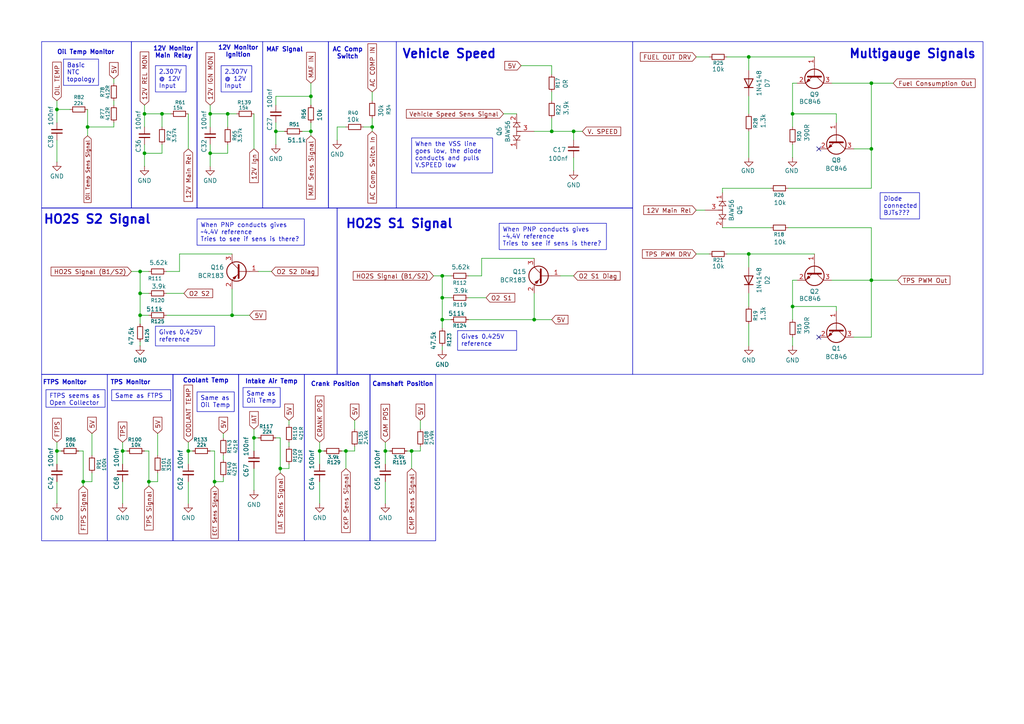
<source format=kicad_sch>
(kicad_sch
	(version 20250114)
	(generator "eeschema")
	(generator_version "9.0")
	(uuid "72d700db-7af5-40bd-bec3-728aba43ecc0")
	(paper "A4")
	(lib_symbols
		(symbol "Device:C_Small"
			(pin_numbers
				(hide yes)
			)
			(pin_names
				(offset 0.254)
				(hide yes)
			)
			(exclude_from_sim no)
			(in_bom yes)
			(on_board yes)
			(property "Reference" "C"
				(at 0.254 1.778 0)
				(effects
					(font
						(size 1.27 1.27)
					)
					(justify left)
				)
			)
			(property "Value" "C_Small"
				(at 0.254 -2.032 0)
				(effects
					(font
						(size 1.27 1.27)
					)
					(justify left)
				)
			)
			(property "Footprint" ""
				(at 0 0 0)
				(effects
					(font
						(size 1.27 1.27)
					)
					(hide yes)
				)
			)
			(property "Datasheet" "~"
				(at 0 0 0)
				(effects
					(font
						(size 1.27 1.27)
					)
					(hide yes)
				)
			)
			(property "Description" "Unpolarized capacitor, small symbol"
				(at 0 0 0)
				(effects
					(font
						(size 1.27 1.27)
					)
					(hide yes)
				)
			)
			(property "ki_keywords" "capacitor cap"
				(at 0 0 0)
				(effects
					(font
						(size 1.27 1.27)
					)
					(hide yes)
				)
			)
			(property "ki_fp_filters" "C_*"
				(at 0 0 0)
				(effects
					(font
						(size 1.27 1.27)
					)
					(hide yes)
				)
			)
			(symbol "C_Small_0_1"
				(polyline
					(pts
						(xy -1.524 0.508) (xy 1.524 0.508)
					)
					(stroke
						(width 0.3048)
						(type default)
					)
					(fill
						(type none)
					)
				)
				(polyline
					(pts
						(xy -1.524 -0.508) (xy 1.524 -0.508)
					)
					(stroke
						(width 0.3302)
						(type default)
					)
					(fill
						(type none)
					)
				)
			)
			(symbol "C_Small_1_1"
				(pin passive line
					(at 0 2.54 270)
					(length 2.032)
					(name "~"
						(effects
							(font
								(size 1.27 1.27)
							)
						)
					)
					(number "1"
						(effects
							(font
								(size 1.27 1.27)
							)
						)
					)
				)
				(pin passive line
					(at 0 -2.54 90)
					(length 2.032)
					(name "~"
						(effects
							(font
								(size 1.27 1.27)
							)
						)
					)
					(number "2"
						(effects
							(font
								(size 1.27 1.27)
							)
						)
					)
				)
			)
			(embedded_fonts no)
		)
		(symbol "Device:R_Small"
			(pin_numbers
				(hide yes)
			)
			(pin_names
				(offset 0.254)
				(hide yes)
			)
			(exclude_from_sim no)
			(in_bom yes)
			(on_board yes)
			(property "Reference" "R"
				(at 0 0 90)
				(effects
					(font
						(size 1.016 1.016)
					)
				)
			)
			(property "Value" "R_Small"
				(at 1.778 0 90)
				(effects
					(font
						(size 1.27 1.27)
					)
				)
			)
			(property "Footprint" ""
				(at 0 0 0)
				(effects
					(font
						(size 1.27 1.27)
					)
					(hide yes)
				)
			)
			(property "Datasheet" "~"
				(at 0 0 0)
				(effects
					(font
						(size 1.27 1.27)
					)
					(hide yes)
				)
			)
			(property "Description" "Resistor, small symbol"
				(at 0 0 0)
				(effects
					(font
						(size 1.27 1.27)
					)
					(hide yes)
				)
			)
			(property "ki_keywords" "R resistor"
				(at 0 0 0)
				(effects
					(font
						(size 1.27 1.27)
					)
					(hide yes)
				)
			)
			(property "ki_fp_filters" "R_*"
				(at 0 0 0)
				(effects
					(font
						(size 1.27 1.27)
					)
					(hide yes)
				)
			)
			(symbol "R_Small_0_1"
				(rectangle
					(start -0.762 1.778)
					(end 0.762 -1.778)
					(stroke
						(width 0.2032)
						(type default)
					)
					(fill
						(type none)
					)
				)
			)
			(symbol "R_Small_1_1"
				(pin passive line
					(at 0 2.54 270)
					(length 0.762)
					(name "~"
						(effects
							(font
								(size 1.27 1.27)
							)
						)
					)
					(number "1"
						(effects
							(font
								(size 1.27 1.27)
							)
						)
					)
				)
				(pin passive line
					(at 0 -2.54 90)
					(length 0.762)
					(name "~"
						(effects
							(font
								(size 1.27 1.27)
							)
						)
					)
					(number "2"
						(effects
							(font
								(size 1.27 1.27)
							)
						)
					)
				)
			)
			(embedded_fonts no)
		)
		(symbol "Diode:1N4148"
			(pin_numbers
				(hide yes)
			)
			(pin_names
				(hide yes)
			)
			(exclude_from_sim no)
			(in_bom yes)
			(on_board yes)
			(property "Reference" "D"
				(at 0 2.54 0)
				(effects
					(font
						(size 1.27 1.27)
					)
				)
			)
			(property "Value" "1N4148"
				(at 0 -2.54 0)
				(effects
					(font
						(size 1.27 1.27)
					)
				)
			)
			(property "Footprint" "Diode_THT:D_DO-35_SOD27_P7.62mm_Horizontal"
				(at 0 0 0)
				(effects
					(font
						(size 1.27 1.27)
					)
					(hide yes)
				)
			)
			(property "Datasheet" "https://assets.nexperia.com/documents/data-sheet/1N4148_1N4448.pdf"
				(at 0 0 0)
				(effects
					(font
						(size 1.27 1.27)
					)
					(hide yes)
				)
			)
			(property "Description" "100V 0.15A standard switching diode, DO-35"
				(at 0 0 0)
				(effects
					(font
						(size 1.27 1.27)
					)
					(hide yes)
				)
			)
			(property "Sim.Device" "D"
				(at 0 0 0)
				(effects
					(font
						(size 1.27 1.27)
					)
					(hide yes)
				)
			)
			(property "Sim.Pins" "1=K 2=A"
				(at 0 0 0)
				(effects
					(font
						(size 1.27 1.27)
					)
					(hide yes)
				)
			)
			(property "ki_keywords" "diode"
				(at 0 0 0)
				(effects
					(font
						(size 1.27 1.27)
					)
					(hide yes)
				)
			)
			(property "ki_fp_filters" "D*DO?35*"
				(at 0 0 0)
				(effects
					(font
						(size 1.27 1.27)
					)
					(hide yes)
				)
			)
			(symbol "1N4148_0_1"
				(polyline
					(pts
						(xy -1.27 1.27) (xy -1.27 -1.27)
					)
					(stroke
						(width 0.254)
						(type default)
					)
					(fill
						(type none)
					)
				)
				(polyline
					(pts
						(xy 1.27 1.27) (xy 1.27 -1.27) (xy -1.27 0) (xy 1.27 1.27)
					)
					(stroke
						(width 0.254)
						(type default)
					)
					(fill
						(type none)
					)
				)
				(polyline
					(pts
						(xy 1.27 0) (xy -1.27 0)
					)
					(stroke
						(width 0)
						(type default)
					)
					(fill
						(type none)
					)
				)
			)
			(symbol "1N4148_1_1"
				(pin passive line
					(at -3.81 0 0)
					(length 2.54)
					(name "K"
						(effects
							(font
								(size 1.27 1.27)
							)
						)
					)
					(number "1"
						(effects
							(font
								(size 1.27 1.27)
							)
						)
					)
				)
				(pin passive line
					(at 3.81 0 180)
					(length 2.54)
					(name "A"
						(effects
							(font
								(size 1.27 1.27)
							)
						)
					)
					(number "2"
						(effects
							(font
								(size 1.27 1.27)
							)
						)
					)
				)
			)
			(embedded_fonts no)
		)
		(symbol "SIMK43:BAW56"
			(exclude_from_sim no)
			(in_bom yes)
			(on_board yes)
			(property "Reference" "D"
				(at 4.318 -2.286 0)
				(effects
					(font
						(size 1.27 1.27)
					)
				)
			)
			(property "Value" ""
				(at 0 0 0)
				(effects
					(font
						(size 1.27 1.27)
					)
				)
			)
			(property "Footprint" ""
				(at 0 0 0)
				(effects
					(font
						(size 1.27 1.27)
					)
					(hide yes)
				)
			)
			(property "Datasheet" ""
				(at 0 0 0)
				(effects
					(font
						(size 1.27 1.27)
					)
					(hide yes)
				)
			)
			(property "Description" ""
				(at 0 0 0)
				(effects
					(font
						(size 1.27 1.27)
					)
					(hide yes)
				)
			)
			(symbol "BAW56_0_1"
				(polyline
					(pts
						(xy 0 0) (xy 1.27 0)
					)
					(stroke
						(width 0)
						(type default)
					)
					(fill
						(type none)
					)
				)
				(polyline
					(pts
						(xy 0.254 2.54) (xy 2.286 2.54)
					)
					(stroke
						(width 0)
						(type default)
					)
					(fill
						(type none)
					)
				)
				(polyline
					(pts
						(xy 0.254 1.27) (xy 1.27 2.54) (xy 2.286 1.27) (xy 0.254 1.27)
					)
					(stroke
						(width 0)
						(type default)
					)
					(fill
						(type none)
					)
				)
				(polyline
					(pts
						(xy 1.27 -1.27) (xy 1.27 1.27)
					)
					(stroke
						(width 0)
						(type default)
					)
					(fill
						(type none)
					)
				)
				(polyline
					(pts
						(xy 2.286 -1.27) (xy 1.27 -2.54) (xy 0.254 -1.27) (xy 2.286 -1.27)
					)
					(stroke
						(width 0)
						(type default)
					)
					(fill
						(type none)
					)
				)
				(polyline
					(pts
						(xy 2.286 -2.54) (xy 0.254 -2.54)
					)
					(stroke
						(width 0)
						(type default)
					)
					(fill
						(type none)
					)
				)
			)
			(symbol "BAW56_1_1"
				(pin bidirectional line
					(at -3.81 0 0)
					(length 5.08)
					(name ""
						(effects
							(font
								(size 1.27 1.27)
							)
						)
					)
					(number "3"
						(effects
							(font
								(size 1.27 1.27)
							)
						)
					)
				)
				(pin bidirectional line
					(at 1.27 5.08 270)
					(length 2.54)
					(name ""
						(effects
							(font
								(size 1.27 1.27)
							)
						)
					)
					(number "2"
						(effects
							(font
								(size 1.27 1.27)
							)
						)
					)
				)
				(pin bidirectional line
					(at 1.27 -5.08 90)
					(length 2.54)
					(name ""
						(effects
							(font
								(size 1.27 1.27)
							)
						)
					)
					(number "1"
						(effects
							(font
								(size 1.27 1.27)
							)
						)
					)
				)
			)
			(embedded_fonts no)
		)
		(symbol "Transistor_BJT:BC807"
			(pin_names
				(offset 0)
				(hide yes)
			)
			(exclude_from_sim no)
			(in_bom yes)
			(on_board yes)
			(property "Reference" "Q"
				(at 5.08 1.905 0)
				(effects
					(font
						(size 1.27 1.27)
					)
					(justify left)
				)
			)
			(property "Value" "BC807"
				(at 5.08 0 0)
				(effects
					(font
						(size 1.27 1.27)
					)
					(justify left)
				)
			)
			(property "Footprint" "Package_TO_SOT_SMD:SOT-23"
				(at 5.08 -1.905 0)
				(effects
					(font
						(size 1.27 1.27)
						(italic yes)
					)
					(justify left)
					(hide yes)
				)
			)
			(property "Datasheet" "https://www.onsemi.com/pub/Collateral/BC808-D.pdf"
				(at 0 0 0)
				(effects
					(font
						(size 1.27 1.27)
					)
					(justify left)
					(hide yes)
				)
			)
			(property "Description" "0.8A Ic, 45V Vce, PNP Transistor, SOT-23"
				(at 0 0 0)
				(effects
					(font
						(size 1.27 1.27)
					)
					(hide yes)
				)
			)
			(property "ki_keywords" "PNP Transistor"
				(at 0 0 0)
				(effects
					(font
						(size 1.27 1.27)
					)
					(hide yes)
				)
			)
			(property "ki_fp_filters" "SOT?23*"
				(at 0 0 0)
				(effects
					(font
						(size 1.27 1.27)
					)
					(hide yes)
				)
			)
			(symbol "BC807_0_1"
				(polyline
					(pts
						(xy -2.54 0) (xy 0.635 0)
					)
					(stroke
						(width 0)
						(type default)
					)
					(fill
						(type none)
					)
				)
				(polyline
					(pts
						(xy 0.635 1.905) (xy 0.635 -1.905)
					)
					(stroke
						(width 0.508)
						(type default)
					)
					(fill
						(type none)
					)
				)
				(polyline
					(pts
						(xy 0.635 0.635) (xy 2.54 2.54)
					)
					(stroke
						(width 0)
						(type default)
					)
					(fill
						(type none)
					)
				)
				(polyline
					(pts
						(xy 0.635 -0.635) (xy 2.54 -2.54)
					)
					(stroke
						(width 0)
						(type default)
					)
					(fill
						(type none)
					)
				)
				(circle
					(center 1.27 0)
					(radius 2.8194)
					(stroke
						(width 0.254)
						(type default)
					)
					(fill
						(type none)
					)
				)
				(polyline
					(pts
						(xy 2.286 -1.778) (xy 1.778 -2.286) (xy 1.27 -1.27) (xy 2.286 -1.778)
					)
					(stroke
						(width 0)
						(type default)
					)
					(fill
						(type outline)
					)
				)
			)
			(symbol "BC807_1_1"
				(pin input line
					(at -5.08 0 0)
					(length 2.54)
					(name "B"
						(effects
							(font
								(size 1.27 1.27)
							)
						)
					)
					(number "1"
						(effects
							(font
								(size 1.27 1.27)
							)
						)
					)
				)
				(pin passive line
					(at 2.54 5.08 270)
					(length 2.54)
					(name "C"
						(effects
							(font
								(size 1.27 1.27)
							)
						)
					)
					(number "3"
						(effects
							(font
								(size 1.27 1.27)
							)
						)
					)
				)
				(pin passive line
					(at 2.54 -5.08 90)
					(length 2.54)
					(name "E"
						(effects
							(font
								(size 1.27 1.27)
							)
						)
					)
					(number "2"
						(effects
							(font
								(size 1.27 1.27)
							)
						)
					)
				)
			)
			(embedded_fonts no)
		)
		(symbol "Transistor_BJT:BC846"
			(pin_names
				(offset 0)
				(hide yes)
			)
			(exclude_from_sim no)
			(in_bom yes)
			(on_board yes)
			(property "Reference" "Q"
				(at 5.08 1.905 0)
				(effects
					(font
						(size 1.27 1.27)
					)
					(justify left)
				)
			)
			(property "Value" "BC846"
				(at 5.08 0 0)
				(effects
					(font
						(size 1.27 1.27)
					)
					(justify left)
				)
			)
			(property "Footprint" "Package_TO_SOT_SMD:SOT-23"
				(at 5.08 -1.905 0)
				(effects
					(font
						(size 1.27 1.27)
						(italic yes)
					)
					(justify left)
					(hide yes)
				)
			)
			(property "Datasheet" "https://assets.nexperia.com/documents/data-sheet/BC846_SER.pdf"
				(at 0 0 0)
				(effects
					(font
						(size 1.27 1.27)
					)
					(justify left)
					(hide yes)
				)
			)
			(property "Description" "0.1A Ic, 65V Vce, NPN Transistor, SOT-23"
				(at 0 0 0)
				(effects
					(font
						(size 1.27 1.27)
					)
					(hide yes)
				)
			)
			(property "ki_keywords" "NPN Transistor"
				(at 0 0 0)
				(effects
					(font
						(size 1.27 1.27)
					)
					(hide yes)
				)
			)
			(property "ki_fp_filters" "SOT?23*"
				(at 0 0 0)
				(effects
					(font
						(size 1.27 1.27)
					)
					(hide yes)
				)
			)
			(symbol "BC846_0_1"
				(polyline
					(pts
						(xy -2.54 0) (xy 0.635 0)
					)
					(stroke
						(width 0)
						(type default)
					)
					(fill
						(type none)
					)
				)
				(polyline
					(pts
						(xy 0.635 1.905) (xy 0.635 -1.905)
					)
					(stroke
						(width 0.508)
						(type default)
					)
					(fill
						(type none)
					)
				)
				(circle
					(center 1.27 0)
					(radius 2.8194)
					(stroke
						(width 0.254)
						(type default)
					)
					(fill
						(type none)
					)
				)
			)
			(symbol "BC846_1_1"
				(polyline
					(pts
						(xy 0.635 0.635) (xy 2.54 2.54)
					)
					(stroke
						(width 0)
						(type default)
					)
					(fill
						(type none)
					)
				)
				(polyline
					(pts
						(xy 0.635 -0.635) (xy 2.54 -2.54)
					)
					(stroke
						(width 0)
						(type default)
					)
					(fill
						(type none)
					)
				)
				(polyline
					(pts
						(xy 1.27 -1.778) (xy 1.778 -1.27) (xy 2.286 -2.286) (xy 1.27 -1.778)
					)
					(stroke
						(width 0)
						(type default)
					)
					(fill
						(type outline)
					)
				)
				(pin input line
					(at -5.08 0 0)
					(length 2.54)
					(name "B"
						(effects
							(font
								(size 1.27 1.27)
							)
						)
					)
					(number "1"
						(effects
							(font
								(size 1.27 1.27)
							)
						)
					)
				)
				(pin passive line
					(at 2.54 5.08 270)
					(length 2.54)
					(name "C"
						(effects
							(font
								(size 1.27 1.27)
							)
						)
					)
					(number "3"
						(effects
							(font
								(size 1.27 1.27)
							)
						)
					)
				)
				(pin passive line
					(at 2.54 -5.08 90)
					(length 2.54)
					(name "E"
						(effects
							(font
								(size 1.27 1.27)
							)
						)
					)
					(number "2"
						(effects
							(font
								(size 1.27 1.27)
							)
						)
					)
				)
			)
			(embedded_fonts no)
		)
		(symbol "power:GND"
			(power)
			(pin_numbers
				(hide yes)
			)
			(pin_names
				(offset 0)
				(hide yes)
			)
			(exclude_from_sim no)
			(in_bom yes)
			(on_board yes)
			(property "Reference" "#PWR"
				(at 0 -6.35 0)
				(effects
					(font
						(size 1.27 1.27)
					)
					(hide yes)
				)
			)
			(property "Value" "GND"
				(at 0 -3.81 0)
				(effects
					(font
						(size 1.27 1.27)
					)
				)
			)
			(property "Footprint" ""
				(at 0 0 0)
				(effects
					(font
						(size 1.27 1.27)
					)
					(hide yes)
				)
			)
			(property "Datasheet" ""
				(at 0 0 0)
				(effects
					(font
						(size 1.27 1.27)
					)
					(hide yes)
				)
			)
			(property "Description" "Power symbol creates a global label with name \"GND\" , ground"
				(at 0 0 0)
				(effects
					(font
						(size 1.27 1.27)
					)
					(hide yes)
				)
			)
			(property "ki_keywords" "global power"
				(at 0 0 0)
				(effects
					(font
						(size 1.27 1.27)
					)
					(hide yes)
				)
			)
			(symbol "GND_0_1"
				(polyline
					(pts
						(xy 0 0) (xy 0 -1.27) (xy 1.27 -1.27) (xy 0 -2.54) (xy -1.27 -1.27) (xy 0 -1.27)
					)
					(stroke
						(width 0)
						(type default)
					)
					(fill
						(type none)
					)
				)
			)
			(symbol "GND_1_1"
				(pin power_in line
					(at 0 0 270)
					(length 0)
					(name "~"
						(effects
							(font
								(size 1.27 1.27)
							)
						)
					)
					(number "1"
						(effects
							(font
								(size 1.27 1.27)
							)
						)
					)
				)
			)
			(embedded_fonts no)
		)
	)
	(rectangle
		(start 88.265 108.585)
		(end 107.315 156.845)
		(stroke
			(width 0)
			(type default)
		)
		(fill
			(type none)
		)
		(uuid 2bba9832-a541-43bf-9103-62bea50beb8b)
	)
	(rectangle
		(start 114.935 12.065)
		(end 183.515 60.325)
		(stroke
			(width 0)
			(type default)
		)
		(fill
			(type none)
		)
		(uuid 32dcd5ad-f774-4e6f-a0fb-336aae6349d1)
	)
	(rectangle
		(start 12.065 60.325)
		(end 97.79 108.585)
		(stroke
			(width 0)
			(type default)
		)
		(fill
			(type none)
		)
		(uuid 3b644c6d-a92f-4cf9-ba4d-9338eb2fb672)
	)
	(rectangle
		(start 38.1 12.065)
		(end 57.15 60.325)
		(stroke
			(width 0)
			(type default)
		)
		(fill
			(type none)
		)
		(uuid 4fc9040d-0b3b-4b21-aef3-1a6217e06f23)
	)
	(rectangle
		(start 95.25 12.065)
		(end 114.935 60.325)
		(stroke
			(width 0)
			(type default)
		)
		(fill
			(type none)
		)
		(uuid 7649def8-de39-4650-8f3c-cac1913cdd32)
	)
	(rectangle
		(start 57.15 12.065)
		(end 76.2 60.325)
		(stroke
			(width 0)
			(type default)
		)
		(fill
			(type none)
		)
		(uuid 7918f04d-3216-4c64-aab2-e85d4ba702bc)
	)
	(rectangle
		(start 76.2 12.065)
		(end 95.25 60.325)
		(stroke
			(width 0)
			(type default)
		)
		(fill
			(type none)
		)
		(uuid 7b23f7ba-0ab9-48e5-93eb-26d59d0f38eb)
	)
	(rectangle
		(start 50.165 108.585)
		(end 69.215 156.845)
		(stroke
			(width 0)
			(type default)
		)
		(fill
			(type none)
		)
		(uuid 816aed22-0d49-406b-84bf-455e73e156a9)
	)
	(rectangle
		(start 97.79 60.325)
		(end 183.515 108.585)
		(stroke
			(width 0)
			(type default)
		)
		(fill
			(type none)
		)
		(uuid 98c632be-db7c-4ece-9554-7bd0ec9093bd)
	)
	(rectangle
		(start 12.065 108.585)
		(end 31.115 156.845)
		(stroke
			(width 0)
			(type default)
		)
		(fill
			(type none)
		)
		(uuid afa93a04-83d9-4514-ae59-8e342cd56827)
	)
	(rectangle
		(start 107.315 108.585)
		(end 126.365 156.845)
		(stroke
			(width 0)
			(type default)
		)
		(fill
			(type none)
		)
		(uuid afdfcc51-8b93-4128-b0ef-5f9f85046067)
	)
	(rectangle
		(start 31.115 108.585)
		(end 50.165 156.845)
		(stroke
			(width 0)
			(type default)
		)
		(fill
			(type none)
		)
		(uuid bfb90071-cd0c-418a-88ea-052c5679c809)
	)
	(rectangle
		(start 69.215 108.585)
		(end 88.265 156.845)
		(stroke
			(width 0)
			(type default)
		)
		(fill
			(type none)
		)
		(uuid ef117312-809c-4fa9-8aaf-fddcd249687b)
	)
	(rectangle
		(start 183.515 12.065)
		(end 285.115 108.585)
		(stroke
			(width 0)
			(type default)
		)
		(fill
			(type none)
		)
		(uuid f3337d29-8adf-415f-894e-d7ced88e322f)
	)
	(rectangle
		(start 12.065 12.065)
		(end 38.1 60.325)
		(stroke
			(width 0)
			(type default)
		)
		(fill
			(type none)
		)
		(uuid f8e843f8-a1b6-4e85-a161-24238f1a837a)
	)
	(text "Multigauge Signals"
		(exclude_from_sim no)
		(at 264.668 15.748 0)
		(effects
			(font
				(size 2.54 2.54)
				(thickness 0.508)
				(bold yes)
			)
		)
		(uuid "0a89ba45-4946-4e5c-a64e-1daa47b8ec1e")
	)
	(text "12V Monitor\nMain Relay"
		(exclude_from_sim no)
		(at 50.292 15.24 0)
		(effects
			(font
				(size 1.27 1.27)
				(thickness 0.254)
				(bold yes)
			)
		)
		(uuid "0eb5abc4-4507-456f-82cd-39a239ee0cff")
	)
	(text "Crank Position"
		(exclude_from_sim no)
		(at 97.282 111.506 0)
		(effects
			(font
				(size 1.27 1.27)
				(thickness 0.254)
				(bold yes)
			)
		)
		(uuid "240c3ffa-84ff-485f-911a-68ca1343c2e5")
	)
	(text "TPS Monitor"
		(exclude_from_sim no)
		(at 37.846 110.998 0)
		(effects
			(font
				(size 1.27 1.27)
				(thickness 0.254)
				(bold yes)
			)
		)
		(uuid "4913705e-b04f-40c7-8a8e-9b8b2f693336")
	)
	(text "AC Comp\nSwitch"
		(exclude_from_sim no)
		(at 100.838 15.494 0)
		(effects
			(font
				(size 1.27 1.27)
				(thickness 0.254)
				(bold yes)
			)
		)
		(uuid "4feb94d6-29db-464b-b644-af3df0b5c96f")
	)
	(text "FTPS Monitor"
		(exclude_from_sim no)
		(at 18.796 110.998 0)
		(effects
			(font
				(size 1.27 1.27)
				(thickness 0.254)
				(bold yes)
			)
		)
		(uuid "59f11dc0-188a-4b8f-8ae7-73eced524e5d")
	)
	(text "12V Monitor\nIgnition"
		(exclude_from_sim no)
		(at 69.088 14.986 0)
		(effects
			(font
				(size 1.27 1.27)
				(thickness 0.254)
				(bold yes)
			)
		)
		(uuid "96e6f2de-55d7-427d-a313-2f3fd3f48958")
	)
	(text "Camshaft Position"
		(exclude_from_sim no)
		(at 116.84 111.506 0)
		(effects
			(font
				(size 1.27 1.27)
				(thickness 0.254)
				(bold yes)
			)
		)
		(uuid "b3ef2854-1e38-433d-b2df-17b5a021e438")
	)
	(text "Vehicle Speed"
		(exclude_from_sim no)
		(at 130.302 15.748 0)
		(effects
			(font
				(size 2.54 2.54)
				(thickness 0.508)
				(bold yes)
			)
		)
		(uuid "c0ee2400-8942-4133-ae18-99221b06bbc7")
	)
	(text "Oil Temp Monitor"
		(exclude_from_sim no)
		(at 24.892 15.24 0)
		(effects
			(font
				(size 1.27 1.27)
				(thickness 0.254)
				(bold yes)
			)
		)
		(uuid "c7d51900-6841-4813-b899-4f07c9eca088")
	)
	(text "Intake Air Temp\n"
		(exclude_from_sim no)
		(at 78.74 110.744 0)
		(effects
			(font
				(size 1.27 1.27)
				(thickness 0.254)
				(bold yes)
			)
		)
		(uuid "c989dcb9-4243-4423-b8d4-cd2b1ac52b8c")
	)
	(text "Coolant Temp"
		(exclude_from_sim no)
		(at 59.69 110.49 0)
		(effects
			(font
				(size 1.27 1.27)
				(thickness 0.254)
				(bold yes)
			)
		)
		(uuid "ca447d3a-efc7-406a-b830-4d85b25c3219")
	)
	(text "HO2S S1 Signal"
		(exclude_from_sim no)
		(at 115.824 65.024 0)
		(effects
			(font
				(size 2.54 2.54)
				(thickness 0.508)
				(bold yes)
			)
		)
		(uuid "e3463bf9-23d3-40ba-b99c-f6d2dfb67df8")
	)
	(text "HO2S S2 Signal"
		(exclude_from_sim no)
		(at 28.194 63.754 0)
		(effects
			(font
				(size 2.54 2.54)
				(thickness 0.508)
				(bold yes)
			)
		)
		(uuid "e3c60e09-a7de-43d7-9b41-5f488b68cd9f")
	)
	(text "MAF Signal"
		(exclude_from_sim no)
		(at 82.55 14.478 0)
		(effects
			(font
				(size 1.27 1.27)
				(thickness 0.254)
				(bold yes)
			)
		)
		(uuid "feec216e-8a6b-468c-8340-ef77c364c196")
	)
	(text_box "When PNP conducts gives ~4.4V reference\nTries to see if sens is there?"
		(exclude_from_sim no)
		(at 57.15 63.5 0)
		(size 31.115 7.62)
		(margins 0.9525 0.9525 0.9525 0.9525)
		(stroke
			(width 0)
			(type solid)
		)
		(fill
			(type none)
		)
		(effects
			(font
				(size 1.27 1.27)
			)
			(justify left top)
		)
		(uuid "25abcbb6-6a4a-44b6-8c20-13a195bf7423")
	)
	(text_box "Same as FTPS"
		(exclude_from_sim no)
		(at 32.385 113.03 0)
		(size 17.145 3.175)
		(margins 0.9525 0.9525 0.9525 0.9525)
		(stroke
			(width 0)
			(type solid)
		)
		(fill
			(type none)
		)
		(effects
			(font
				(size 1.27 1.27)
			)
			(justify left top)
		)
		(uuid "3272d081-0e10-4474-85cb-2db9ca0166e3")
	)
	(text_box "Gives 0.425V reference"
		(exclude_from_sim no)
		(at 45.085 94.615 0)
		(size 17.145 5.715)
		(margins 0.9525 0.9525 0.9525 0.9525)
		(stroke
			(width 0)
			(type solid)
		)
		(fill
			(type none)
		)
		(effects
			(font
				(size 1.27 1.27)
			)
			(justify left top)
		)
		(uuid "34d716f5-22a7-4cce-81bb-a83497fe8d52")
	)
	(text_box "2.307V @ 12V Input"
		(exclude_from_sim no)
		(at 64.135 19.05 0)
		(size 8.89 7.62)
		(margins 0.9525 0.9525 0.9525 0.9525)
		(stroke
			(width 0)
			(type solid)
		)
		(fill
			(type none)
		)
		(effects
			(font
				(size 1.27 1.27)
			)
			(justify left top)
		)
		(uuid "6d27fdcd-3d75-41cb-b71e-cc1aee5d8542")
	)
	(text_box "FTPS seems as  Open Collector"
		(exclude_from_sim no)
		(at 13.335 113.03 0)
		(size 17.145 5.08)
		(margins 0.9525 0.9525 0.9525 0.9525)
		(stroke
			(width 0)
			(type solid)
		)
		(fill
			(type none)
		)
		(effects
			(font
				(size 1.27 1.27)
			)
			(justify left top)
		)
		(uuid "6fca037f-9a4b-40f6-b332-c5f77c01382c")
	)
	(text_box "Same as\nOil Temp"
		(exclude_from_sim no)
		(at 70.485 112.395 0)
		(size 10.795 5.715)
		(margins 0.9525 0.9525 0.9525 0.9525)
		(stroke
			(width 0)
			(type solid)
		)
		(fill
			(type none)
		)
		(effects
			(font
				(size 1.27 1.27)
				(thickness 0.1588)
			)
			(justify left top)
		)
		(uuid "87e64f83-a138-41f0-a23c-e54a8d03bf9d")
	)
	(text_box "Diode connected BJTs???"
		(exclude_from_sim no)
		(at 255.27 55.88 0)
		(size 11.43 7.62)
		(margins 0.9525 0.9525 0.9525 0.9525)
		(stroke
			(width 0)
			(type solid)
		)
		(fill
			(type none)
		)
		(effects
			(font
				(size 1.27 1.27)
			)
			(justify left top)
		)
		(uuid "97d9f9fa-f961-4ef6-ae94-e2b17f90a26c")
	)
	(text_box "Gives 0.425V reference"
		(exclude_from_sim no)
		(at 132.715 95.885 0)
		(size 17.145 5.715)
		(margins 0.9525 0.9525 0.9525 0.9525)
		(stroke
			(width 0)
			(type solid)
		)
		(fill
			(type none)
		)
		(effects
			(font
				(size 1.27 1.27)
			)
			(justify left top)
		)
		(uuid "9b9d406a-6285-465b-b58b-2f245979c3c1")
	)
	(text_box "When the VSS line goes low, the diode conducts and pulls V.SPEED low"
		(exclude_from_sim no)
		(at 119.38 40.005 0)
		(size 23.495 10.16)
		(margins 0.9525 0.9525 0.9525 0.9525)
		(stroke
			(width 0)
			(type solid)
		)
		(fill
			(type none)
		)
		(effects
			(font
				(size 1.27 1.27)
			)
			(justify left top)
		)
		(uuid "a052de02-0af9-46ae-9709-3221e2578016")
	)
	(text_box "When PNP conducts gives ~4.4V reference\nTries to see if sens is there?"
		(exclude_from_sim no)
		(at 144.78 64.77 0)
		(size 31.115 7.62)
		(margins 0.9525 0.9525 0.9525 0.9525)
		(stroke
			(width 0)
			(type solid)
		)
		(fill
			(type none)
		)
		(effects
			(font
				(size 1.27 1.27)
			)
			(justify left top)
		)
		(uuid "b6641218-96d9-41a8-a22b-c73a45afd1de")
	)
	(text_box "2.307V @ 12V Input"
		(exclude_from_sim no)
		(at 45.085 19.05 0)
		(size 8.89 7.62)
		(margins 0.9525 0.9525 0.9525 0.9525)
		(stroke
			(width 0)
			(type solid)
		)
		(fill
			(type none)
		)
		(effects
			(font
				(size 1.27 1.27)
			)
			(justify left top)
		)
		(uuid "c78ba893-d2bc-4505-91d4-ba66f776c2c4")
	)
	(text_box "Same as\nOil Temp"
		(exclude_from_sim no)
		(at 57.15 113.665 0)
		(size 10.795 5.715)
		(margins 0.9525 0.9525 0.9525 0.9525)
		(stroke
			(width 0)
			(type solid)
		)
		(fill
			(type none)
		)
		(effects
			(font
				(size 1.27 1.27)
				(thickness 0.1588)
			)
			(justify left top)
		)
		(uuid "cfeefb76-1dd1-4400-b3d4-e2a24988fdd8")
	)
	(text_box "Basic NTC\ntopology"
		(exclude_from_sim no)
		(at 18.415 17.145 0)
		(size 10.16 7.62)
		(margins 0.9525 0.9525 0.9525 0.9525)
		(stroke
			(width 0)
			(type solid)
		)
		(fill
			(type none)
		)
		(effects
			(font
				(size 1.27 1.27)
				(thickness 0.1588)
			)
			(justify left top)
		)
		(uuid "e0a6430d-3b4a-4a06-b648-a3ffaed3064f")
	)
	(junction
		(at 107.95 36.83)
		(diameter 0)
		(color 0 0 0 0)
		(uuid "043c6703-43e7-409b-8278-cb7b18ec29a6")
	)
	(junction
		(at 128.27 86.36)
		(diameter 0)
		(color 0 0 0 0)
		(uuid "0c169171-6099-4096-a27d-1daafc6dc0cf")
	)
	(junction
		(at 60.96 33.02)
		(diameter 0)
		(color 0 0 0 0)
		(uuid "0ed86a19-f4b8-4977-ad00-511c68ccf951")
	)
	(junction
		(at 160.02 38.1)
		(diameter 0)
		(color 0 0 0 0)
		(uuid "1578515e-5851-4c5d-ba1c-3b6bad357e32")
	)
	(junction
		(at 252.73 81.28)
		(diameter 0)
		(color 0 0 0 0)
		(uuid "18075a21-ec35-4c5c-9404-4c75303162f3")
	)
	(junction
		(at 119.38 130.81)
		(diameter 0)
		(color 0 0 0 0)
		(uuid "263d0c2b-0743-4410-b01f-6bee70fcc1c7")
	)
	(junction
		(at 41.91 33.02)
		(diameter 0)
		(color 0 0 0 0)
		(uuid "2703f237-2541-4a61-9d91-f41e3e234ee2")
	)
	(junction
		(at 73.66 127)
		(diameter 0)
		(color 0 0 0 0)
		(uuid "27737aeb-d39c-412b-a566-403fdad450b6")
	)
	(junction
		(at 40.64 85.09)
		(diameter 0)
		(color 0 0 0 0)
		(uuid "2c6d4633-9e73-4187-88c7-8d774a9c58a7")
	)
	(junction
		(at 66.04 33.02)
		(diameter 0)
		(color 0 0 0 0)
		(uuid "34b3fc5b-2608-454e-b5a7-2925333a7ada")
	)
	(junction
		(at 217.17 73.66)
		(diameter 0)
		(color 0 0 0 0)
		(uuid "3ca01c52-2feb-4147-b5d5-81f35a8dffba")
	)
	(junction
		(at 252.73 43.18)
		(diameter 0)
		(color 0 0 0 0)
		(uuid "4210b7af-3321-46d3-9df9-b58dd613489c")
	)
	(junction
		(at 81.28 135.89)
		(diameter 0)
		(color 0 0 0 0)
		(uuid "440cbc9f-3512-4a79-bb58-5568a0c5c9a7")
	)
	(junction
		(at 229.87 88.9)
		(diameter 0)
		(color 0 0 0 0)
		(uuid "44ea6359-733e-4b81-a69a-90b0a798ffba")
	)
	(junction
		(at 80.01 38.1)
		(diameter 0)
		(color 0 0 0 0)
		(uuid "55588974-8cd8-4e08-8033-227971df34c6")
	)
	(junction
		(at 35.56 130.81)
		(diameter 0)
		(color 0 0 0 0)
		(uuid "57acde95-1c5b-40d2-bf5d-ed2f67e46b44")
	)
	(junction
		(at 92.71 130.81)
		(diameter 0)
		(color 0 0 0 0)
		(uuid "58bba747-d4b9-451b-92d3-40d0c0c107c4")
	)
	(junction
		(at 16.51 130.81)
		(diameter 0)
		(color 0 0 0 0)
		(uuid "67c75ef6-98ad-422e-ae3b-9b8300334e8a")
	)
	(junction
		(at 217.17 16.51)
		(diameter 0)
		(color 0 0 0 0)
		(uuid "6eb6a8f6-4692-4be9-b19f-45461a780206")
	)
	(junction
		(at 111.76 130.81)
		(diameter 0)
		(color 0 0 0 0)
		(uuid "78588238-9145-4e8c-933c-675c0eafd582")
	)
	(junction
		(at 90.17 38.1)
		(diameter 0)
		(color 0 0 0 0)
		(uuid "79378273-87e9-4c0d-b71f-5c790119e35e")
	)
	(junction
		(at 54.61 130.81)
		(diameter 0)
		(color 0 0 0 0)
		(uuid "7992e435-cd22-46a7-8cd5-5afb4a3490a7")
	)
	(junction
		(at 62.23 139.7)
		(diameter 0)
		(color 0 0 0 0)
		(uuid "7c19e4e6-a608-4ba7-95eb-a80531c00f2d")
	)
	(junction
		(at 16.51 31.75)
		(diameter 0)
		(color 0 0 0 0)
		(uuid "7d833a5b-3122-4a64-b58c-c106c28a5ef4")
	)
	(junction
		(at 166.37 38.1)
		(diameter 0)
		(color 0 0 0 0)
		(uuid "8094fa6f-0621-40bc-839d-66cf920ba8e9")
	)
	(junction
		(at 229.87 33.02)
		(diameter 0)
		(color 0 0 0 0)
		(uuid "8650552f-68b3-4a5f-a833-57a78629e1f6")
	)
	(junction
		(at 43.18 139.7)
		(diameter 0)
		(color 0 0 0 0)
		(uuid "893a3e29-1a3f-4823-a235-997b4496ed6c")
	)
	(junction
		(at 128.27 80.01)
		(diameter 0)
		(color 0 0 0 0)
		(uuid "8d4162e5-a6b3-47fc-a78b-bb6758015791")
	)
	(junction
		(at 40.64 91.44)
		(diameter 0)
		(color 0 0 0 0)
		(uuid "958796de-efbf-4078-ae73-de021cc685fd")
	)
	(junction
		(at 25.4 36.83)
		(diameter 0)
		(color 0 0 0 0)
		(uuid "99671705-8761-42f4-a6a5-81e8cb3cf9d6")
	)
	(junction
		(at 40.64 78.74)
		(diameter 0)
		(color 0 0 0 0)
		(uuid "b9bded60-60f0-4831-aa21-e27a1e99cda5")
	)
	(junction
		(at 24.13 139.7)
		(diameter 0)
		(color 0 0 0 0)
		(uuid "ba065261-5af0-499d-8f27-110d3b483a56")
	)
	(junction
		(at 100.33 130.81)
		(diameter 0)
		(color 0 0 0 0)
		(uuid "c3e3738f-e08e-4060-8ce1-9e311ceaf760")
	)
	(junction
		(at 90.17 27.94)
		(diameter 0)
		(color 0 0 0 0)
		(uuid "d8215d97-d5d9-4e9b-96d4-94d74fbaae38")
	)
	(junction
		(at 46.99 33.02)
		(diameter 0)
		(color 0 0 0 0)
		(uuid "d904d18d-fbaa-46f8-a048-b91a26ad8956")
	)
	(junction
		(at 128.27 92.71)
		(diameter 0)
		(color 0 0 0 0)
		(uuid "dcc8a7ad-5b68-47df-995b-c08c6ba5a00e")
	)
	(junction
		(at 41.91 44.45)
		(diameter 0)
		(color 0 0 0 0)
		(uuid "e334a35a-f00c-4d51-812c-82d6f042e8bf")
	)
	(junction
		(at 60.96 44.45)
		(diameter 0)
		(color 0 0 0 0)
		(uuid "ea593d6e-f4f2-4b40-ad76-b5816cb6ca67")
	)
	(junction
		(at 154.94 92.71)
		(diameter 0)
		(color 0 0 0 0)
		(uuid "f38ae026-5c3f-451e-89dd-c30c2143e181")
	)
	(junction
		(at 252.73 24.13)
		(diameter 0)
		(color 0 0 0 0)
		(uuid "f42a6dc3-23fa-4dfc-ad80-728cafb7a255")
	)
	(junction
		(at 67.31 91.44)
		(diameter 0)
		(color 0 0 0 0)
		(uuid "fa6ce334-47c2-401f-bbb3-a9c595f461d1")
	)
	(no_connect
		(at 237.49 97.79)
		(uuid "49146941-fc1b-4a98-a6aa-5fb44ed1e4e3")
	)
	(no_connect
		(at 237.49 43.18)
		(uuid "da0a25c7-4f0d-4d88-a5bb-ab75533188ca")
	)
	(wire
		(pts
			(xy 64.77 125.73) (xy 64.77 127)
		)
		(stroke
			(width 0)
			(type default)
		)
		(uuid "00a2a000-437c-426b-a10e-f18e90ea86e1")
	)
	(wire
		(pts
			(xy 111.76 130.81) (xy 111.76 134.62)
		)
		(stroke
			(width 0)
			(type default)
		)
		(uuid "024244aa-da4c-4ea3-888d-bf9a34051a0e")
	)
	(wire
		(pts
			(xy 66.04 33.02) (xy 68.58 33.02)
		)
		(stroke
			(width 0)
			(type default)
		)
		(uuid "058fec45-e990-41f3-bc20-43735a6c5708")
	)
	(wire
		(pts
			(xy 228.6 66.04) (xy 252.73 66.04)
		)
		(stroke
			(width 0)
			(type default)
		)
		(uuid "06068931-4a6d-4295-9004-f0c3a886db66")
	)
	(wire
		(pts
			(xy 22.86 130.81) (xy 24.13 130.81)
		)
		(stroke
			(width 0)
			(type default)
		)
		(uuid "06f1f7a7-53a2-4d7f-8dbf-97806c81f6b8")
	)
	(wire
		(pts
			(xy 62.23 139.7) (xy 62.23 140.97)
		)
		(stroke
			(width 0)
			(type default)
		)
		(uuid "08c029c4-d848-4c68-83ff-19f2aa1c475d")
	)
	(wire
		(pts
			(xy 45.72 125.73) (xy 45.72 132.08)
		)
		(stroke
			(width 0)
			(type default)
		)
		(uuid "0953cbcc-896f-4864-8211-5fe1ff1d1f9c")
	)
	(wire
		(pts
			(xy 160.02 34.29) (xy 160.02 38.1)
		)
		(stroke
			(width 0)
			(type default)
		)
		(uuid "0be92fe3-ff87-4a03-88d1-40db6e42524c")
	)
	(wire
		(pts
			(xy 135.89 80.01) (xy 139.7 80.01)
		)
		(stroke
			(width 0)
			(type default)
		)
		(uuid "0c8f588d-6db1-447c-b985-279da4b2b7d9")
	)
	(wire
		(pts
			(xy 92.71 139.7) (xy 92.71 146.05)
		)
		(stroke
			(width 0)
			(type default)
		)
		(uuid "0cd40ca8-7ee0-403c-9856-720be418fc20")
	)
	(wire
		(pts
			(xy 60.96 44.45) (xy 66.04 44.45)
		)
		(stroke
			(width 0)
			(type default)
		)
		(uuid "0e1a564e-5f31-4c69-9e07-1db4fd54b0ec")
	)
	(wire
		(pts
			(xy 151.13 19.05) (xy 160.02 19.05)
		)
		(stroke
			(width 0)
			(type default)
		)
		(uuid "0ece3587-0d1c-4fd1-bf1f-57f489e512f1")
	)
	(wire
		(pts
			(xy 41.91 130.81) (xy 43.18 130.81)
		)
		(stroke
			(width 0)
			(type default)
		)
		(uuid "0fa054ef-9ea1-4cf1-a631-1c147c84939c")
	)
	(wire
		(pts
			(xy 99.06 130.81) (xy 100.33 130.81)
		)
		(stroke
			(width 0)
			(type default)
		)
		(uuid "1030a7c1-977a-4789-b2db-700ccd05836a")
	)
	(wire
		(pts
			(xy 242.57 33.02) (xy 242.57 35.56)
		)
		(stroke
			(width 0)
			(type default)
		)
		(uuid "121b26b9-a4f8-4717-a807-31b439fdf7a8")
	)
	(wire
		(pts
			(xy 66.04 33.02) (xy 60.96 33.02)
		)
		(stroke
			(width 0)
			(type default)
		)
		(uuid "123ac1d6-779c-4aa5-a805-7b519058b813")
	)
	(wire
		(pts
			(xy 73.66 135.89) (xy 73.66 142.24)
		)
		(stroke
			(width 0)
			(type default)
		)
		(uuid "143275e8-a0ad-4d96-a255-25436fd3c8a9")
	)
	(wire
		(pts
			(xy 100.33 130.81) (xy 100.33 135.89)
		)
		(stroke
			(width 0)
			(type default)
		)
		(uuid "15fa7efb-1959-4b6c-9513-818df1f2ceb1")
	)
	(wire
		(pts
			(xy 80.01 38.1) (xy 82.55 38.1)
		)
		(stroke
			(width 0)
			(type default)
		)
		(uuid "18d9417f-0a97-4a4d-a312-edd28105cc83")
	)
	(wire
		(pts
			(xy 48.26 78.74) (xy 52.07 78.74)
		)
		(stroke
			(width 0)
			(type default)
		)
		(uuid "19585943-9d44-4559-b445-406eae0496ab")
	)
	(wire
		(pts
			(xy 128.27 86.36) (xy 128.27 92.71)
		)
		(stroke
			(width 0)
			(type default)
		)
		(uuid "1beea471-3fb4-439a-8660-9e368ac9b466")
	)
	(wire
		(pts
			(xy 43.18 130.81) (xy 43.18 139.7)
		)
		(stroke
			(width 0)
			(type default)
		)
		(uuid "1c00802e-70c5-4c6f-bf4e-646bb18c1e36")
	)
	(wire
		(pts
			(xy 217.17 93.98) (xy 217.17 100.33)
		)
		(stroke
			(width 0)
			(type default)
		)
		(uuid "1cab367e-b017-4ca1-87c1-a6ce7938b244")
	)
	(wire
		(pts
			(xy 217.17 16.51) (xy 236.22 16.51)
		)
		(stroke
			(width 0)
			(type default)
		)
		(uuid "1cacee45-a35d-4db0-99b5-3eff05c499af")
	)
	(wire
		(pts
			(xy 66.04 33.02) (xy 66.04 36.83)
		)
		(stroke
			(width 0)
			(type default)
		)
		(uuid "1d2be412-2222-4683-999a-99c315e3b7cf")
	)
	(wire
		(pts
			(xy 64.77 132.08) (xy 64.77 133.35)
		)
		(stroke
			(width 0)
			(type default)
		)
		(uuid "22680e51-84ae-408d-b69d-3f33288de0ed")
	)
	(wire
		(pts
			(xy 97.79 36.83) (xy 97.79 40.64)
		)
		(stroke
			(width 0)
			(type default)
		)
		(uuid "23fa3ef1-ef3e-45fb-ba69-4fdf2de7b262")
	)
	(wire
		(pts
			(xy 107.95 36.83) (xy 105.41 36.83)
		)
		(stroke
			(width 0)
			(type default)
		)
		(uuid "24384253-5ead-4ca2-96c7-06207894689b")
	)
	(wire
		(pts
			(xy 102.87 121.92) (xy 102.87 124.46)
		)
		(stroke
			(width 0)
			(type default)
		)
		(uuid "2510020b-89a7-438f-b1fa-1f883dbb1f2b")
	)
	(wire
		(pts
			(xy 90.17 27.94) (xy 90.17 30.48)
		)
		(stroke
			(width 0)
			(type default)
		)
		(uuid "25a0e1c6-7363-4862-bb40-e4ce93a0be40")
	)
	(wire
		(pts
			(xy 74.93 78.74) (xy 78.74 78.74)
		)
		(stroke
			(width 0)
			(type default)
		)
		(uuid "2724372d-be2c-4e8e-9978-1701000d0f49")
	)
	(wire
		(pts
			(xy 24.13 130.81) (xy 24.13 139.7)
		)
		(stroke
			(width 0)
			(type default)
		)
		(uuid "2bb81720-60d1-413d-8c9d-ee76dab7b554")
	)
	(wire
		(pts
			(xy 241.3 81.28) (xy 252.73 81.28)
		)
		(stroke
			(width 0)
			(type default)
		)
		(uuid "2dbf9b33-f0a6-42bf-85c0-2988d4b4e3d5")
	)
	(wire
		(pts
			(xy 54.61 43.18) (xy 54.61 33.02)
		)
		(stroke
			(width 0)
			(type default)
		)
		(uuid "2effa190-9b6c-43c7-8fc6-c5ff6d59a124")
	)
	(wire
		(pts
			(xy 229.87 88.9) (xy 242.57 88.9)
		)
		(stroke
			(width 0)
			(type default)
		)
		(uuid "317197c4-17d2-41b2-b4ce-92610c365d2a")
	)
	(wire
		(pts
			(xy 130.81 80.01) (xy 128.27 80.01)
		)
		(stroke
			(width 0)
			(type default)
		)
		(uuid "321ca492-3e64-4722-bf62-88bf59d790ea")
	)
	(wire
		(pts
			(xy 121.92 121.92) (xy 121.92 124.46)
		)
		(stroke
			(width 0)
			(type default)
		)
		(uuid "355fb72c-5d4b-4db8-a878-636f20810fdc")
	)
	(wire
		(pts
			(xy 33.02 29.21) (xy 33.02 30.48)
		)
		(stroke
			(width 0)
			(type default)
		)
		(uuid "35d8d51b-8c27-4288-8fe4-301eac7f121b")
	)
	(wire
		(pts
			(xy 107.95 26.67) (xy 107.95 29.21)
		)
		(stroke
			(width 0)
			(type default)
		)
		(uuid "363a17c5-59f3-4bb7-8ff0-bdba453df840")
	)
	(wire
		(pts
			(xy 40.64 85.09) (xy 43.18 85.09)
		)
		(stroke
			(width 0)
			(type default)
		)
		(uuid "36816354-95eb-4660-acef-4d48b095b739")
	)
	(wire
		(pts
			(xy 111.76 128.27) (xy 111.76 130.81)
		)
		(stroke
			(width 0)
			(type default)
		)
		(uuid "368730f8-f306-4bf3-b325-03a7a6100caa")
	)
	(wire
		(pts
			(xy 92.71 130.81) (xy 92.71 134.62)
		)
		(stroke
			(width 0)
			(type default)
		)
		(uuid "3798120e-fbbf-4a72-8f2a-6121105efdf2")
	)
	(wire
		(pts
			(xy 16.51 31.75) (xy 20.32 31.75)
		)
		(stroke
			(width 0)
			(type default)
		)
		(uuid "3896a651-3d72-4b9d-9c55-5443f63bb8ed")
	)
	(wire
		(pts
			(xy 40.64 78.74) (xy 40.64 85.09)
		)
		(stroke
			(width 0)
			(type default)
		)
		(uuid "393416eb-38ed-469d-abb5-1d991a6a5a68")
	)
	(wire
		(pts
			(xy 83.82 121.92) (xy 83.82 123.19)
		)
		(stroke
			(width 0)
			(type default)
		)
		(uuid "3a9616c1-7106-492d-8e82-2006319775b9")
	)
	(wire
		(pts
			(xy 217.17 16.51) (xy 217.17 20.32)
		)
		(stroke
			(width 0)
			(type default)
		)
		(uuid "3d1b1ff4-e0d0-472a-8cbc-43cf8fbc38b6")
	)
	(wire
		(pts
			(xy 54.61 130.81) (xy 55.88 130.81)
		)
		(stroke
			(width 0)
			(type default)
		)
		(uuid "3faa05c1-6d6c-476b-a16a-47352e941de6")
	)
	(wire
		(pts
			(xy 111.76 139.7) (xy 111.76 146.05)
		)
		(stroke
			(width 0)
			(type default)
		)
		(uuid "3fbddd08-c7a1-40db-87bd-67297366d719")
	)
	(wire
		(pts
			(xy 64.77 139.7) (xy 62.23 139.7)
		)
		(stroke
			(width 0)
			(type default)
		)
		(uuid "4071c61c-6430-465c-8526-b2c0bd97fdf6")
	)
	(wire
		(pts
			(xy 231.14 81.28) (xy 229.87 81.28)
		)
		(stroke
			(width 0)
			(type default)
		)
		(uuid "40a6769c-68f7-4825-9ebf-df9b14eee7f2")
	)
	(wire
		(pts
			(xy 128.27 92.71) (xy 128.27 95.25)
		)
		(stroke
			(width 0)
			(type default)
		)
		(uuid "42cbcc5b-4980-433a-a93f-9c3992898148")
	)
	(wire
		(pts
			(xy 128.27 86.36) (xy 130.81 86.36)
		)
		(stroke
			(width 0)
			(type default)
		)
		(uuid "42f5a966-df99-4aec-8e55-7f3422dbfe68")
	)
	(wire
		(pts
			(xy 252.73 66.04) (xy 252.73 81.28)
		)
		(stroke
			(width 0)
			(type default)
		)
		(uuid "455850bf-adb2-41d4-895c-6db13b8f1577")
	)
	(wire
		(pts
			(xy 229.87 24.13) (xy 229.87 33.02)
		)
		(stroke
			(width 0)
			(type default)
		)
		(uuid "48167118-f81a-4f74-868f-93914882f195")
	)
	(wire
		(pts
			(xy 40.64 99.06) (xy 40.64 100.33)
		)
		(stroke
			(width 0)
			(type default)
		)
		(uuid "4a0a8953-96a6-4d1c-8d2c-977ac1956d68")
	)
	(wire
		(pts
			(xy 223.52 54.61) (xy 209.55 54.61)
		)
		(stroke
			(width 0)
			(type default)
		)
		(uuid "4a46b789-4c18-40f6-99d8-6bc59154dae6")
	)
	(wire
		(pts
			(xy 149.86 33.02) (xy 146.05 33.02)
		)
		(stroke
			(width 0)
			(type default)
		)
		(uuid "4aa4837e-b326-4950-94b9-419635bbeee2")
	)
	(wire
		(pts
			(xy 83.82 135.89) (xy 81.28 135.89)
		)
		(stroke
			(width 0)
			(type default)
		)
		(uuid "4c03cf6e-fd01-4600-8df1-ec05723c6ca3")
	)
	(wire
		(pts
			(xy 54.61 139.7) (xy 54.61 146.05)
		)
		(stroke
			(width 0)
			(type default)
		)
		(uuid "4c26b7bb-53dc-4a9c-b9f9-9c4d82cfd76f")
	)
	(wire
		(pts
			(xy 35.56 128.27) (xy 35.56 130.81)
		)
		(stroke
			(width 0)
			(type default)
		)
		(uuid "4c939e06-3cf3-4f7c-b891-f72fee94d5a7")
	)
	(wire
		(pts
			(xy 111.76 130.81) (xy 113.03 130.81)
		)
		(stroke
			(width 0)
			(type default)
		)
		(uuid "4cc9df94-9061-4d5f-a145-794a388eb4dc")
	)
	(wire
		(pts
			(xy 166.37 38.1) (xy 168.91 38.1)
		)
		(stroke
			(width 0)
			(type default)
		)
		(uuid "4cd76937-0c2e-4222-9f35-f9872fd99bce")
	)
	(wire
		(pts
			(xy 46.99 44.45) (xy 46.99 41.91)
		)
		(stroke
			(width 0)
			(type default)
		)
		(uuid "4d13ff41-1408-4454-82c0-22c9b65bfc87")
	)
	(wire
		(pts
			(xy 201.93 73.66) (xy 205.74 73.66)
		)
		(stroke
			(width 0)
			(type default)
		)
		(uuid "4e86252b-42a4-4e7c-99c6-70c30a260c66")
	)
	(wire
		(pts
			(xy 229.87 33.02) (xy 229.87 36.83)
		)
		(stroke
			(width 0)
			(type default)
		)
		(uuid "4f8dd2af-52e5-46b2-a46b-7813f824cbfa")
	)
	(wire
		(pts
			(xy 242.57 88.9) (xy 242.57 90.17)
		)
		(stroke
			(width 0)
			(type default)
		)
		(uuid "4fefe892-d62d-43ae-bacc-67925bb6f8f5")
	)
	(wire
		(pts
			(xy 252.73 24.13) (xy 252.73 43.18)
		)
		(stroke
			(width 0)
			(type default)
		)
		(uuid "517cac39-e01b-48a9-903d-5419d7366824")
	)
	(wire
		(pts
			(xy 247.65 97.79) (xy 252.73 97.79)
		)
		(stroke
			(width 0)
			(type default)
		)
		(uuid "51dd9cb8-4bfd-4ea7-b398-771f118ca06b")
	)
	(wire
		(pts
			(xy 247.65 43.18) (xy 252.73 43.18)
		)
		(stroke
			(width 0)
			(type default)
		)
		(uuid "53bb4ca8-8b4f-4479-8050-9fe385eefeb0")
	)
	(wire
		(pts
			(xy 60.96 33.02) (xy 60.96 36.83)
		)
		(stroke
			(width 0)
			(type default)
		)
		(uuid "5403c05c-dbff-48f1-b0cc-2e890a38b7fc")
	)
	(wire
		(pts
			(xy 52.07 73.66) (xy 67.31 73.66)
		)
		(stroke
			(width 0)
			(type default)
		)
		(uuid "5765db22-e68a-40e4-b7e1-9fc703cf80b3")
	)
	(wire
		(pts
			(xy 217.17 27.94) (xy 217.17 33.02)
		)
		(stroke
			(width 0)
			(type default)
		)
		(uuid "591358d1-6a9f-4026-aea1-93d6b243eda7")
	)
	(wire
		(pts
			(xy 80.01 27.94) (xy 80.01 30.48)
		)
		(stroke
			(width 0)
			(type default)
		)
		(uuid "5b223711-a543-47c9-bd03-f6cde1617891")
	)
	(wire
		(pts
			(xy 38.1 78.74) (xy 40.64 78.74)
		)
		(stroke
			(width 0)
			(type default)
		)
		(uuid "5be52b48-9c82-4e50-b42e-3d98f1c31633")
	)
	(wire
		(pts
			(xy 60.96 44.45) (xy 60.96 48.26)
		)
		(stroke
			(width 0)
			(type default)
		)
		(uuid "5dda8640-d12a-42d9-b29b-d6e4e0d449c9")
	)
	(wire
		(pts
			(xy 67.31 91.44) (xy 72.39 91.44)
		)
		(stroke
			(width 0)
			(type default)
		)
		(uuid "5edb103b-cffc-4ba4-add5-5d0bbf1514e0")
	)
	(wire
		(pts
			(xy 223.52 66.04) (xy 209.55 66.04)
		)
		(stroke
			(width 0)
			(type default)
		)
		(uuid "604fc910-9ce0-4ea1-bb00-8cd80f8e8b76")
	)
	(wire
		(pts
			(xy 160.02 38.1) (xy 166.37 38.1)
		)
		(stroke
			(width 0)
			(type default)
		)
		(uuid "625a0b32-9ed8-4a1a-8d4a-e931c5a4aab5")
	)
	(wire
		(pts
			(xy 121.92 130.81) (xy 119.38 130.81)
		)
		(stroke
			(width 0)
			(type default)
		)
		(uuid "639b24bc-11e9-46da-a467-ee8a8efe2100")
	)
	(wire
		(pts
			(xy 90.17 27.94) (xy 80.01 27.94)
		)
		(stroke
			(width 0)
			(type default)
		)
		(uuid "646bcada-c173-471c-bb8c-fddc97dec732")
	)
	(wire
		(pts
			(xy 26.67 137.16) (xy 26.67 139.7)
		)
		(stroke
			(width 0)
			(type default)
		)
		(uuid "64a40bad-0408-440a-a655-187f494ac1ca")
	)
	(wire
		(pts
			(xy 229.87 97.79) (xy 229.87 100.33)
		)
		(stroke
			(width 0)
			(type default)
		)
		(uuid "64cc8525-c7c4-48a7-8462-c135753b53a0")
	)
	(wire
		(pts
			(xy 139.7 74.93) (xy 154.94 74.93)
		)
		(stroke
			(width 0)
			(type default)
		)
		(uuid "64f618c5-86fd-408f-a3b6-77c9f0f4e640")
	)
	(wire
		(pts
			(xy 92.71 128.27) (xy 92.71 130.81)
		)
		(stroke
			(width 0)
			(type default)
		)
		(uuid "6518e896-c0fc-499e-827a-67017b9d050a")
	)
	(wire
		(pts
			(xy 25.4 36.83) (xy 25.4 31.75)
		)
		(stroke
			(width 0)
			(type default)
		)
		(uuid "655132a5-bcbc-4b20-aa38-2e6d2f02ff30")
	)
	(wire
		(pts
			(xy 73.66 43.18) (xy 73.66 33.02)
		)
		(stroke
			(width 0)
			(type default)
		)
		(uuid "666dfcd7-df6b-4c88-901c-47f4436c2e80")
	)
	(wire
		(pts
			(xy 229.87 88.9) (xy 229.87 92.71)
		)
		(stroke
			(width 0)
			(type default)
		)
		(uuid "66d92241-17cc-462b-ac19-6dbbb428acb3")
	)
	(wire
		(pts
			(xy 210.82 73.66) (xy 217.17 73.66)
		)
		(stroke
			(width 0)
			(type default)
		)
		(uuid "67854f70-cc62-4399-a34a-153269c2fb29")
	)
	(wire
		(pts
			(xy 166.37 38.1) (xy 166.37 40.64)
		)
		(stroke
			(width 0)
			(type default)
		)
		(uuid "69924157-d821-48c4-bef1-ff1d6fdc0e44")
	)
	(wire
		(pts
			(xy 201.93 16.51) (xy 205.74 16.51)
		)
		(stroke
			(width 0)
			(type default)
		)
		(uuid "6abaeb87-a9e8-4fef-b2ca-d5de1bf38720")
	)
	(wire
		(pts
			(xy 66.04 44.45) (xy 66.04 41.91)
		)
		(stroke
			(width 0)
			(type default)
		)
		(uuid "6b9287f3-3ddc-405c-a6cd-311f4f89cd15")
	)
	(wire
		(pts
			(xy 80.01 35.56) (xy 80.01 38.1)
		)
		(stroke
			(width 0)
			(type default)
		)
		(uuid "6d461b82-4504-4935-9b69-463b8291d0b1")
	)
	(wire
		(pts
			(xy 48.26 91.44) (xy 67.31 91.44)
		)
		(stroke
			(width 0)
			(type default)
		)
		(uuid "6e3787b4-a4ce-4e17-904b-ac42dca80515")
	)
	(wire
		(pts
			(xy 83.82 128.27) (xy 83.82 129.54)
		)
		(stroke
			(width 0)
			(type default)
		)
		(uuid "729313dd-dfdd-4aa6-9abb-39fc31ebce7e")
	)
	(wire
		(pts
			(xy 102.87 130.81) (xy 100.33 130.81)
		)
		(stroke
			(width 0)
			(type default)
		)
		(uuid "729f3d11-1ab0-4d7a-96d8-1d75155e9c61")
	)
	(wire
		(pts
			(xy 60.96 30.48) (xy 60.96 33.02)
		)
		(stroke
			(width 0)
			(type default)
		)
		(uuid "73ed927d-0e1a-4595-80a2-b1f51ddf2e4e")
	)
	(wire
		(pts
			(xy 107.95 34.29) (xy 107.95 36.83)
		)
		(stroke
			(width 0)
			(type default)
		)
		(uuid "77d65a71-32ee-4b0e-b080-acb92eab3dd2")
	)
	(wire
		(pts
			(xy 90.17 35.56) (xy 90.17 38.1)
		)
		(stroke
			(width 0)
			(type default)
		)
		(uuid "78dea252-e74b-4761-be20-46eeb64fabcc")
	)
	(wire
		(pts
			(xy 54.61 130.81) (xy 54.61 134.62)
		)
		(stroke
			(width 0)
			(type default)
		)
		(uuid "799ee967-78e0-429c-88e1-e6d580fd0050")
	)
	(wire
		(pts
			(xy 16.51 139.7) (xy 16.51 146.05)
		)
		(stroke
			(width 0)
			(type default)
		)
		(uuid "7b488ccc-7896-44bb-b90d-41d3b7478883")
	)
	(wire
		(pts
			(xy 16.51 128.27) (xy 16.51 130.81)
		)
		(stroke
			(width 0)
			(type default)
		)
		(uuid "7bde2573-bd28-4083-bcff-64f72248eef1")
	)
	(wire
		(pts
			(xy 45.72 137.16) (xy 45.72 139.7)
		)
		(stroke
			(width 0)
			(type default)
		)
		(uuid "7eb0acf2-8e11-4f68-99e3-68daf94e4021")
	)
	(wire
		(pts
			(xy 16.51 130.81) (xy 16.51 134.62)
		)
		(stroke
			(width 0)
			(type default)
		)
		(uuid "7fb87657-aedd-4940-8274-1f6ed034d3e9")
	)
	(wire
		(pts
			(xy 217.17 73.66) (xy 217.17 77.47)
		)
		(stroke
			(width 0)
			(type default)
		)
		(uuid "837d1d75-ac54-479e-94f9-038d7fbca196")
	)
	(wire
		(pts
			(xy 154.94 92.71) (xy 160.02 92.71)
		)
		(stroke
			(width 0)
			(type default)
		)
		(uuid "83da3e9a-a2c8-41ee-8a6c-46262f1a5e2f")
	)
	(wire
		(pts
			(xy 210.82 16.51) (xy 217.17 16.51)
		)
		(stroke
			(width 0)
			(type default)
		)
		(uuid "842b0153-8ab7-4633-a711-ec3237aa3cd4")
	)
	(wire
		(pts
			(xy 67.31 83.82) (xy 67.31 91.44)
		)
		(stroke
			(width 0)
			(type default)
		)
		(uuid "87630a85-afa4-4367-856b-d450bbf3d0ae")
	)
	(wire
		(pts
			(xy 229.87 33.02) (xy 242.57 33.02)
		)
		(stroke
			(width 0)
			(type default)
		)
		(uuid "8b30f652-19fb-44f2-94dc-b628892f2eff")
	)
	(wire
		(pts
			(xy 252.73 54.61) (xy 252.73 43.18)
		)
		(stroke
			(width 0)
			(type default)
		)
		(uuid "8baa756d-1a03-424b-8b9a-aa8857734370")
	)
	(wire
		(pts
			(xy 81.28 127) (xy 81.28 135.89)
		)
		(stroke
			(width 0)
			(type default)
		)
		(uuid "8bcd688e-4bcc-457c-b1fc-5d78d09d24bf")
	)
	(wire
		(pts
			(xy 166.37 45.72) (xy 166.37 49.53)
		)
		(stroke
			(width 0)
			(type default)
		)
		(uuid "8c851a06-e5d1-42f1-a83a-ff0aaf7ca9e3")
	)
	(wire
		(pts
			(xy 80.01 127) (xy 81.28 127)
		)
		(stroke
			(width 0)
			(type default)
		)
		(uuid "8cafd153-7929-4048-9bd1-ccd5f51b5f57")
	)
	(wire
		(pts
			(xy 33.02 22.86) (xy 33.02 24.13)
		)
		(stroke
			(width 0)
			(type default)
		)
		(uuid "905771b1-c627-47a4-99da-6b013fce1854")
	)
	(wire
		(pts
			(xy 121.92 129.54) (xy 121.92 130.81)
		)
		(stroke
			(width 0)
			(type default)
		)
		(uuid "93a941c7-5245-4d6c-bd6e-0e29e0e0f8eb")
	)
	(wire
		(pts
			(xy 160.02 26.67) (xy 160.02 29.21)
		)
		(stroke
			(width 0)
			(type default)
		)
		(uuid "95b45c00-fbc4-4640-9dd0-b4be23d73708")
	)
	(wire
		(pts
			(xy 252.73 24.13) (xy 259.08 24.13)
		)
		(stroke
			(width 0)
			(type default)
		)
		(uuid "98e52b0d-a677-4042-9684-c98698aa0a3e")
	)
	(wire
		(pts
			(xy 97.79 36.83) (xy 100.33 36.83)
		)
		(stroke
			(width 0)
			(type default)
		)
		(uuid "9c635133-cb6c-4d69-81a9-1cddb08ee99f")
	)
	(wire
		(pts
			(xy 16.51 31.75) (xy 16.51 35.56)
		)
		(stroke
			(width 0)
			(type default)
		)
		(uuid "9d768191-e8c0-4639-a00d-0187119aa7b2")
	)
	(wire
		(pts
			(xy 128.27 100.33) (xy 128.27 101.6)
		)
		(stroke
			(width 0)
			(type default)
		)
		(uuid "9e9fa855-d75a-4ea9-b537-e98652164858")
	)
	(wire
		(pts
			(xy 102.87 129.54) (xy 102.87 130.81)
		)
		(stroke
			(width 0)
			(type default)
		)
		(uuid "9ecbaee7-215f-474d-904e-7a649925521a")
	)
	(wire
		(pts
			(xy 90.17 24.13) (xy 90.17 27.94)
		)
		(stroke
			(width 0)
			(type default)
		)
		(uuid "9f32ba07-9157-4121-89d7-34b90895b167")
	)
	(wire
		(pts
			(xy 81.28 135.89) (xy 81.28 137.16)
		)
		(stroke
			(width 0)
			(type default)
		)
		(uuid "a137488c-6dbd-48bf-949a-743252003bd2")
	)
	(wire
		(pts
			(xy 83.82 134.62) (xy 83.82 135.89)
		)
		(stroke
			(width 0)
			(type default)
		)
		(uuid "a1d41501-773e-4015-a8f2-a3855542b7e1")
	)
	(wire
		(pts
			(xy 16.51 29.21) (xy 16.51 31.75)
		)
		(stroke
			(width 0)
			(type default)
		)
		(uuid "a31c0aa7-7acc-497a-9a9f-17bf725462bd")
	)
	(wire
		(pts
			(xy 35.56 130.81) (xy 36.83 130.81)
		)
		(stroke
			(width 0)
			(type default)
		)
		(uuid "a34e098c-1a3c-4ea3-ba23-bf651dbfd0a5")
	)
	(wire
		(pts
			(xy 62.23 130.81) (xy 62.23 139.7)
		)
		(stroke
			(width 0)
			(type default)
		)
		(uuid "a39c8320-b34c-4cdd-be35-fbdf82483004")
	)
	(wire
		(pts
			(xy 25.4 36.83) (xy 25.4 39.37)
		)
		(stroke
			(width 0)
			(type default)
		)
		(uuid "a3c39bf4-56b0-4d9f-986e-e7d0e546c6f5")
	)
	(wire
		(pts
			(xy 54.61 128.27) (xy 54.61 130.81)
		)
		(stroke
			(width 0)
			(type default)
		)
		(uuid "a6ec7f8e-1702-4608-a649-4e81e8d420f5")
	)
	(wire
		(pts
			(xy 119.38 130.81) (xy 119.38 135.89)
		)
		(stroke
			(width 0)
			(type default)
		)
		(uuid "a7721caa-3245-4ac1-ad74-48005da7d56e")
	)
	(wire
		(pts
			(xy 154.94 85.09) (xy 154.94 92.71)
		)
		(stroke
			(width 0)
			(type default)
		)
		(uuid "a79056a3-a1fc-489e-ac8e-2bcaba68cf48")
	)
	(wire
		(pts
			(xy 73.66 127) (xy 73.66 130.81)
		)
		(stroke
			(width 0)
			(type default)
		)
		(uuid "a87c8505-18ec-4531-a2df-7c20459d1403")
	)
	(wire
		(pts
			(xy 16.51 130.81) (xy 17.78 130.81)
		)
		(stroke
			(width 0)
			(type default)
		)
		(uuid "aa8d4384-7567-4c3c-af3a-259365615f97")
	)
	(wire
		(pts
			(xy 35.56 139.7) (xy 35.56 146.05)
		)
		(stroke
			(width 0)
			(type default)
		)
		(uuid "ab671cca-40e2-43b2-928e-f738b8d15aa1")
	)
	(wire
		(pts
			(xy 217.17 85.09) (xy 217.17 88.9)
		)
		(stroke
			(width 0)
			(type default)
		)
		(uuid "ac01f809-415f-4d12-a00b-17ba4b459828")
	)
	(wire
		(pts
			(xy 228.6 54.61) (xy 252.73 54.61)
		)
		(stroke
			(width 0)
			(type default)
		)
		(uuid "adac8184-f827-494a-b976-216730dd13d9")
	)
	(wire
		(pts
			(xy 48.26 85.09) (xy 53.34 85.09)
		)
		(stroke
			(width 0)
			(type default)
		)
		(uuid "ae3d0bb6-eaf8-4420-bdf6-321d497413b8")
	)
	(wire
		(pts
			(xy 154.94 38.1) (xy 160.02 38.1)
		)
		(stroke
			(width 0)
			(type default)
		)
		(uuid "b108c985-7a7c-4532-a85f-61fcc5de926a")
	)
	(wire
		(pts
			(xy 107.95 36.83) (xy 107.95 38.1)
		)
		(stroke
			(width 0)
			(type default)
		)
		(uuid "b2058faa-fab6-4255-bd0b-c414da518d96")
	)
	(wire
		(pts
			(xy 160.02 21.59) (xy 160.02 19.05)
		)
		(stroke
			(width 0)
			(type default)
		)
		(uuid "b405cf3d-4b5c-4b80-bcbe-ae5235c41d44")
	)
	(wire
		(pts
			(xy 45.72 139.7) (xy 43.18 139.7)
		)
		(stroke
			(width 0)
			(type default)
		)
		(uuid "b7830603-24bf-4900-ad81-31ff240e5b58")
	)
	(wire
		(pts
			(xy 46.99 33.02) (xy 49.53 33.02)
		)
		(stroke
			(width 0)
			(type default)
		)
		(uuid "b823ba0b-1a2a-4785-b34b-72d9bc164fe3")
	)
	(wire
		(pts
			(xy 52.07 78.74) (xy 52.07 73.66)
		)
		(stroke
			(width 0)
			(type default)
		)
		(uuid "b832d203-bcab-4817-b837-539e65c7ea3c")
	)
	(wire
		(pts
			(xy 40.64 85.09) (xy 40.64 91.44)
		)
		(stroke
			(width 0)
			(type default)
		)
		(uuid "bac2f3fd-5c36-41cc-8b20-35fcf5f3be69")
	)
	(wire
		(pts
			(xy 162.56 80.01) (xy 166.37 80.01)
		)
		(stroke
			(width 0)
			(type default)
		)
		(uuid "bbc8a9dd-7d42-456f-ae69-7763b56d0f40")
	)
	(wire
		(pts
			(xy 24.13 139.7) (xy 24.13 140.97)
		)
		(stroke
			(width 0)
			(type default)
		)
		(uuid "be166725-c010-42ec-8779-e3d26c24c67d")
	)
	(wire
		(pts
			(xy 46.99 33.02) (xy 41.91 33.02)
		)
		(stroke
			(width 0)
			(type default)
		)
		(uuid "bf7ada36-f787-4cfd-81e8-795523a58657")
	)
	(wire
		(pts
			(xy 41.91 44.45) (xy 46.99 44.45)
		)
		(stroke
			(width 0)
			(type default)
		)
		(uuid "c24e5284-f5eb-4dab-a6db-10833d483ffe")
	)
	(wire
		(pts
			(xy 40.64 91.44) (xy 43.18 91.44)
		)
		(stroke
			(width 0)
			(type default)
		)
		(uuid "c3405202-ed80-4df3-8b05-e0ea8afe0a5e")
	)
	(wire
		(pts
			(xy 118.11 130.81) (xy 119.38 130.81)
		)
		(stroke
			(width 0)
			(type default)
		)
		(uuid "c3f91246-9712-476a-a12c-3e587e82fcc8")
	)
	(wire
		(pts
			(xy 60.96 41.91) (xy 60.96 44.45)
		)
		(stroke
			(width 0)
			(type default)
		)
		(uuid "c412a748-2e35-4439-bddb-86ff862dfd29")
	)
	(wire
		(pts
			(xy 135.89 92.71) (xy 154.94 92.71)
		)
		(stroke
			(width 0)
			(type default)
		)
		(uuid "c4b3d808-e0d0-48b6-bffa-aabe8a66ccb2")
	)
	(wire
		(pts
			(xy 41.91 44.45) (xy 41.91 48.26)
		)
		(stroke
			(width 0)
			(type default)
		)
		(uuid "c4d7a96d-6788-4a4c-b41d-7ee3cede4e3e")
	)
	(wire
		(pts
			(xy 209.55 54.61) (xy 209.55 55.88)
		)
		(stroke
			(width 0)
			(type default)
		)
		(uuid "c4f1dce0-f4e8-4ced-9c69-c03e5b168b9b")
	)
	(wire
		(pts
			(xy 80.01 38.1) (xy 80.01 41.91)
		)
		(stroke
			(width 0)
			(type default)
		)
		(uuid "c66cab92-fd89-4d7a-9373-84f23b709b1b")
	)
	(wire
		(pts
			(xy 135.89 86.36) (xy 140.97 86.36)
		)
		(stroke
			(width 0)
			(type default)
		)
		(uuid "ca8b996d-81eb-4caa-b189-8a28142d59d2")
	)
	(wire
		(pts
			(xy 73.66 124.46) (xy 73.66 127)
		)
		(stroke
			(width 0)
			(type default)
		)
		(uuid "cb687025-bf39-4fe4-b30b-41e4e0794e54")
	)
	(wire
		(pts
			(xy 41.91 30.48) (xy 41.91 33.02)
		)
		(stroke
			(width 0)
			(type default)
		)
		(uuid "cbb2c835-71a8-4eeb-81a5-69b3f6eda9d1")
	)
	(wire
		(pts
			(xy 125.73 80.01) (xy 128.27 80.01)
		)
		(stroke
			(width 0)
			(type default)
		)
		(uuid "cd519e5e-9258-4174-9bf3-b3fb1b2e427d")
	)
	(wire
		(pts
			(xy 217.17 73.66) (xy 236.22 73.66)
		)
		(stroke
			(width 0)
			(type default)
		)
		(uuid "ceae1bd6-789b-4fb2-a630-ef39d97bc0b8")
	)
	(wire
		(pts
			(xy 33.02 36.83) (xy 33.02 35.56)
		)
		(stroke
			(width 0)
			(type default)
		)
		(uuid "cf06f960-bc69-4da7-bc98-991186277657")
	)
	(wire
		(pts
			(xy 41.91 41.91) (xy 41.91 44.45)
		)
		(stroke
			(width 0)
			(type default)
		)
		(uuid "cfdca7aa-3264-413e-bdae-42322b7f4dfe")
	)
	(wire
		(pts
			(xy 231.14 24.13) (xy 229.87 24.13)
		)
		(stroke
			(width 0)
			(type default)
		)
		(uuid "d61944e0-6592-48f3-8cbe-6d9c8241fd8f")
	)
	(wire
		(pts
			(xy 90.17 38.1) (xy 90.17 39.37)
		)
		(stroke
			(width 0)
			(type default)
		)
		(uuid "d6f05179-a744-47a9-b733-11f15ec99fff")
	)
	(wire
		(pts
			(xy 128.27 92.71) (xy 130.81 92.71)
		)
		(stroke
			(width 0)
			(type default)
		)
		(uuid "da5f6349-1738-4f53-a7b4-b7d0979b4d21")
	)
	(wire
		(pts
			(xy 229.87 41.91) (xy 229.87 45.72)
		)
		(stroke
			(width 0)
			(type default)
		)
		(uuid "dab8ee59-ea38-4125-b1f5-0f1cdbddc271")
	)
	(wire
		(pts
			(xy 35.56 130.81) (xy 35.56 134.62)
		)
		(stroke
			(width 0)
			(type default)
		)
		(uuid "dbd2b554-f909-4613-9664-859cfcf66bb6")
	)
	(wire
		(pts
			(xy 25.4 36.83) (xy 33.02 36.83)
		)
		(stroke
			(width 0)
			(type default)
		)
		(uuid "dbe55730-4fcf-421d-8d36-b31976606568")
	)
	(wire
		(pts
			(xy 46.99 33.02) (xy 46.99 36.83)
		)
		(stroke
			(width 0)
			(type default)
		)
		(uuid "de4f96ef-f53a-41cb-87fb-be3cf7d3ba1e")
	)
	(wire
		(pts
			(xy 90.17 38.1) (xy 87.63 38.1)
		)
		(stroke
			(width 0)
			(type default)
		)
		(uuid "df04bc96-0e30-4ea2-a0ea-b280d407b254")
	)
	(wire
		(pts
			(xy 40.64 91.44) (xy 40.64 93.98)
		)
		(stroke
			(width 0)
			(type default)
		)
		(uuid "e032085d-3a9b-4fb3-8600-bba7546b91bf")
	)
	(wire
		(pts
			(xy 229.87 81.28) (xy 229.87 88.9)
		)
		(stroke
			(width 0)
			(type default)
		)
		(uuid "e29943b8-880d-48bb-86c3-f85f652154a4")
	)
	(wire
		(pts
			(xy 41.91 33.02) (xy 41.91 36.83)
		)
		(stroke
			(width 0)
			(type default)
		)
		(uuid "e4fa22ab-5591-4aae-a1f4-9796ca95fd15")
	)
	(wire
		(pts
			(xy 26.67 139.7) (xy 24.13 139.7)
		)
		(stroke
			(width 0)
			(type default)
		)
		(uuid "e5331ac3-646f-4e58-9dec-a57312ca31e4")
	)
	(wire
		(pts
			(xy 43.18 78.74) (xy 40.64 78.74)
		)
		(stroke
			(width 0)
			(type default)
		)
		(uuid "e66f1503-58e6-436d-ab35-e2b6bbb1281e")
	)
	(wire
		(pts
			(xy 64.77 138.43) (xy 64.77 139.7)
		)
		(stroke
			(width 0)
			(type default)
		)
		(uuid "e697202a-ad29-4592-9437-649756d61a84")
	)
	(wire
		(pts
			(xy 201.93 60.96) (xy 204.47 60.96)
		)
		(stroke
			(width 0)
			(type default)
		)
		(uuid "e988d889-2609-4dd7-9218-801ccf58a0a7")
	)
	(wire
		(pts
			(xy 60.96 130.81) (xy 62.23 130.81)
		)
		(stroke
			(width 0)
			(type default)
		)
		(uuid "ea046726-bbae-4e73-a577-18cc46a89197")
	)
	(wire
		(pts
			(xy 139.7 80.01) (xy 139.7 74.93)
		)
		(stroke
			(width 0)
			(type default)
		)
		(uuid "ed0ccd70-890a-4c8e-ab04-8afde160c790")
	)
	(wire
		(pts
			(xy 252.73 97.79) (xy 252.73 81.28)
		)
		(stroke
			(width 0)
			(type default)
		)
		(uuid "ed15ea38-1ed2-47f4-abf7-0e5b5a2e8d9f")
	)
	(wire
		(pts
			(xy 73.66 127) (xy 74.93 127)
		)
		(stroke
			(width 0)
			(type default)
		)
		(uuid "ee0541bf-1f66-4db8-89bb-ed0f3d280e98")
	)
	(wire
		(pts
			(xy 128.27 80.01) (xy 128.27 86.36)
		)
		(stroke
			(width 0)
			(type default)
		)
		(uuid "ee6bb411-a606-45de-978a-3d3b5250e29c")
	)
	(wire
		(pts
			(xy 241.3 24.13) (xy 252.73 24.13)
		)
		(stroke
			(width 0)
			(type default)
		)
		(uuid "f24248f2-ecee-4502-a9df-305ddac5c764")
	)
	(wire
		(pts
			(xy 92.71 130.81) (xy 93.98 130.81)
		)
		(stroke
			(width 0)
			(type default)
		)
		(uuid "f3e41481-a41e-4b5f-ad4d-64dab20afc7d")
	)
	(wire
		(pts
			(xy 16.51 40.64) (xy 16.51 46.99)
		)
		(stroke
			(width 0)
			(type default)
		)
		(uuid "f5c97776-7e48-4415-bc89-55f197e1ebd2")
	)
	(wire
		(pts
			(xy 26.67 125.73) (xy 26.67 132.08)
		)
		(stroke
			(width 0)
			(type default)
		)
		(uuid "f5e7c905-40f5-412c-89fd-437cee610ec9")
	)
	(wire
		(pts
			(xy 217.17 38.1) (xy 217.17 45.72)
		)
		(stroke
			(width 0)
			(type default)
		)
		(uuid "f6f81be5-a219-4238-a11a-7608df53e249")
	)
	(wire
		(pts
			(xy 252.73 81.28) (xy 260.35 81.28)
		)
		(stroke
			(width 0)
			(type default)
		)
		(uuid "f971a242-07ea-4ab6-92be-bf1d10366295")
	)
	(wire
		(pts
			(xy 43.18 139.7) (xy 43.18 140.97)
		)
		(stroke
			(width 0)
			(type default)
		)
		(uuid "fc37376e-9c7e-4b3c-9fc7-b93024555fef")
	)
	(global_label "AC COMP IN"
		(shape input)
		(at 107.95 26.67 90)
		(fields_autoplaced yes)
		(effects
			(font
				(size 1.27 1.27)
			)
			(justify left)
		)
		(uuid "04f0ee0e-4252-40c3-96b6-e7fa7222d6e2")
		(property "Intersheetrefs" "${INTERSHEET_REFS}"
			(at 107.95 15.0367 90)
			(effects
				(font
					(size 1.27 1.27)
				)
				(justify left)
				(hide yes)
			)
		)
	)
	(global_label "5V"
		(shape input)
		(at 83.82 121.92 90)
		(fields_autoplaced yes)
		(effects
			(font
				(size 1.27 1.27)
				(thickness 0.1588)
			)
			(justify left)
		)
		(uuid "0aa9e013-1529-4b12-baf4-edd7629eeb5b")
		(property "Intersheetrefs" "${INTERSHEET_REFS}"
			(at 83.82 116.6367 90)
			(effects
				(font
					(size 1.27 1.27)
				)
				(justify left)
				(hide yes)
			)
		)
	)
	(global_label "5V"
		(shape input)
		(at 102.87 121.92 90)
		(fields_autoplaced yes)
		(effects
			(font
				(size 1.27 1.27)
				(thickness 0.1588)
			)
			(justify left)
		)
		(uuid "143fd56f-2a0b-489f-b8cf-294a90e781e5")
		(property "Intersheetrefs" "${INTERSHEET_REFS}"
			(at 102.87 116.6367 90)
			(effects
				(font
					(size 1.27 1.27)
				)
				(justify left)
				(hide yes)
			)
		)
	)
	(global_label "12V REL MON"
		(shape input)
		(at 41.91 30.48 90)
		(fields_autoplaced yes)
		(effects
			(font
				(size 1.27 1.27)
			)
			(justify left)
		)
		(uuid "150c149d-3c47-4fa5-aa8a-15c42d4cc5fc")
		(property "Intersheetrefs" "${INTERSHEET_REFS}"
			(at 41.91 14.7343 90)
			(effects
				(font
					(size 1.27 1.27)
				)
				(justify left)
				(hide yes)
			)
		)
	)
	(global_label "5V"
		(shape input)
		(at 151.13 19.05 180)
		(fields_autoplaced yes)
		(effects
			(font
				(size 1.27 1.27)
			)
			(justify right)
		)
		(uuid "1ddf7feb-3027-4b7d-93f1-725a5e193b7b")
		(property "Intersheetrefs" "${INTERSHEET_REFS}"
			(at 145.8467 19.05 0)
			(effects
				(font
					(size 1.27 1.27)
				)
				(justify right)
				(hide yes)
			)
		)
	)
	(global_label "O2 S2 Diag"
		(shape input)
		(at 78.74 78.74 0)
		(fields_autoplaced yes)
		(effects
			(font
				(size 1.27 1.27)
			)
			(justify left)
		)
		(uuid "250c1af1-c434-42f3-a374-b3194be031a0")
		(property "Intersheetrefs" "${INTERSHEET_REFS}"
			(at 92.6713 78.74 0)
			(effects
				(font
					(size 1.27 1.27)
				)
				(justify left)
				(hide yes)
			)
		)
	)
	(global_label "AC Comp Switch In"
		(shape input)
		(at 107.95 38.1 270)
		(fields_autoplaced yes)
		(effects
			(font
				(size 1.27 1.27)
			)
			(justify right)
		)
		(uuid "255ef712-c744-405f-8c59-7f55ca831232")
		(property "Intersheetrefs" "${INTERSHEET_REFS}"
			(at 107.95 59.4698 90)
			(effects
				(font
					(size 1.27 1.27)
				)
				(justify right)
				(hide yes)
			)
		)
	)
	(global_label "TPS PWM DRV"
		(shape input)
		(at 201.93 73.66 180)
		(fields_autoplaced yes)
		(effects
			(font
				(size 1.27 1.27)
			)
			(justify right)
		)
		(uuid "2668e005-f66e-40c7-bb12-ba479166d012")
		(property "Intersheetrefs" "${INTERSHEET_REFS}"
			(at 185.7611 73.66 0)
			(effects
				(font
					(size 1.27 1.27)
				)
				(justify right)
				(hide yes)
			)
		)
	)
	(global_label "O2 S2"
		(shape input)
		(at 53.34 85.09 0)
		(fields_autoplaced yes)
		(effects
			(font
				(size 1.27 1.27)
			)
			(justify left)
		)
		(uuid "2a799e4e-2e38-4e59-a1d1-719f615342cd")
		(property "Intersheetrefs" "${INTERSHEET_REFS}"
			(at 65.1547 85.09 0)
			(effects
				(font
					(size 1.27 1.27)
				)
				(justify left)
				(hide yes)
			)
		)
	)
	(global_label "IAT"
		(shape input)
		(at 73.66 124.46 90)
		(fields_autoplaced yes)
		(effects
			(font
				(size 1.27 1.27)
			)
			(justify left)
		)
		(uuid "3839c221-2dcd-4408-abec-feed4cfd15e8")
		(property "Intersheetrefs" "${INTERSHEET_REFS}"
			(at 73.66 107.3234 90)
			(effects
				(font
					(size 1.27 1.27)
				)
				(justify left)
				(hide yes)
			)
		)
	)
	(global_label "CKP Sens Signal"
		(shape input)
		(at 100.33 135.89 270)
		(fields_autoplaced yes)
		(effects
			(font
				(size 1.27 1.27)
			)
			(justify right)
		)
		(uuid "3d59e655-f279-4ed5-adeb-c45c734c7c85")
		(property "Intersheetrefs" "${INTERSHEET_REFS}"
			(at 100.33 154.5987 90)
			(effects
				(font
					(size 1.27 1.27)
				)
				(justify right)
				(hide yes)
			)
		)
	)
	(global_label "O2 S1"
		(shape input)
		(at 140.97 86.36 0)
		(fields_autoplaced yes)
		(effects
			(font
				(size 1.27 1.27)
			)
			(justify left)
		)
		(uuid "43442ff0-bc9a-42aa-9423-cf1f41eb9cc3")
		(property "Intersheetrefs" "${INTERSHEET_REFS}"
			(at 152.7847 86.36 0)
			(effects
				(font
					(size 1.27 1.27)
				)
				(justify left)
				(hide yes)
			)
		)
	)
	(global_label "TPS Signal"
		(shape input)
		(at 43.18 140.97 270)
		(fields_autoplaced yes)
		(effects
			(font
				(size 1.27 1.27)
			)
			(justify right)
		)
		(uuid "4386afe3-d8ae-44bd-8874-9e734433adfb")
		(property "Intersheetrefs" "${INTERSHEET_REFS}"
			(at 43.18 151.3332 90)
			(effects
				(font
					(size 1.27 1.27)
				)
				(justify right)
				(hide yes)
			)
		)
	)
	(global_label "FTPS Signal"
		(shape input)
		(at 24.13 140.97 270)
		(fields_autoplaced yes)
		(effects
			(font
				(size 1.27 1.27)
			)
			(justify right)
		)
		(uuid "472b0f90-259d-43b2-9d15-36c98c143941")
		(property "Intersheetrefs" "${INTERSHEET_REFS}"
			(at 24.13 151.3332 90)
			(effects
				(font
					(size 1.27 1.27)
				)
				(justify right)
				(hide yes)
			)
		)
	)
	(global_label "5V"
		(shape input)
		(at 160.02 92.71 0)
		(fields_autoplaced yes)
		(effects
			(font
				(size 1.27 1.27)
			)
			(justify left)
		)
		(uuid "493f76df-5200-44e1-93d9-c0083ec74932")
		(property "Intersheetrefs" "${INTERSHEET_REFS}"
			(at 165.3033 92.71 0)
			(effects
				(font
					(size 1.27 1.27)
				)
				(justify left)
				(hide yes)
			)
		)
	)
	(global_label "5V"
		(shape input)
		(at 26.67 125.73 90)
		(fields_autoplaced yes)
		(effects
			(font
				(size 1.27 1.27)
				(thickness 0.1588)
			)
			(justify left)
		)
		(uuid "50d3eaa7-f2e4-40fd-b629-de0d77ab8f62")
		(property "Intersheetrefs" "${INTERSHEET_REFS}"
			(at 26.67 120.4467 90)
			(effects
				(font
					(size 1.27 1.27)
				)
				(justify left)
				(hide yes)
			)
		)
	)
	(global_label "Oil Temp Sens Signal"
		(shape input)
		(at 25.4 39.37 270)
		(fields_autoplaced yes)
		(effects
			(font
				(size 1.06 1.06)
			)
			(justify right)
		)
		(uuid "52ba2067-2fa1-493d-a818-c2f2eb562f88")
		(property "Intersheetrefs" "${INTERSHEET_REFS}"
			(at 25.4 49.7332 90)
			(effects
				(font
					(size 1.27 1.27)
				)
				(justify right)
				(hide yes)
			)
		)
	)
	(global_label "MAF IN"
		(shape input)
		(at 90.17 24.13 90)
		(fields_autoplaced yes)
		(effects
			(font
				(size 1.27 1.27)
			)
			(justify left)
		)
		(uuid "53170060-9251-482f-97b4-a8a4878d01ec")
		(property "Intersheetrefs" "${INTERSHEET_REFS}"
			(at 90.17 14.6133 90)
			(effects
				(font
					(size 1.27 1.27)
				)
				(justify left)
				(hide yes)
			)
		)
	)
	(global_label "MAF Sens Signal"
		(shape input)
		(at 90.17 39.37 270)
		(fields_autoplaced yes)
		(effects
			(font
				(size 1.27 1.27)
			)
			(justify right)
		)
		(uuid "5c2cf137-a732-4eb0-b45d-dcd85c10164a")
		(property "Intersheetrefs" "${INTERSHEET_REFS}"
			(at 90.17 58.3207 90)
			(effects
				(font
					(size 1.27 1.27)
				)
				(justify right)
				(hide yes)
			)
		)
	)
	(global_label "12V Ign"
		(shape input)
		(at 73.66 43.18 270)
		(fields_autoplaced yes)
		(effects
			(font
				(size 1.27 1.27)
			)
			(justify right)
		)
		(uuid "68d6e9b0-df33-4b55-9249-3e3abaff2e61")
		(property "Intersheetrefs" "${INTERSHEET_REFS}"
			(at 73.66 53.5432 90)
			(effects
				(font
					(size 1.27 1.27)
				)
				(justify right)
				(hide yes)
			)
		)
	)
	(global_label "12V IGN MON"
		(shape input)
		(at 60.96 30.48 90)
		(fields_autoplaced yes)
		(effects
			(font
				(size 1.27 1.27)
			)
			(justify left)
		)
		(uuid "70166c7e-a590-44e4-a05b-a8ce21799189")
		(property "Intersheetrefs" "${INTERSHEET_REFS}"
			(at 60.96 14.7343 90)
			(effects
				(font
					(size 1.27 1.27)
				)
				(justify left)
				(hide yes)
			)
		)
	)
	(global_label "Fuel Consumption Out"
		(shape input)
		(at 259.08 24.13 0)
		(fields_autoplaced yes)
		(effects
			(font
				(size 1.27 1.27)
			)
			(justify left)
		)
		(uuid "7e80a506-6977-4d1c-9d4b-5c2013906e0a")
		(property "Intersheetrefs" "${INTERSHEET_REFS}"
			(at 274.8255 24.13 0)
			(effects
				(font
					(size 1.27 1.27)
				)
				(justify left)
				(hide yes)
			)
		)
	)
	(global_label "FUEL OUT DRV"
		(shape input)
		(at 201.93 16.51 180)
		(fields_autoplaced yes)
		(effects
			(font
				(size 1.27 1.27)
			)
			(justify right)
		)
		(uuid "7f0bf84d-d5b5-40be-a57b-8f5715d32b61")
		(property "Intersheetrefs" "${INTERSHEET_REFS}"
			(at 185.7611 16.51 0)
			(effects
				(font
					(size 1.27 1.27)
				)
				(justify right)
				(hide yes)
			)
		)
	)
	(global_label "V. SPEED"
		(shape input)
		(at 168.91 38.1 0)
		(fields_autoplaced yes)
		(effects
			(font
				(size 1.27 1.27)
			)
			(justify left)
		)
		(uuid "82663d08-00fc-4011-929d-09a013c07158")
		(property "Intersheetrefs" "${INTERSHEET_REFS}"
			(at 180.6037 38.1 0)
			(effects
				(font
					(size 1.27 1.27)
				)
				(justify left)
				(hide yes)
			)
		)
	)
	(global_label "Vehicle Speed Sens Signal"
		(shape input)
		(at 146.05 33.02 180)
		(fields_autoplaced yes)
		(effects
			(font
				(size 1.27 1.27)
			)
			(justify right)
		)
		(uuid "873570e3-7748-4215-af0a-0bb5601414e3")
		(property "Intersheetrefs" "${INTERSHEET_REFS}"
			(at 116.2136 33.02 0)
			(effects
				(font
					(size 1.27 1.27)
				)
				(justify right)
				(hide yes)
			)
		)
	)
	(global_label "FTPS"
		(shape input)
		(at 16.51 128.27 90)
		(fields_autoplaced yes)
		(effects
			(font
				(size 1.27 1.27)
			)
			(justify left)
		)
		(uuid "8910921a-143b-4b71-bae5-43a4cea19e61")
		(property "Intersheetrefs" "${INTERSHEET_REFS}"
			(at 16.51 112.5243 90)
			(effects
				(font
					(size 1.27 1.27)
				)
				(justify left)
				(hide yes)
			)
		)
	)
	(global_label "TPS PWM Out"
		(shape input)
		(at 260.35 81.28 0)
		(fields_autoplaced yes)
		(effects
			(font
				(size 1.27 1.27)
			)
			(justify left)
		)
		(uuid "94e5abe4-e6ad-4316-9701-8c35339c5f5f")
		(property "Intersheetrefs" "${INTERSHEET_REFS}"
			(at 276.0955 81.28 0)
			(effects
				(font
					(size 1.27 1.27)
				)
				(justify left)
				(hide yes)
			)
		)
	)
	(global_label "COOLANT TEMP"
		(shape input)
		(at 54.61 128.27 90)
		(fields_autoplaced yes)
		(effects
			(font
				(size 1.27 1.27)
			)
			(justify left)
		)
		(uuid "97a113fc-8799-4815-8792-208f46603aa4")
		(property "Intersheetrefs" "${INTERSHEET_REFS}"
			(at 54.61 111.1334 90)
			(effects
				(font
					(size 1.27 1.27)
				)
				(justify left)
				(hide yes)
			)
		)
	)
	(global_label "5V"
		(shape input)
		(at 45.72 125.73 90)
		(fields_autoplaced yes)
		(effects
			(font
				(size 1.27 1.27)
				(thickness 0.1588)
			)
			(justify left)
		)
		(uuid "98892a34-993e-44d4-aa81-d5134dbb2b29")
		(property "Intersheetrefs" "${INTERSHEET_REFS}"
			(at 45.72 120.4467 90)
			(effects
				(font
					(size 1.27 1.27)
				)
				(justify left)
				(hide yes)
			)
		)
	)
	(global_label "O2 S1 Diag"
		(shape input)
		(at 166.37 80.01 0)
		(fields_autoplaced yes)
		(effects
			(font
				(size 1.27 1.27)
			)
			(justify left)
		)
		(uuid "9d1b654f-c4e4-41ec-8aad-25b952047f01")
		(property "Intersheetrefs" "${INTERSHEET_REFS}"
			(at 180.3013 80.01 0)
			(effects
				(font
					(size 1.27 1.27)
				)
				(justify left)
				(hide yes)
			)
		)
	)
	(global_label "CAM POS"
		(shape input)
		(at 111.76 128.27 90)
		(fields_autoplaced yes)
		(effects
			(font
				(size 1.27 1.27)
			)
			(justify left)
		)
		(uuid "9fc15339-ace4-4e19-976c-55098919d10e")
		(property "Intersheetrefs" "${INTERSHEET_REFS}"
			(at 111.76 116.6972 90)
			(effects
				(font
					(size 1.27 1.27)
				)
				(justify left)
				(hide yes)
			)
		)
	)
	(global_label "HO2S Signal (B1{slash}S2)"
		(shape input)
		(at 38.1 78.74 180)
		(fields_autoplaced yes)
		(effects
			(font
				(size 1.27 1.27)
			)
			(justify right)
		)
		(uuid "a2c14ce1-527e-4765-9313-b37143e857ea")
		(property "Intersheetrefs" "${INTERSHEET_REFS}"
			(at 14.2507 78.74 0)
			(effects
				(font
					(size 1.27 1.27)
				)
				(justify right)
				(hide yes)
			)
		)
	)
	(global_label "HO2S Signal (B1{slash}S2)"
		(shape input)
		(at 125.73 80.01 180)
		(fields_autoplaced yes)
		(effects
			(font
				(size 1.27 1.27)
			)
			(justify right)
		)
		(uuid "a3c03092-30c3-413f-be81-1d7cf8b1a302")
		(property "Intersheetrefs" "${INTERSHEET_REFS}"
			(at 101.8807 80.01 0)
			(effects
				(font
					(size 1.27 1.27)
				)
				(justify right)
				(hide yes)
			)
		)
	)
	(global_label "12V Main Rel"
		(shape input)
		(at 54.61 43.18 270)
		(fields_autoplaced yes)
		(effects
			(font
				(size 1.27 1.27)
			)
			(justify right)
		)
		(uuid "a8df7918-92d6-4d28-95a4-3bcfaaa034bc")
		(property "Intersheetrefs" "${INTERSHEET_REFS}"
			(at 54.61 53.5432 90)
			(effects
				(font
					(size 1.27 1.27)
				)
				(justify right)
				(hide yes)
			)
		)
	)
	(global_label "5V"
		(shape input)
		(at 121.92 121.92 90)
		(fields_autoplaced yes)
		(effects
			(font
				(size 1.27 1.27)
				(thickness 0.1588)
			)
			(justify left)
		)
		(uuid "a90900ec-fb45-4e2d-880f-26d51a14dd1d")
		(property "Intersheetrefs" "${INTERSHEET_REFS}"
			(at 121.92 116.6367 90)
			(effects
				(font
					(size 1.27 1.27)
				)
				(justify left)
				(hide yes)
			)
		)
	)
	(global_label "5V"
		(shape input)
		(at 64.77 125.73 90)
		(fields_autoplaced yes)
		(effects
			(font
				(size 1.27 1.27)
				(thickness 0.1588)
			)
			(justify left)
		)
		(uuid "ad2944cd-04d5-4983-935e-398408f2709e")
		(property "Intersheetrefs" "${INTERSHEET_REFS}"
			(at 64.77 120.4467 90)
			(effects
				(font
					(size 1.27 1.27)
				)
				(justify left)
				(hide yes)
			)
		)
	)
	(global_label "CRANK POS"
		(shape input)
		(at 92.71 128.27 90)
		(fields_autoplaced yes)
		(effects
			(font
				(size 1.27 1.27)
			)
			(justify left)
		)
		(uuid "adfffbd6-c8f3-4e3f-9c26-ae57d6a78fc6")
		(property "Intersheetrefs" "${INTERSHEET_REFS}"
			(at 92.71 111.1334 90)
			(effects
				(font
					(size 1.27 1.27)
				)
				(justify left)
				(hide yes)
			)
		)
	)
	(global_label "TPS"
		(shape input)
		(at 35.56 128.27 90)
		(fields_autoplaced yes)
		(effects
			(font
				(size 1.27 1.27)
			)
			(justify left)
		)
		(uuid "bd50c48c-8749-4474-a8e6-7b1af3382114")
		(property "Intersheetrefs" "${INTERSHEET_REFS}"
			(at 35.56 112.5243 90)
			(effects
				(font
					(size 1.27 1.27)
				)
				(justify left)
				(hide yes)
			)
		)
	)
	(global_label "5V"
		(shape input)
		(at 72.39 91.44 0)
		(fields_autoplaced yes)
		(effects
			(font
				(size 1.27 1.27)
			)
			(justify left)
		)
		(uuid "c8046c69-cc15-426a-88bf-29283757a319")
		(property "Intersheetrefs" "${INTERSHEET_REFS}"
			(at 77.6733 91.44 0)
			(effects
				(font
					(size 1.27 1.27)
				)
				(justify left)
				(hide yes)
			)
		)
	)
	(global_label "ECT Sens Signal"
		(shape input)
		(at 62.23 140.97 270)
		(fields_autoplaced yes)
		(effects
			(font
				(size 1.06 1.06)
			)
			(justify right)
		)
		(uuid "c84cc506-63a8-4a87-8013-c5b537a53870")
		(property "Intersheetrefs" "${INTERSHEET_REFS}"
			(at 62.23 159.6787 90)
			(effects
				(font
					(size 1.27 1.27)
				)
				(justify right)
				(hide yes)
			)
		)
	)
	(global_label "5V"
		(shape input)
		(at 33.02 22.86 90)
		(fields_autoplaced yes)
		(effects
			(font
				(size 1.27 1.27)
				(thickness 0.1588)
			)
			(justify left)
		)
		(uuid "d9acc281-675c-4fcd-98f0-afaf040f8eee")
		(property "Intersheetrefs" "${INTERSHEET_REFS}"
			(at 33.02 17.5767 90)
			(effects
				(font
					(size 1.27 1.27)
				)
				(justify left)
				(hide yes)
			)
		)
	)
	(global_label "OIL TEMP"
		(shape input)
		(at 16.51 29.21 90)
		(fields_autoplaced yes)
		(effects
			(font
				(size 1.27 1.27)
			)
			(justify left)
		)
		(uuid "f5689626-18d4-4c34-a71b-f0c78b53513d")
		(property "Intersheetrefs" "${INTERSHEET_REFS}"
			(at 16.51 13.4643 90)
			(effects
				(font
					(size 1.27 1.27)
				)
				(justify left)
				(hide yes)
			)
		)
	)
	(global_label "12V Main Rel"
		(shape input)
		(at 201.93 60.96 180)
		(fields_autoplaced yes)
		(effects
			(font
				(size 1.27 1.27)
			)
			(justify right)
		)
		(uuid "fb0a1243-2a4b-4e56-8526-da4ce0d5f32f")
		(property "Intersheetrefs" "${INTERSHEET_REFS}"
			(at 186.124 60.96 0)
			(effects
				(font
					(size 1.27 1.27)
				)
				(justify right)
				(hide yes)
			)
		)
	)
	(global_label "IAT Sens Signal"
		(shape input)
		(at 81.28 137.16 270)
		(fields_autoplaced yes)
		(effects
			(font
				(size 1.27 1.27)
			)
			(justify right)
		)
		(uuid "fc6a3777-192d-4f4f-b86d-cc9a1d7d7106")
		(property "Intersheetrefs" "${INTERSHEET_REFS}"
			(at 81.28 155.8687 90)
			(effects
				(font
					(size 1.27 1.27)
				)
				(justify right)
				(hide yes)
			)
		)
	)
	(global_label "CMP Sens Signal"
		(shape input)
		(at 119.38 135.89 270)
		(fields_autoplaced yes)
		(effects
			(font
				(size 1.27 1.27)
			)
			(justify right)
		)
		(uuid "fdf71dcc-d6a5-4bff-bec4-770fa81e04df")
		(property "Intersheetrefs" "${INTERSHEET_REFS}"
			(at 119.38 154.5987 90)
			(effects
				(font
					(size 1.27 1.27)
				)
				(justify right)
				(hide yes)
			)
		)
	)
	(symbol
		(lib_id "Device:R_Small")
		(at 77.47 127 90)
		(unit 1)
		(exclude_from_sim no)
		(in_bom yes)
		(on_board yes)
		(dnp no)
		(uuid "0c4770f4-3a6f-4e02-86b5-316abf122477")
		(property "Reference" "R117"
			(at 79.248 123.698 90)
			(effects
				(font
					(size 1.016 1.016)
				)
				(justify left)
			)
		)
		(property "Value" "22k"
			(at 78.994 125.222 90)
			(effects
				(font
					(size 1.016 1.016)
				)
				(justify left)
			)
		)
		(property "Footprint" ""
			(at 77.47 127 0)
			(effects
				(font
					(size 1.27 1.27)
				)
				(hide yes)
			)
		)
		(property "Datasheet" "~"
			(at 77.47 127 0)
			(effects
				(font
					(size 1.27 1.27)
				)
				(hide yes)
			)
		)
		(property "Description" "Resistor, small symbol"
			(at 77.47 127 0)
			(effects
				(font
					(size 1.27 1.27)
				)
				(hide yes)
			)
		)
		(pin "2"
			(uuid "4bc0aff7-90b9-4b6f-a90d-e55de6f77b6b")
		)
		(pin "1"
			(uuid "12ab1a1c-d77b-444a-b2f6-7b10ac54ce83")
		)
		(instances
			(project "5wy19_converted"
				(path "/abd366a8-4ac6-4ee7-9079-ac453affd4f2/8db61b77-fa8b-407d-9bc3-1590cbdd5646"
					(reference "R117")
					(unit 1)
				)
			)
		)
	)
	(symbol
		(lib_id "power:GND")
		(at 40.64 100.33 0)
		(unit 1)
		(exclude_from_sim no)
		(in_bom yes)
		(on_board yes)
		(dnp no)
		(fields_autoplaced yes)
		(uuid "0d3a7fdc-d8a9-4130-ad44-addd7253e57b")
		(property "Reference" "#PWR015"
			(at 40.64 106.68 0)
			(effects
				(font
					(size 1.27 1.27)
				)
				(hide yes)
			)
		)
		(property "Value" "GND"
			(at 40.64 104.4631 0)
			(effects
				(font
					(size 1.27 1.27)
				)
			)
		)
		(property "Footprint" ""
			(at 40.64 100.33 0)
			(effects
				(font
					(size 1.27 1.27)
				)
				(hide yes)
			)
		)
		(property "Datasheet" ""
			(at 40.64 100.33 0)
			(effects
				(font
					(size 1.27 1.27)
				)
				(hide yes)
			)
		)
		(property "Description" "Power symbol creates a global label with name \"GND\" , ground"
			(at 40.64 100.33 0)
			(effects
				(font
					(size 1.27 1.27)
				)
				(hide yes)
			)
		)
		(pin "1"
			(uuid "c757f3ea-7de2-47be-84d0-5d75593a11f1")
		)
		(instances
			(project "5wy19_converted"
				(path "/abd366a8-4ac6-4ee7-9079-ac453affd4f2/8db61b77-fa8b-407d-9bc3-1590cbdd5646"
					(reference "#PWR015")
					(unit 1)
				)
			)
		)
	)
	(symbol
		(lib_id "Device:R_Small")
		(at 90.17 33.02 0)
		(unit 1)
		(exclude_from_sim no)
		(in_bom yes)
		(on_board yes)
		(dnp no)
		(uuid "0d421768-8940-4b8e-8a8b-3bf37cc12304")
		(property "Reference" "R56"
			(at 88.138 31.496 90)
			(effects
				(font
					(size 1.016 1.016)
				)
				(justify right)
			)
		)
		(property "Value" "10k"
			(at 92.71 31.496 90)
			(effects
				(font
					(size 1.27 1.27)
				)
				(justify right)
			)
		)
		(property "Footprint" ""
			(at 90.17 33.02 0)
			(effects
				(font
					(size 1.27 1.27)
				)
				(hide yes)
			)
		)
		(property "Datasheet" "~"
			(at 90.17 33.02 0)
			(effects
				(font
					(size 1.27 1.27)
				)
				(hide yes)
			)
		)
		(property "Description" "Resistor, small symbol"
			(at 90.17 33.02 0)
			(effects
				(font
					(size 1.27 1.27)
				)
				(hide yes)
			)
		)
		(pin "2"
			(uuid "41cb7e3f-8ca9-46e4-9b69-672972b86639")
		)
		(pin "1"
			(uuid "cdb489f2-95cb-453d-b9fc-c67441dd389f")
		)
		(instances
			(project "5wy19_converted"
				(path "/abd366a8-4ac6-4ee7-9079-ac453affd4f2/8db61b77-fa8b-407d-9bc3-1590cbdd5646"
					(reference "R56")
					(unit 1)
				)
			)
		)
	)
	(symbol
		(lib_id "power:GND")
		(at 166.37 49.53 0)
		(unit 1)
		(exclude_from_sim no)
		(in_bom yes)
		(on_board yes)
		(dnp no)
		(fields_autoplaced yes)
		(uuid "0e79f60f-f2c8-4a8a-a436-26db5bb1dcd8")
		(property "Reference" "#PWR010"
			(at 166.37 55.88 0)
			(effects
				(font
					(size 1.27 1.27)
				)
				(hide yes)
			)
		)
		(property "Value" "GND"
			(at 166.37 53.6631 0)
			(effects
				(font
					(size 1.27 1.27)
				)
			)
		)
		(property "Footprint" ""
			(at 166.37 49.53 0)
			(effects
				(font
					(size 1.27 1.27)
				)
				(hide yes)
			)
		)
		(property "Datasheet" ""
			(at 166.37 49.53 0)
			(effects
				(font
					(size 1.27 1.27)
				)
				(hide yes)
			)
		)
		(property "Description" "Power symbol creates a global label with name \"GND\" , ground"
			(at 166.37 49.53 0)
			(effects
				(font
					(size 1.27 1.27)
				)
				(hide yes)
			)
		)
		(pin "1"
			(uuid "20d22ee0-83e9-4d6a-804a-2c593e1e6ee3")
		)
		(instances
			(project "5wy19_converted"
				(path "/abd366a8-4ac6-4ee7-9079-ac453affd4f2/8db61b77-fa8b-407d-9bc3-1590cbdd5646"
					(reference "#PWR010")
					(unit 1)
				)
			)
		)
	)
	(symbol
		(lib_id "Device:R_Small")
		(at 20.32 130.81 90)
		(unit 1)
		(exclude_from_sim no)
		(in_bom yes)
		(on_board yes)
		(dnp no)
		(uuid "0f0311a6-78e0-4c64-bdb0-80e9c8b1414e")
		(property "Reference" "R86"
			(at 22.098 127.508 90)
			(effects
				(font
					(size 1.016 1.016)
				)
				(justify left)
			)
		)
		(property "Value" "10k"
			(at 21.844 129.032 90)
			(effects
				(font
					(size 1.016 1.016)
				)
				(justify left)
			)
		)
		(property "Footprint" ""
			(at 20.32 130.81 0)
			(effects
				(font
					(size 1.27 1.27)
				)
				(hide yes)
			)
		)
		(property "Datasheet" "~"
			(at 20.32 130.81 0)
			(effects
				(font
					(size 1.27 1.27)
				)
				(hide yes)
			)
		)
		(property "Description" "Resistor, small symbol"
			(at 20.32 130.81 0)
			(effects
				(font
					(size 1.27 1.27)
				)
				(hide yes)
			)
		)
		(pin "2"
			(uuid "982849bd-e110-4372-acd5-6b34d273c9cf")
		)
		(pin "1"
			(uuid "1fcc3b5d-73bf-40ab-99ed-d9053964fa17")
		)
		(instances
			(project "5wy19_converted"
				(path "/abd366a8-4ac6-4ee7-9079-ac453affd4f2/8db61b77-fa8b-407d-9bc3-1590cbdd5646"
					(reference "R86")
					(unit 1)
				)
			)
		)
	)
	(symbol
		(lib_id "Device:R_Small")
		(at 229.87 95.25 0)
		(unit 1)
		(exclude_from_sim no)
		(in_bom yes)
		(on_board yes)
		(dnp no)
		(uuid "19040a61-bf41-48e4-954f-65551622f6e0")
		(property "Reference" "R15"
			(at 231.8328 96.9264 90)
			(effects
				(font
					(size 1.016 1.016)
				)
				(justify left)
			)
		)
		(property "Value" "390R"
			(at 234.0527 96.9264 90)
			(effects
				(font
					(size 1.27 1.27)
				)
				(justify left)
			)
		)
		(property "Footprint" ""
			(at 229.87 95.25 0)
			(effects
				(font
					(size 1.27 1.27)
				)
				(hide yes)
			)
		)
		(property "Datasheet" "~"
			(at 229.87 95.25 0)
			(effects
				(font
					(size 1.27 1.27)
				)
				(hide yes)
			)
		)
		(property "Description" "Resistor, small symbol"
			(at 229.87 95.25 0)
			(effects
				(font
					(size 1.27 1.27)
				)
				(hide yes)
			)
		)
		(pin "2"
			(uuid "6a302e19-7da9-420a-a42f-dfd7516f137c")
		)
		(pin "1"
			(uuid "a76635d1-6dbb-49cd-9b74-862eced16d58")
		)
		(instances
			(project "5wy19_converted"
				(path "/abd366a8-4ac6-4ee7-9079-ac453affd4f2/8db61b77-fa8b-407d-9bc3-1590cbdd5646"
					(reference "R15")
					(unit 1)
				)
			)
		)
	)
	(symbol
		(lib_id "Device:R_Small")
		(at 71.12 33.02 90)
		(unit 1)
		(exclude_from_sim no)
		(in_bom yes)
		(on_board yes)
		(dnp no)
		(uuid "1b0b1a5b-8d76-4984-8b6a-938d0593f32c")
		(property "Reference" "R139"
			(at 72.898 29.718 90)
			(effects
				(font
					(size 1.016 1.016)
				)
				(justify left)
			)
		)
		(property "Value" "15k"
			(at 72.136 31.242 90)
			(effects
				(font
					(size 1.016 1.016)
				)
				(justify left)
			)
		)
		(property "Footprint" ""
			(at 71.12 33.02 0)
			(effects
				(font
					(size 1.27 1.27)
				)
				(hide yes)
			)
		)
		(property "Datasheet" "~"
			(at 71.12 33.02 0)
			(effects
				(font
					(size 1.27 1.27)
				)
				(hide yes)
			)
		)
		(property "Description" "Resistor, small symbol"
			(at 71.12 33.02 0)
			(effects
				(font
					(size 1.27 1.27)
				)
				(hide yes)
			)
		)
		(pin "2"
			(uuid "ade13e1b-33dc-4909-bfef-dd2cb4d73e68")
		)
		(pin "1"
			(uuid "de9a7d4d-649f-462f-a698-6567face9dd7")
		)
		(instances
			(project "5wy19_converted"
				(path "/abd366a8-4ac6-4ee7-9079-ac453affd4f2/8db61b77-fa8b-407d-9bc3-1590cbdd5646"
					(reference "R139")
					(unit 1)
				)
			)
		)
	)
	(symbol
		(lib_id "Device:R_Small")
		(at 66.04 39.37 180)
		(unit 1)
		(exclude_from_sim no)
		(in_bom yes)
		(on_board yes)
		(dnp no)
		(uuid "1bbe25c0-4c53-45cc-bc17-93478360ca32")
		(property "Reference" "R65"
			(at 68.072 40.894 90)
			(effects
				(font
					(size 1.016 1.016)
				)
				(justify right)
			)
		)
		(property "Value" "3.57k"
			(at 69.596 41.402 90)
			(effects
				(font
					(size 1.016 1.016)
				)
				(justify right)
			)
		)
		(property "Footprint" ""
			(at 66.04 39.37 0)
			(effects
				(font
					(size 1.27 1.27)
				)
				(hide yes)
			)
		)
		(property "Datasheet" "~"
			(at 66.04 39.37 0)
			(effects
				(font
					(size 1.27 1.27)
				)
				(hide yes)
			)
		)
		(property "Description" "Resistor, small symbol"
			(at 66.04 39.37 0)
			(effects
				(font
					(size 1.27 1.27)
				)
				(hide yes)
			)
		)
		(pin "2"
			(uuid "61907eec-a9aa-4718-90fd-fd85218e8fb6")
		)
		(pin "1"
			(uuid "1e1d29cf-9af6-4c9a-bdcb-afbcaa331c5b")
		)
		(instances
			(project "5wy19_converted"
				(path "/abd366a8-4ac6-4ee7-9079-ac453affd4f2/8db61b77-fa8b-407d-9bc3-1590cbdd5646"
					(reference "R65")
					(unit 1)
				)
			)
		)
	)
	(symbol
		(lib_id "Device:R_Small")
		(at 226.06 66.04 270)
		(unit 1)
		(exclude_from_sim no)
		(in_bom yes)
		(on_board yes)
		(dnp no)
		(uuid "1f4eaf41-06cb-4602-b396-7e28dfc9caf9")
		(property "Reference" "R18"
			(at 224.3836 68.0028 90)
			(effects
				(font
					(size 1.016 1.016)
				)
				(justify left)
			)
		)
		(property "Value" "10k"
			(at 224.3836 70.2227 90)
			(effects
				(font
					(size 1.27 1.27)
				)
				(justify left)
			)
		)
		(property "Footprint" ""
			(at 226.06 66.04 0)
			(effects
				(font
					(size 1.27 1.27)
				)
				(hide yes)
			)
		)
		(property "Datasheet" "~"
			(at 226.06 66.04 0)
			(effects
				(font
					(size 1.27 1.27)
				)
				(hide yes)
			)
		)
		(property "Description" "Resistor, small symbol"
			(at 226.06 66.04 0)
			(effects
				(font
					(size 1.27 1.27)
				)
				(hide yes)
			)
		)
		(pin "2"
			(uuid "06b633e3-4197-47d0-acb3-1d328881ac93")
		)
		(pin "1"
			(uuid "aeae2120-6f39-4829-82c2-994894a027cb")
		)
		(instances
			(project "5wy19_converted"
				(path "/abd366a8-4ac6-4ee7-9079-ac453affd4f2/8db61b77-fa8b-407d-9bc3-1590cbdd5646"
					(reference "R18")
					(unit 1)
				)
			)
		)
	)
	(symbol
		(lib_id "Device:R_Small")
		(at 217.17 91.44 0)
		(unit 1)
		(exclude_from_sim no)
		(in_bom yes)
		(on_board yes)
		(dnp no)
		(uuid "22fb04f1-5687-4c58-abe3-0f4fd86723df")
		(property "Reference" "R19"
			(at 219.1328 93.1164 90)
			(effects
				(font
					(size 1.016 1.016)
				)
				(justify left)
			)
		)
		(property "Value" "1.3k"
			(at 221.3527 93.1164 90)
			(effects
				(font
					(size 1.27 1.27)
				)
				(justify left)
			)
		)
		(property "Footprint" ""
			(at 217.17 91.44 0)
			(effects
				(font
					(size 1.27 1.27)
				)
				(hide yes)
			)
		)
		(property "Datasheet" "~"
			(at 217.17 91.44 0)
			(effects
				(font
					(size 1.27 1.27)
				)
				(hide yes)
			)
		)
		(property "Description" "Resistor, small symbol"
			(at 217.17 91.44 0)
			(effects
				(font
					(size 1.27 1.27)
				)
				(hide yes)
			)
		)
		(pin "2"
			(uuid "ed0fff69-a8ba-4b3c-bc21-8ebdf58b04fc")
		)
		(pin "1"
			(uuid "50e64222-0ce3-4b6c-82a4-7017ce28244b")
		)
		(instances
			(project "5wy19_converted"
				(path "/abd366a8-4ac6-4ee7-9079-ac453affd4f2/8db61b77-fa8b-407d-9bc3-1590cbdd5646"
					(reference "R19")
					(unit 1)
				)
			)
		)
	)
	(symbol
		(lib_id "Transistor_BJT:BC807")
		(at 157.48 80.01 0)
		(mirror y)
		(unit 1)
		(exclude_from_sim no)
		(in_bom yes)
		(on_board yes)
		(dnp no)
		(uuid "264b53c7-3186-4721-b201-2b9ff47a1299")
		(property "Reference" "Q15"
			(at 152.6286 78.7978 0)
			(effects
				(font
					(size 1.27 1.27)
				)
				(justify left)
			)
		)
		(property "Value" "BCR183"
			(at 152.6286 81.2221 0)
			(effects
				(font
					(size 1.27 1.27)
				)
				(justify left)
			)
		)
		(property "Footprint" "Package_TO_SOT_SMD:SOT-23"
			(at 152.4 81.915 0)
			(effects
				(font
					(size 1.27 1.27)
					(italic yes)
				)
				(justify left)
				(hide yes)
			)
		)
		(property "Datasheet" "https://www.onsemi.com/pub/Collateral/BC808-D.pdf"
			(at 157.48 80.01 0)
			(effects
				(font
					(size 1.27 1.27)
				)
				(justify left)
				(hide yes)
			)
		)
		(property "Description" "0.8A Ic, 45V Vce, PNP Transistor, SOT-23"
			(at 157.48 80.01 0)
			(effects
				(font
					(size 1.27 1.27)
				)
				(hide yes)
			)
		)
		(pin "1"
			(uuid "cfed7a32-b43f-4120-8aa1-b99d7cc7448a")
		)
		(pin "3"
			(uuid "a73abaa9-8d23-4516-9bbc-252fa5ec99c3")
		)
		(pin "2"
			(uuid "e121087b-afe5-443c-940d-f0f2347637bf")
		)
		(instances
			(project "5wy19_converted"
				(path "/abd366a8-4ac6-4ee7-9079-ac453affd4f2/8db61b77-fa8b-407d-9bc3-1590cbdd5646"
					(reference "Q15")
					(unit 1)
				)
			)
		)
	)
	(symbol
		(lib_id "Device:R_Small")
		(at 226.06 54.61 270)
		(unit 1)
		(exclude_from_sim no)
		(in_bom yes)
		(on_board yes)
		(dnp no)
		(uuid "2c82f46c-a35a-4613-ae08-4ac786e95118")
		(property "Reference" "R26"
			(at 224.3836 56.5728 90)
			(effects
				(font
					(size 1.016 1.016)
				)
				(justify left)
			)
		)
		(property "Value" "10k"
			(at 224.3836 58.7927 90)
			(effects
				(font
					(size 1.27 1.27)
				)
				(justify left)
			)
		)
		(property "Footprint" ""
			(at 226.06 54.61 0)
			(effects
				(font
					(size 1.27 1.27)
				)
				(hide yes)
			)
		)
		(property "Datasheet" "~"
			(at 226.06 54.61 0)
			(effects
				(font
					(size 1.27 1.27)
				)
				(hide yes)
			)
		)
		(property "Description" "Resistor, small symbol"
			(at 226.06 54.61 0)
			(effects
				(font
					(size 1.27 1.27)
				)
				(hide yes)
			)
		)
		(pin "2"
			(uuid "dcd433b0-cb90-4c51-be75-fabe0102cb6c")
		)
		(pin "1"
			(uuid "952c411d-f4e8-4611-9035-ae1677818173")
		)
		(instances
			(project "5wy19_converted"
				(path "/abd366a8-4ac6-4ee7-9079-ac453affd4f2/8db61b77-fa8b-407d-9bc3-1590cbdd5646"
					(reference "R26")
					(unit 1)
				)
			)
		)
	)
	(symbol
		(lib_id "Device:R_Small")
		(at 133.35 86.36 90)
		(unit 1)
		(exclude_from_sim no)
		(in_bom yes)
		(on_board yes)
		(dnp no)
		(uuid "2d2baaa6-38c2-4f48-8f93-68617f045b49")
		(property "Reference" "R119"
			(at 131.318 88.392 90)
			(effects
				(font
					(size 1.016 1.016)
				)
				(justify right)
			)
		)
		(property "Value" "3.9k"
			(at 131.572 84.328 90)
			(effects
				(font
					(size 1.27 1.27)
				)
				(justify right)
			)
		)
		(property "Footprint" ""
			(at 133.35 86.36 0)
			(effects
				(font
					(size 1.27 1.27)
				)
				(hide yes)
			)
		)
		(property "Datasheet" "~"
			(at 133.35 86.36 0)
			(effects
				(font
					(size 1.27 1.27)
				)
				(hide yes)
			)
		)
		(property "Description" "Resistor, small symbol"
			(at 133.35 86.36 0)
			(effects
				(font
					(size 1.27 1.27)
				)
				(hide yes)
			)
		)
		(pin "2"
			(uuid "d0936336-7349-441d-8e51-b019ed4460fa")
		)
		(pin "1"
			(uuid "cb1d1fc8-d1c7-4942-b53d-af6645122a5d")
		)
		(instances
			(project "5wy19_converted"
				(path "/abd366a8-4ac6-4ee7-9079-ac453affd4f2/8db61b77-fa8b-407d-9bc3-1590cbdd5646"
					(reference "R119")
					(unit 1)
				)
			)
		)
	)
	(symbol
		(lib_id "power:GND")
		(at 217.17 45.72 0)
		(unit 1)
		(exclude_from_sim no)
		(in_bom yes)
		(on_board yes)
		(dnp no)
		(uuid "2def05f9-07fd-4fa9-bf23-bb0b2459c620")
		(property "Reference" "#PWR07"
			(at 217.17 52.07 0)
			(effects
				(font
					(size 1.27 1.27)
				)
				(hide yes)
			)
		)
		(property "Value" "GND"
			(at 216.916 49.53 0)
			(effects
				(font
					(size 1.27 1.27)
				)
			)
		)
		(property "Footprint" ""
			(at 217.17 45.72 0)
			(effects
				(font
					(size 1.27 1.27)
				)
				(hide yes)
			)
		)
		(property "Datasheet" ""
			(at 217.17 45.72 0)
			(effects
				(font
					(size 1.27 1.27)
				)
				(hide yes)
			)
		)
		(property "Description" "Power symbol creates a global label with name \"GND\" , ground"
			(at 217.17 45.72 0)
			(effects
				(font
					(size 1.27 1.27)
				)
				(hide yes)
			)
		)
		(pin "1"
			(uuid "630a6ebb-cc3b-4849-9ea5-9e3071200677")
		)
		(instances
			(project "5wy19_converted"
				(path "/abd366a8-4ac6-4ee7-9079-ac453affd4f2/8db61b77-fa8b-407d-9bc3-1590cbdd5646"
					(reference "#PWR07")
					(unit 1)
				)
			)
		)
	)
	(symbol
		(lib_id "power:GND")
		(at 35.56 146.05 0)
		(unit 1)
		(exclude_from_sim no)
		(in_bom yes)
		(on_board yes)
		(dnp no)
		(fields_autoplaced yes)
		(uuid "357cf94d-50c1-419c-9ddd-6999d238336b")
		(property "Reference" "#PWR022"
			(at 35.56 152.4 0)
			(effects
				(font
					(size 1.27 1.27)
				)
				(hide yes)
			)
		)
		(property "Value" "GND"
			(at 35.56 150.1831 0)
			(effects
				(font
					(size 1.27 1.27)
				)
			)
		)
		(property "Footprint" ""
			(at 35.56 146.05 0)
			(effects
				(font
					(size 1.27 1.27)
				)
				(hide yes)
			)
		)
		(property "Datasheet" ""
			(at 35.56 146.05 0)
			(effects
				(font
					(size 1.27 1.27)
				)
				(hide yes)
			)
		)
		(property "Description" "Power symbol creates a global label with name \"GND\" , ground"
			(at 35.56 146.05 0)
			(effects
				(font
					(size 1.27 1.27)
				)
				(hide yes)
			)
		)
		(pin "1"
			(uuid "61d0b0dc-fdd2-4bcb-a818-28f9d216296a")
		)
		(instances
			(project "5wy19_converted"
				(path "/abd366a8-4ac6-4ee7-9079-ac453affd4f2/8db61b77-fa8b-407d-9bc3-1590cbdd5646"
					(reference "#PWR022")
					(unit 1)
				)
			)
		)
	)
	(symbol
		(lib_id "power:GND")
		(at 97.79 40.64 0)
		(unit 1)
		(exclude_from_sim no)
		(in_bom yes)
		(on_board yes)
		(dnp no)
		(fields_autoplaced yes)
		(uuid "35d763a5-2677-4e18-9d6e-b07f3187ce87")
		(property "Reference" "#PWR012"
			(at 97.79 46.99 0)
			(effects
				(font
					(size 1.27 1.27)
				)
				(hide yes)
			)
		)
		(property "Value" "GND"
			(at 97.79 44.7731 0)
			(effects
				(font
					(size 1.27 1.27)
				)
			)
		)
		(property "Footprint" ""
			(at 97.79 40.64 0)
			(effects
				(font
					(size 1.27 1.27)
				)
				(hide yes)
			)
		)
		(property "Datasheet" ""
			(at 97.79 40.64 0)
			(effects
				(font
					(size 1.27 1.27)
				)
				(hide yes)
			)
		)
		(property "Description" "Power symbol creates a global label with name \"GND\" , ground"
			(at 97.79 40.64 0)
			(effects
				(font
					(size 1.27 1.27)
				)
				(hide yes)
			)
		)
		(pin "1"
			(uuid "9783e421-107e-4cde-9fe8-dab770d7c9aa")
		)
		(instances
			(project "5wy19_converted"
				(path "/abd366a8-4ac6-4ee7-9079-ac453affd4f2/8db61b77-fa8b-407d-9bc3-1590cbdd5646"
					(reference "#PWR012")
					(unit 1)
				)
			)
		)
	)
	(symbol
		(lib_id "Device:C_Small")
		(at 111.76 137.16 0)
		(unit 1)
		(exclude_from_sim no)
		(in_bom yes)
		(on_board yes)
		(dnp no)
		(uuid "38664404-3522-4320-83c8-967ec23d2c30")
		(property "Reference" "C65"
			(at 109.474 142.24 90)
			(effects
				(font
					(size 1.27 1.27)
				)
				(justify left)
			)
		)
		(property "Value" "100nf"
			(at 109.474 136.144 90)
			(effects
				(font
					(size 1.27 1.27)
				)
				(justify left)
			)
		)
		(property "Footprint" ""
			(at 111.76 137.16 0)
			(effects
				(font
					(size 1.27 1.27)
				)
				(hide yes)
			)
		)
		(property "Datasheet" "~"
			(at 111.76 137.16 0)
			(effects
				(font
					(size 1.27 1.27)
				)
				(hide yes)
			)
		)
		(property "Description" "Unpolarized capacitor, small symbol"
			(at 111.76 137.16 0)
			(effects
				(font
					(size 1.27 1.27)
				)
				(hide yes)
			)
		)
		(pin "1"
			(uuid "5c4ff60d-f86c-456d-82a8-250fe57b7af1")
		)
		(pin "2"
			(uuid "415a79df-9c80-4433-a2a6-42e645628d08")
		)
		(instances
			(project "5wy19_converted"
				(path "/abd366a8-4ac6-4ee7-9079-ac453affd4f2/8db61b77-fa8b-407d-9bc3-1590cbdd5646"
					(reference "C65")
					(unit 1)
				)
			)
		)
	)
	(symbol
		(lib_id "Transistor_BJT:BC846")
		(at 242.57 95.25 270)
		(unit 1)
		(exclude_from_sim no)
		(in_bom yes)
		(on_board yes)
		(dnp no)
		(fields_autoplaced yes)
		(uuid "3a969719-7c2d-45a0-b290-4a48ed3e4eed")
		(property "Reference" "Q1"
			(at 242.57 101.0595 90)
			(effects
				(font
					(size 1.27 1.27)
				)
			)
		)
		(property "Value" "BC846"
			(at 242.57 103.4838 90)
			(effects
				(font
					(size 1.27 1.27)
				)
			)
		)
		(property "Footprint" "Package_TO_SOT_SMD:SOT-23"
			(at 240.665 100.33 0)
			(effects
				(font
					(size 1.27 1.27)
					(italic yes)
				)
				(justify left)
				(hide yes)
			)
		)
		(property "Datasheet" "https://assets.nexperia.com/documents/data-sheet/BC846_SER.pdf"
			(at 242.57 95.25 0)
			(effects
				(font
					(size 1.27 1.27)
				)
				(justify left)
				(hide yes)
			)
		)
		(property "Description" "0.1A Ic, 65V Vce, NPN Transistor, SOT-23"
			(at 242.57 95.25 0)
			(effects
				(font
					(size 1.27 1.27)
				)
				(hide yes)
			)
		)
		(pin "1"
			(uuid "3561083b-21b4-4142-b9bc-07bb2e4d3405")
		)
		(pin "3"
			(uuid "f3400d3e-80ba-426d-afd1-6cd0eddcd701")
		)
		(pin "2"
			(uuid "cde09817-d718-4df0-a705-d7771f3ff59b")
		)
		(instances
			(project "5wy19_converted"
				(path "/abd366a8-4ac6-4ee7-9079-ac453affd4f2/8db61b77-fa8b-407d-9bc3-1590cbdd5646"
					(reference "Q1")
					(unit 1)
				)
			)
		)
	)
	(symbol
		(lib_id "Device:C_Small")
		(at 60.96 39.37 180)
		(unit 1)
		(exclude_from_sim no)
		(in_bom yes)
		(on_board yes)
		(dnp no)
		(uuid "3d2a2340-9d1b-4d51-bfcd-43a21298373f")
		(property "Reference" "C32"
			(at 59.182 40.386 90)
			(effects
				(font
					(size 1.27 1.27)
				)
				(justify left)
			)
		)
		(property "Value" "100nf"
			(at 59.182 32.004 90)
			(effects
				(font
					(size 1.27 1.27)
				)
				(justify left)
			)
		)
		(property "Footprint" ""
			(at 60.96 39.37 0)
			(effects
				(font
					(size 1.27 1.27)
				)
				(hide yes)
			)
		)
		(property "Datasheet" "~"
			(at 60.96 39.37 0)
			(effects
				(font
					(size 1.27 1.27)
				)
				(hide yes)
			)
		)
		(property "Description" "Unpolarized capacitor, small symbol"
			(at 60.96 39.37 0)
			(effects
				(font
					(size 1.27 1.27)
				)
				(hide yes)
			)
		)
		(pin "1"
			(uuid "05658a19-051e-4bee-bf95-4b8d24ccd17b")
		)
		(pin "2"
			(uuid "f93c82b9-8885-411d-b762-44443ef588f7")
		)
		(instances
			(project "5wy19_converted"
				(path "/abd366a8-4ac6-4ee7-9079-ac453affd4f2/8db61b77-fa8b-407d-9bc3-1590cbdd5646"
					(reference "C32")
					(unit 1)
				)
			)
		)
	)
	(symbol
		(lib_id "Device:R_Small")
		(at 102.87 127 180)
		(unit 1)
		(exclude_from_sim no)
		(in_bom yes)
		(on_board yes)
		(dnp no)
		(uuid "45496c05-86ab-457b-af1e-882dff6aa256")
		(property "Reference" "R135"
			(at 104.648 129.032 90)
			(effects
				(font
					(size 1.016 1.016)
				)
				(justify right)
			)
		)
		(property "Value" "2.49k"
			(at 106.172 129.032 90)
			(effects
				(font
					(size 1.016 1.016)
				)
				(justify right)
			)
		)
		(property "Footprint" ""
			(at 102.87 127 0)
			(effects
				(font
					(size 1.27 1.27)
				)
				(hide yes)
			)
		)
		(property "Datasheet" "~"
			(at 102.87 127 0)
			(effects
				(font
					(size 1.27 1.27)
				)
				(hide yes)
			)
		)
		(property "Description" "Resistor, small symbol"
			(at 102.87 127 0)
			(effects
				(font
					(size 1.27 1.27)
				)
				(hide yes)
			)
		)
		(pin "2"
			(uuid "15bb8081-6f2e-44b6-a437-130f3cb94df9")
		)
		(pin "1"
			(uuid "3bdd3a67-9a79-4923-a1db-fdd2eceeec7d")
		)
		(instances
			(project "5wy19_converted"
				(path "/abd366a8-4ac6-4ee7-9079-ac453affd4f2/8db61b77-fa8b-407d-9bc3-1590cbdd5646"
					(reference "R135")
					(unit 1)
				)
			)
		)
	)
	(symbol
		(lib_id "Device:C_Small")
		(at 92.71 137.16 0)
		(unit 1)
		(exclude_from_sim no)
		(in_bom yes)
		(on_board yes)
		(dnp no)
		(uuid "482c7d2e-c485-4203-86d0-542516df0328")
		(property "Reference" "C64"
			(at 90.424 142.24 90)
			(effects
				(font
					(size 1.27 1.27)
				)
				(justify left)
			)
		)
		(property "Value" "100nf"
			(at 90.424 136.144 90)
			(effects
				(font
					(size 1.27 1.27)
				)
				(justify left)
			)
		)
		(property "Footprint" ""
			(at 92.71 137.16 0)
			(effects
				(font
					(size 1.27 1.27)
				)
				(hide yes)
			)
		)
		(property "Datasheet" "~"
			(at 92.71 137.16 0)
			(effects
				(font
					(size 1.27 1.27)
				)
				(hide yes)
			)
		)
		(property "Description" "Unpolarized capacitor, small symbol"
			(at 92.71 137.16 0)
			(effects
				(font
					(size 1.27 1.27)
				)
				(hide yes)
			)
		)
		(pin "1"
			(uuid "2bbf8a61-99b4-4637-a044-52f4844008b3")
		)
		(pin "2"
			(uuid "c45fb25b-d45f-48a5-a186-ea71952f12fd")
		)
		(instances
			(project "5wy19_converted"
				(path "/abd366a8-4ac6-4ee7-9079-ac453affd4f2/8db61b77-fa8b-407d-9bc3-1590cbdd5646"
					(reference "C64")
					(unit 1)
				)
			)
		)
	)
	(symbol
		(lib_id "power:GND")
		(at 128.27 101.6 0)
		(unit 1)
		(exclude_from_sim no)
		(in_bom yes)
		(on_board yes)
		(dnp no)
		(fields_autoplaced yes)
		(uuid "4b210f85-896d-4c6d-a927-f77cfec5805c")
		(property "Reference" "#PWR018"
			(at 128.27 107.95 0)
			(effects
				(font
					(size 1.27 1.27)
				)
				(hide yes)
			)
		)
		(property "Value" "GND"
			(at 128.27 105.7331 0)
			(effects
				(font
					(size 1.27 1.27)
				)
			)
		)
		(property "Footprint" ""
			(at 128.27 101.6 0)
			(effects
				(font
					(size 1.27 1.27)
				)
				(hide yes)
			)
		)
		(property "Datasheet" ""
			(at 128.27 101.6 0)
			(effects
				(font
					(size 1.27 1.27)
				)
				(hide yes)
			)
		)
		(property "Description" "Power symbol creates a global label with name \"GND\" , ground"
			(at 128.27 101.6 0)
			(effects
				(font
					(size 1.27 1.27)
				)
				(hide yes)
			)
		)
		(pin "1"
			(uuid "95f223c0-0a3e-462e-a3c9-187a5840a595")
		)
		(instances
			(project "5wy19_converted"
				(path "/abd366a8-4ac6-4ee7-9079-ac453affd4f2/8db61b77-fa8b-407d-9bc3-1590cbdd5646"
					(reference "#PWR018")
					(unit 1)
				)
			)
		)
	)
	(symbol
		(lib_id "Device:R_Small")
		(at 115.57 130.81 270)
		(unit 1)
		(exclude_from_sim no)
		(in_bom yes)
		(on_board yes)
		(dnp no)
		(uuid "4b29ea04-979e-4f92-930b-f1dad42d4039")
		(property "Reference" "R115"
			(at 113.792 134.112 90)
			(effects
				(font
					(size 1.016 1.016)
				)
				(justify left)
			)
		)
		(property "Value" "3.9k"
			(at 114.046 132.588 90)
			(effects
				(font
					(size 1.016 1.016)
				)
				(justify left)
			)
		)
		(property "Footprint" ""
			(at 115.57 130.81 0)
			(effects
				(font
					(size 1.27 1.27)
				)
				(hide yes)
			)
		)
		(property "Datasheet" "~"
			(at 115.57 130.81 0)
			(effects
				(font
					(size 1.27 1.27)
				)
				(hide yes)
			)
		)
		(property "Description" "Resistor, small symbol"
			(at 115.57 130.81 0)
			(effects
				(font
					(size 1.27 1.27)
				)
				(hide yes)
			)
		)
		(pin "2"
			(uuid "62f5a2d3-e109-4039-9093-001fa54a2952")
		)
		(pin "1"
			(uuid "1dad58b8-7fac-4f0f-8b29-19c44a1ced97")
		)
		(instances
			(project "5wy19_converted"
				(path "/abd366a8-4ac6-4ee7-9079-ac453affd4f2/8db61b77-fa8b-407d-9bc3-1590cbdd5646"
					(reference "R115")
					(unit 1)
				)
			)
		)
	)
	(symbol
		(lib_id "SIMK43:BAW56")
		(at 208.28 60.96 0)
		(mirror x)
		(unit 1)
		(exclude_from_sim no)
		(in_bom yes)
		(on_board yes)
		(dnp no)
		(uuid "4be6a56c-c962-4577-bf16-aa4cde417ed2")
		(property "Reference" "Q5"
			(at 214.5835 60.96 90)
			(effects
				(font
					(size 1.27 1.27)
				)
			)
		)
		(property "Value" "BAW56"
			(at 212.1592 60.96 90)
			(effects
				(font
					(size 1.27 1.27)
				)
			)
		)
		(property "Footprint" ""
			(at 208.28 60.96 0)
			(effects
				(font
					(size 1.27 1.27)
				)
				(hide yes)
			)
		)
		(property "Datasheet" ""
			(at 208.28 60.96 0)
			(effects
				(font
					(size 1.27 1.27)
				)
				(hide yes)
			)
		)
		(property "Description" ""
			(at 208.28 60.96 0)
			(effects
				(font
					(size 1.27 1.27)
				)
				(hide yes)
			)
		)
		(pin "1"
			(uuid "e153d183-81c1-4cc3-b2b4-cc06ea0c1f29")
		)
		(pin "2"
			(uuid "aec83bcc-5b7c-442b-a75a-128ed0b509d8")
		)
		(pin "3"
			(uuid "dc9d1e1b-9c43-404b-94e2-40d60f807b4d")
		)
		(instances
			(project "5wy19_converted"
				(path "/abd366a8-4ac6-4ee7-9079-ac453affd4f2/8db61b77-fa8b-407d-9bc3-1590cbdd5646"
					(reference "Q5")
					(unit 1)
				)
			)
		)
	)
	(symbol
		(lib_id "Device:C_Small")
		(at 166.37 43.18 0)
		(unit 1)
		(exclude_from_sim no)
		(in_bom yes)
		(on_board yes)
		(dnp no)
		(uuid "50a046a4-d4e4-4105-8193-af63b2650b38")
		(property "Reference" "C17"
			(at 160.274 43.434 0)
			(effects
				(font
					(size 1.27 1.27)
				)
				(justify left)
			)
		)
		(property "Value" "100nf"
			(at 159.004 45.974 0)
			(effects
				(font
					(size 1.27 1.27)
				)
				(justify left)
			)
		)
		(property "Footprint" ""
			(at 166.37 43.18 0)
			(effects
				(font
					(size 1.27 1.27)
				)
				(hide yes)
			)
		)
		(property "Datasheet" "~"
			(at 166.37 43.18 0)
			(effects
				(font
					(size 1.27 1.27)
				)
				(hide yes)
			)
		)
		(property "Description" "Unpolarized capacitor, small symbol"
			(at 166.37 43.18 0)
			(effects
				(font
					(size 1.27 1.27)
				)
				(hide yes)
			)
		)
		(pin "1"
			(uuid "f3b536e9-3578-4576-805c-c5df9d565cfc")
		)
		(pin "2"
			(uuid "dab283c3-0ce0-49ee-a6e4-b31616aecf19")
		)
		(instances
			(project "5wy19_converted"
				(path "/abd366a8-4ac6-4ee7-9079-ac453affd4f2/8db61b77-fa8b-407d-9bc3-1590cbdd5646"
					(reference "C17")
					(unit 1)
				)
			)
		)
	)
	(symbol
		(lib_id "Device:R_Small")
		(at 208.28 73.66 270)
		(unit 1)
		(exclude_from_sim no)
		(in_bom yes)
		(on_board yes)
		(dnp no)
		(uuid "5103ef46-d057-434e-9ab6-cb56c4bf7d13")
		(property "Reference" "R21"
			(at 206.756 75.438 90)
			(effects
				(font
					(size 1.016 1.016)
				)
				(justify left)
			)
		)
		(property "Value" "10k"
			(at 206.502 77.216 90)
			(effects
				(font
					(size 1.27 1.27)
				)
				(justify left)
			)
		)
		(property "Footprint" ""
			(at 208.28 73.66 0)
			(effects
				(font
					(size 1.27 1.27)
				)
				(hide yes)
			)
		)
		(property "Datasheet" "~"
			(at 208.28 73.66 0)
			(effects
				(font
					(size 1.27 1.27)
				)
				(hide yes)
			)
		)
		(property "Description" "Resistor, small symbol"
			(at 208.28 73.66 0)
			(effects
				(font
					(size 1.27 1.27)
				)
				(hide yes)
			)
		)
		(pin "2"
			(uuid "e3c7dadf-e087-46a8-9f6e-e41bea46cb3f")
		)
		(pin "1"
			(uuid "0c08b976-b611-46e6-a676-f3be969f6e07")
		)
		(instances
			(project "5wy19_converted"
				(path "/abd366a8-4ac6-4ee7-9079-ac453affd4f2/8db61b77-fa8b-407d-9bc3-1590cbdd5646"
					(reference "R21")
					(unit 1)
				)
			)
		)
	)
	(symbol
		(lib_id "Transistor_BJT:BC846")
		(at 242.57 40.64 270)
		(unit 1)
		(exclude_from_sim no)
		(in_bom yes)
		(on_board yes)
		(dnp no)
		(fields_autoplaced yes)
		(uuid "55bcd77c-1957-4e3c-96c8-dd23ed443971")
		(property "Reference" "Q8"
			(at 242.57 46.4495 90)
			(effects
				(font
					(size 1.27 1.27)
				)
			)
		)
		(property "Value" "BC846"
			(at 242.57 48.8738 90)
			(effects
				(font
					(size 1.27 1.27)
				)
			)
		)
		(property "Footprint" "Package_TO_SOT_SMD:SOT-23"
			(at 240.665 45.72 0)
			(effects
				(font
					(size 1.27 1.27)
					(italic yes)
				)
				(justify left)
				(hide yes)
			)
		)
		(property "Datasheet" "https://assets.nexperia.com/documents/data-sheet/BC846_SER.pdf"
			(at 242.57 40.64 0)
			(effects
				(font
					(size 1.27 1.27)
				)
				(justify left)
				(hide yes)
			)
		)
		(property "Description" "0.1A Ic, 65V Vce, NPN Transistor, SOT-23"
			(at 242.57 40.64 0)
			(effects
				(font
					(size 1.27 1.27)
				)
				(hide yes)
			)
		)
		(pin "1"
			(uuid "e812c58d-fe14-4419-b131-3cdda98812e6")
		)
		(pin "3"
			(uuid "f81faccb-5db6-4cc4-ba80-52c263d34d7b")
		)
		(pin "2"
			(uuid "52ba3426-ce0f-41ed-86d2-fbdc8731286f")
		)
		(instances
			(project "5wy19_converted"
				(path "/abd366a8-4ac6-4ee7-9079-ac453affd4f2/8db61b77-fa8b-407d-9bc3-1590cbdd5646"
					(reference "Q8")
					(unit 1)
				)
			)
		)
	)
	(symbol
		(lib_id "power:GND")
		(at 229.87 45.72 0)
		(unit 1)
		(exclude_from_sim no)
		(in_bom yes)
		(on_board yes)
		(dnp no)
		(uuid "595d3aa0-d5f6-4516-85f8-274664aa3e57")
		(property "Reference" "#PWR08"
			(at 229.87 52.07 0)
			(effects
				(font
					(size 1.27 1.27)
				)
				(hide yes)
			)
		)
		(property "Value" "GND"
			(at 229.616 49.53 0)
			(effects
				(font
					(size 1.27 1.27)
				)
			)
		)
		(property "Footprint" ""
			(at 229.87 45.72 0)
			(effects
				(font
					(size 1.27 1.27)
				)
				(hide yes)
			)
		)
		(property "Datasheet" ""
			(at 229.87 45.72 0)
			(effects
				(font
					(size 1.27 1.27)
				)
				(hide yes)
			)
		)
		(property "Description" "Power symbol creates a global label with name \"GND\" , ground"
			(at 229.87 45.72 0)
			(effects
				(font
					(size 1.27 1.27)
				)
				(hide yes)
			)
		)
		(pin "1"
			(uuid "d539a4c1-8d6d-46f3-8bdd-e56ce299abf4")
		)
		(instances
			(project "5wy19_converted"
				(path "/abd366a8-4ac6-4ee7-9079-ac453affd4f2/8db61b77-fa8b-407d-9bc3-1590cbdd5646"
					(reference "#PWR08")
					(unit 1)
				)
			)
		)
	)
	(symbol
		(lib_id "power:GND")
		(at 54.61 146.05 0)
		(unit 1)
		(exclude_from_sim no)
		(in_bom yes)
		(on_board yes)
		(dnp no)
		(fields_autoplaced yes)
		(uuid "59692a16-c5b7-41a9-8885-51ca14787088")
		(property "Reference" "#PWR023"
			(at 54.61 152.4 0)
			(effects
				(font
					(size 1.27 1.27)
				)
				(hide yes)
			)
		)
		(property "Value" "GND"
			(at 54.61 150.1831 0)
			(effects
				(font
					(size 1.27 1.27)
				)
			)
		)
		(property "Footprint" ""
			(at 54.61 146.05 0)
			(effects
				(font
					(size 1.27 1.27)
				)
				(hide yes)
			)
		)
		(property "Datasheet" ""
			(at 54.61 146.05 0)
			(effects
				(font
					(size 1.27 1.27)
				)
				(hide yes)
			)
		)
		(property "Description" "Power symbol creates a global label with name \"GND\" , ground"
			(at 54.61 146.05 0)
			(effects
				(font
					(size 1.27 1.27)
				)
				(hide yes)
			)
		)
		(pin "1"
			(uuid "c2e90927-e957-480a-8102-e9020433470d")
		)
		(instances
			(project "5wy19_converted"
				(path "/abd366a8-4ac6-4ee7-9079-ac453affd4f2/8db61b77-fa8b-407d-9bc3-1590cbdd5646"
					(reference "#PWR023")
					(unit 1)
				)
			)
		)
	)
	(symbol
		(lib_id "Device:R_Small")
		(at 85.09 38.1 270)
		(unit 1)
		(exclude_from_sim no)
		(in_bom yes)
		(on_board yes)
		(dnp no)
		(uuid "5e32cc72-63f7-46f6-ab43-687b0f0631ee")
		(property "Reference" "R51"
			(at 83.82 36.068 90)
			(effects
				(font
					(size 1.016 1.016)
				)
				(justify left)
			)
		)
		(property "Value" "51.1k"
			(at 83.312 40.64 90)
			(effects
				(font
					(size 1.27 1.27)
				)
				(justify left)
			)
		)
		(property "Footprint" ""
			(at 85.09 38.1 0)
			(effects
				(font
					(size 1.27 1.27)
				)
				(hide yes)
			)
		)
		(property "Datasheet" "~"
			(at 85.09 38.1 0)
			(effects
				(font
					(size 1.27 1.27)
				)
				(hide yes)
			)
		)
		(property "Description" "Resistor, small symbol"
			(at 85.09 38.1 0)
			(effects
				(font
					(size 1.27 1.27)
				)
				(hide yes)
			)
		)
		(pin "2"
			(uuid "f49c216b-486c-4dc8-8665-1261df41ca3d")
		)
		(pin "1"
			(uuid "74322713-bf4e-4241-8962-3bff619bbcb2")
		)
		(instances
			(project "5wy19_converted"
				(path "/abd366a8-4ac6-4ee7-9079-ac453affd4f2/8db61b77-fa8b-407d-9bc3-1590cbdd5646"
					(reference "R51")
					(unit 1)
				)
			)
		)
	)
	(symbol
		(lib_id "Device:R_Small")
		(at 133.35 92.71 270)
		(unit 1)
		(exclude_from_sim no)
		(in_bom yes)
		(on_board yes)
		(dnp no)
		(uuid "5ef666bd-0580-4451-9e51-5225d54ba42a")
		(property "Reference" "R124"
			(at 135.382 94.488 90)
			(effects
				(font
					(size 1.016 1.016)
				)
				(justify right)
			)
		)
		(property "Value" "511k"
			(at 134.874 90.932 90)
			(effects
				(font
					(size 1.27 1.27)
				)
				(justify right)
			)
		)
		(property "Footprint" ""
			(at 133.35 92.71 0)
			(effects
				(font
					(size 1.27 1.27)
				)
				(hide yes)
			)
		)
		(property "Datasheet" "~"
			(at 133.35 92.71 0)
			(effects
				(font
					(size 1.27 1.27)
				)
				(hide yes)
			)
		)
		(property "Description" "Resistor, small symbol"
			(at 133.35 92.71 0)
			(effects
				(font
					(size 1.27 1.27)
				)
				(hide yes)
			)
		)
		(pin "2"
			(uuid "a0d2fbd6-cdea-491b-bd1d-9fd5e5bc06f8")
		)
		(pin "1"
			(uuid "b4408eca-cdf7-44b3-81a6-0b896d3029ac")
		)
		(instances
			(project "5wy19_converted"
				(path "/abd366a8-4ac6-4ee7-9079-ac453affd4f2/8db61b77-fa8b-407d-9bc3-1590cbdd5646"
					(reference "R124")
					(unit 1)
				)
			)
		)
	)
	(symbol
		(lib_id "Device:R_Small")
		(at 33.02 33.02 180)
		(unit 1)
		(exclude_from_sim no)
		(in_bom yes)
		(on_board yes)
		(dnp no)
		(uuid "607199fd-15ae-4356-a5e8-1573374f2ef7")
		(property "Reference" "R77"
			(at 29.718 34.544 90)
			(effects
				(font
					(size 1.016 1.016)
				)
				(justify right)
			)
		)
		(property "Value" "412R"
			(at 31.242 35.052 90)
			(effects
				(font
					(size 1.016 1.016)
				)
				(justify right)
			)
		)
		(property "Footprint" ""
			(at 33.02 33.02 0)
			(effects
				(font
					(size 1.27 1.27)
				)
				(hide yes)
			)
		)
		(property "Datasheet" "~"
			(at 33.02 33.02 0)
			(effects
				(font
					(size 1.27 1.27)
				)
				(hide yes)
			)
		)
		(property "Description" "Resistor, small symbol"
			(at 33.02 33.02 0)
			(effects
				(font
					(size 1.27 1.27)
				)
				(hide yes)
			)
		)
		(pin "2"
			(uuid "8ae6ee19-74ab-4170-9c6f-71b9032c084f")
		)
		(pin "1"
			(uuid "f8bc630d-bea8-4be8-9a6a-0b3b2eab109c")
		)
		(instances
			(project "5wy19_converted"
				(path "/abd366a8-4ac6-4ee7-9079-ac453affd4f2/8db61b77-fa8b-407d-9bc3-1590cbdd5646"
					(reference "R77")
					(unit 1)
				)
			)
		)
	)
	(symbol
		(lib_id "Device:R_Small")
		(at 102.87 36.83 270)
		(unit 1)
		(exclude_from_sim no)
		(in_bom yes)
		(on_board yes)
		(dnp no)
		(uuid "610da056-479f-43d8-82d5-b349daf29a97")
		(property "Reference" "R40"
			(at 100.838 32.766 90)
			(effects
				(font
					(size 1.016 1.016)
				)
				(justify left)
			)
		)
		(property "Value" "10k"
			(at 100.584 34.671 90)
			(effects
				(font
					(size 1.27 1.27)
				)
				(justify left)
			)
		)
		(property "Footprint" ""
			(at 102.87 36.83 0)
			(effects
				(font
					(size 1.27 1.27)
				)
				(hide yes)
			)
		)
		(property "Datasheet" "~"
			(at 102.87 36.83 0)
			(effects
				(font
					(size 1.27 1.27)
				)
				(hide yes)
			)
		)
		(property "Description" "Resistor, small symbol"
			(at 102.87 36.83 0)
			(effects
				(font
					(size 1.27 1.27)
				)
				(hide yes)
			)
		)
		(pin "2"
			(uuid "033712ca-5e73-497b-be82-1909ff0d5d82")
		)
		(pin "1"
			(uuid "7638221b-9e0c-4b0f-bb05-983d96ac5aea")
		)
		(instances
			(project "5wy19_converted"
				(path "/abd366a8-4ac6-4ee7-9079-ac453affd4f2/8db61b77-fa8b-407d-9bc3-1590cbdd5646"
					(reference "R40")
					(unit 1)
				)
			)
		)
	)
	(symbol
		(lib_id "Device:C_Small")
		(at 16.51 38.1 180)
		(unit 1)
		(exclude_from_sim no)
		(in_bom yes)
		(on_board yes)
		(dnp no)
		(uuid "625e0970-0b02-4ba0-86b6-1abc891714ea")
		(property "Reference" "C38"
			(at 14.732 39.116 90)
			(effects
				(font
					(size 1.27 1.27)
				)
				(justify left)
			)
		)
		(property "Value" "100nf"
			(at 14.732 30.734 90)
			(effects
				(font
					(size 1.27 1.27)
				)
				(justify left)
			)
		)
		(property "Footprint" ""
			(at 16.51 38.1 0)
			(effects
				(font
					(size 1.27 1.27)
				)
				(hide yes)
			)
		)
		(property "Datasheet" "~"
			(at 16.51 38.1 0)
			(effects
				(font
					(size 1.27 1.27)
				)
				(hide yes)
			)
		)
		(property "Description" "Unpolarized capacitor, small symbol"
			(at 16.51 38.1 0)
			(effects
				(font
					(size 1.27 1.27)
				)
				(hide yes)
			)
		)
		(pin "1"
			(uuid "c9d315a2-3d5b-42d1-95ac-c02faf71b5b3")
		)
		(pin "2"
			(uuid "f36be535-59e2-4aa4-ae86-1c493bed261b")
		)
		(instances
			(project "5wy19_converted"
				(path "/abd366a8-4ac6-4ee7-9079-ac453affd4f2/8db61b77-fa8b-407d-9bc3-1590cbdd5646"
					(reference "C38")
					(unit 1)
				)
			)
		)
	)
	(symbol
		(lib_id "Device:R_Small")
		(at 46.99 39.37 180)
		(unit 1)
		(exclude_from_sim no)
		(in_bom yes)
		(on_board yes)
		(dnp no)
		(uuid "64391469-09c9-4f19-86cb-abdb767bfd01")
		(property "Reference" "R72"
			(at 49.022 40.894 90)
			(effects
				(font
					(size 1.016 1.016)
				)
				(justify right)
			)
		)
		(property "Value" "3.57k"
			(at 50.546 41.402 90)
			(effects
				(font
					(size 1.016 1.016)
				)
				(justify right)
			)
		)
		(property "Footprint" ""
			(at 46.99 39.37 0)
			(effects
				(font
					(size 1.27 1.27)
				)
				(hide yes)
			)
		)
		(property "Datasheet" "~"
			(at 46.99 39.37 0)
			(effects
				(font
					(size 1.27 1.27)
				)
				(hide yes)
			)
		)
		(property "Description" "Resistor, small symbol"
			(at 46.99 39.37 0)
			(effects
				(font
					(size 1.27 1.27)
				)
				(hide yes)
			)
		)
		(pin "2"
			(uuid "1a4f280f-1b52-4dc5-99c8-d33630e89f40")
		)
		(pin "1"
			(uuid "988f2a84-0fbd-4178-a857-c96ed48da1cb")
		)
		(instances
			(project "5wy19_converted"
				(path "/abd366a8-4ac6-4ee7-9079-ac453affd4f2/8db61b77-fa8b-407d-9bc3-1590cbdd5646"
					(reference "R72")
					(unit 1)
				)
			)
		)
	)
	(symbol
		(lib_id "Transistor_BJT:BC846")
		(at 236.22 21.59 270)
		(unit 1)
		(exclude_from_sim no)
		(in_bom yes)
		(on_board yes)
		(dnp no)
		(uuid "67973939-5306-49cb-9954-eb5099067095")
		(property "Reference" "Q9"
			(at 236.22 27.3995 90)
			(effects
				(font
					(size 1.27 1.27)
				)
			)
		)
		(property "Value" "BC846"
			(at 234.95 29.464 90)
			(effects
				(font
					(size 1.27 1.27)
				)
			)
		)
		(property "Footprint" "Package_TO_SOT_SMD:SOT-23"
			(at 234.315 26.67 0)
			(effects
				(font
					(size 1.27 1.27)
					(italic yes)
				)
				(justify left)
				(hide yes)
			)
		)
		(property "Datasheet" "https://assets.nexperia.com/documents/data-sheet/BC846_SER.pdf"
			(at 236.22 21.59 0)
			(effects
				(font
					(size 1.27 1.27)
				)
				(justify left)
				(hide yes)
			)
		)
		(property "Description" "0.1A Ic, 65V Vce, NPN Transistor, SOT-23"
			(at 236.22 21.59 0)
			(effects
				(font
					(size 1.27 1.27)
				)
				(hide yes)
			)
		)
		(pin "1"
			(uuid "37ce23af-8de2-4df0-adb6-a45a070f4039")
		)
		(pin "3"
			(uuid "f333655c-37b1-47d0-9659-d5daf27e0999")
		)
		(pin "2"
			(uuid "227273db-9823-4d74-a081-a75da77309dc")
		)
		(instances
			(project "5wy19_converted"
				(path "/abd366a8-4ac6-4ee7-9079-ac453affd4f2/8db61b77-fa8b-407d-9bc3-1590cbdd5646"
					(reference "Q9")
					(unit 1)
				)
			)
		)
	)
	(symbol
		(lib_id "Device:R_Small")
		(at 133.35 80.01 90)
		(unit 1)
		(exclude_from_sim no)
		(in_bom yes)
		(on_board yes)
		(dnp no)
		(uuid "6949faf0-d350-4042-8dca-f6fd3dac8ea6")
		(property "Reference" "R112"
			(at 135.382 82.042 90)
			(effects
				(font
					(size 1.016 1.016)
				)
				(justify left)
			)
		)
		(property "Value" "5.62k"
			(at 136.398 77.47 90)
			(effects
				(font
					(size 1.27 1.27)
				)
				(justify left)
			)
		)
		(property "Footprint" ""
			(at 133.35 80.01 0)
			(effects
				(font
					(size 1.27 1.27)
				)
				(hide yes)
			)
		)
		(property "Datasheet" "~"
			(at 133.35 80.01 0)
			(effects
				(font
					(size 1.27 1.27)
				)
				(hide yes)
			)
		)
		(property "Description" "Resistor, small symbol"
			(at 133.35 80.01 0)
			(effects
				(font
					(size 1.27 1.27)
				)
				(hide yes)
			)
		)
		(pin "2"
			(uuid "497a5b98-a51c-4bdf-b434-1cab6077b664")
		)
		(pin "1"
			(uuid "c1011da1-c655-4da4-9778-a24855443497")
		)
		(instances
			(project "5wy19_converted"
				(path "/abd366a8-4ac6-4ee7-9079-ac453affd4f2/8db61b77-fa8b-407d-9bc3-1590cbdd5646"
					(reference "R112")
					(unit 1)
				)
			)
		)
	)
	(symbol
		(lib_id "Device:C_Small")
		(at 41.91 39.37 180)
		(unit 1)
		(exclude_from_sim no)
		(in_bom yes)
		(on_board yes)
		(dnp no)
		(uuid "72e61ac4-3006-4a3d-bab1-435a8d1c1e22")
		(property "Reference" "C36"
			(at 40.132 40.386 90)
			(effects
				(font
					(size 1.27 1.27)
				)
				(justify left)
			)
		)
		(property "Value" "100nf"
			(at 40.132 32.004 90)
			(effects
				(font
					(size 1.27 1.27)
				)
				(justify left)
			)
		)
		(property "Footprint" ""
			(at 41.91 39.37 0)
			(effects
				(font
					(size 1.27 1.27)
				)
				(hide yes)
			)
		)
		(property "Datasheet" "~"
			(at 41.91 39.37 0)
			(effects
				(font
					(size 1.27 1.27)
				)
				(hide yes)
			)
		)
		(property "Description" "Unpolarized capacitor, small symbol"
			(at 41.91 39.37 0)
			(effects
				(font
					(size 1.27 1.27)
				)
				(hide yes)
			)
		)
		(pin "1"
			(uuid "08866979-10ca-4d45-9181-5615a8b9f463")
		)
		(pin "2"
			(uuid "62a609d8-6849-47d1-9206-d951963ea75c")
		)
		(instances
			(project "5wy19_converted"
				(path "/abd366a8-4ac6-4ee7-9079-ac453affd4f2/8db61b77-fa8b-407d-9bc3-1590cbdd5646"
					(reference "C36")
					(unit 1)
				)
			)
		)
	)
	(symbol
		(lib_id "Device:C_Small")
		(at 73.66 133.35 0)
		(unit 1)
		(exclude_from_sim no)
		(in_bom yes)
		(on_board yes)
		(dnp no)
		(uuid "77a42b9d-a787-4a27-a759-9ad51dcb112a")
		(property "Reference" "C67"
			(at 71.374 138.43 90)
			(effects
				(font
					(size 1.27 1.27)
				)
				(justify left)
			)
		)
		(property "Value" "100nf"
			(at 71.374 132.334 90)
			(effects
				(font
					(size 1.27 1.27)
				)
				(justify left)
			)
		)
		(property "Footprint" ""
			(at 73.66 133.35 0)
			(effects
				(font
					(size 1.27 1.27)
				)
				(hide yes)
			)
		)
		(property "Datasheet" "~"
			(at 73.66 133.35 0)
			(effects
				(font
					(size 1.27 1.27)
				)
				(hide yes)
			)
		)
		(property "Description" "Unpolarized capacitor, small symbol"
			(at 73.66 133.35 0)
			(effects
				(font
					(size 1.27 1.27)
				)
				(hide yes)
			)
		)
		(pin "1"
			(uuid "a98e14d6-c6fc-47e9-858b-a13348febdbc")
		)
		(pin "2"
			(uuid "475fb21e-fcc7-41c0-a99b-0e3d69bf5e5a")
		)
		(instances
			(project "5wy19_converted"
				(path "/abd366a8-4ac6-4ee7-9079-ac453affd4f2/8db61b77-fa8b-407d-9bc3-1590cbdd5646"
					(reference "C67")
					(unit 1)
				)
			)
		)
	)
	(symbol
		(lib_id "Device:R_Small")
		(at 58.42 130.81 90)
		(unit 1)
		(exclude_from_sim no)
		(in_bom yes)
		(on_board yes)
		(dnp no)
		(uuid "7c75dd27-8ff3-4930-a125-7ddce5f7b13c")
		(property "Reference" "R133"
			(at 60.198 127.508 90)
			(effects
				(font
					(size 1.016 1.016)
				)
				(justify left)
			)
		)
		(property "Value" "22k"
			(at 59.944 129.032 90)
			(effects
				(font
					(size 1.016 1.016)
				)
				(justify left)
			)
		)
		(property "Footprint" ""
			(at 58.42 130.81 0)
			(effects
				(font
					(size 1.27 1.27)
				)
				(hide yes)
			)
		)
		(property "Datasheet" "~"
			(at 58.42 130.81 0)
			(effects
				(font
					(size 1.27 1.27)
				)
				(hide yes)
			)
		)
		(property "Description" "Resistor, small symbol"
			(at 58.42 130.81 0)
			(effects
				(font
					(size 1.27 1.27)
				)
				(hide yes)
			)
		)
		(pin "2"
			(uuid "b67593fa-22fd-4c0a-80c7-8329cc00eaec")
		)
		(pin "1"
			(uuid "4af8cd3d-5e5a-4558-922a-270a31c2d0ab")
		)
		(instances
			(project "5wy19_converted"
				(path "/abd366a8-4ac6-4ee7-9079-ac453affd4f2/8db61b77-fa8b-407d-9bc3-1590cbdd5646"
					(reference "R133")
					(unit 1)
				)
			)
		)
	)
	(symbol
		(lib_id "power:GND")
		(at 111.76 146.05 0)
		(unit 1)
		(exclude_from_sim no)
		(in_bom yes)
		(on_board yes)
		(dnp no)
		(fields_autoplaced yes)
		(uuid "7d0d6100-94a1-424f-b2ed-def680c7bbee")
		(property "Reference" "#PWR031"
			(at 111.76 152.4 0)
			(effects
				(font
					(size 1.27 1.27)
				)
				(hide yes)
			)
		)
		(property "Value" "GND"
			(at 111.76 150.1831 0)
			(effects
				(font
					(size 1.27 1.27)
				)
			)
		)
		(property "Footprint" ""
			(at 111.76 146.05 0)
			(effects
				(font
					(size 1.27 1.27)
				)
				(hide yes)
			)
		)
		(property "Datasheet" ""
			(at 111.76 146.05 0)
			(effects
				(font
					(size 1.27 1.27)
				)
				(hide yes)
			)
		)
		(property "Description" "Power symbol creates a global label with name \"GND\" , ground"
			(at 111.76 146.05 0)
			(effects
				(font
					(size 1.27 1.27)
				)
				(hide yes)
			)
		)
		(pin "1"
			(uuid "46e020e2-d310-44e7-8ea2-a4cd8f169bca")
		)
		(instances
			(project "5wy19_converted"
				(path "/abd366a8-4ac6-4ee7-9079-ac453affd4f2/8db61b77-fa8b-407d-9bc3-1590cbdd5646"
					(reference "#PWR031")
					(unit 1)
				)
			)
		)
	)
	(symbol
		(lib_id "Device:R_Small")
		(at 64.77 129.54 180)
		(unit 1)
		(exclude_from_sim no)
		(in_bom yes)
		(on_board yes)
		(dnp no)
		(uuid "81caa641-e237-40e6-8023-df1804c11ad1")
		(property "Reference" "R143"
			(at 66.548 131.572 90)
			(effects
				(font
					(size 1.016 1.016)
				)
				(justify right)
			)
		)
		(property "Value" "421R"
			(at 68.326 131.572 90)
			(effects
				(font
					(size 1.016 1.016)
				)
				(justify right)
			)
		)
		(property "Footprint" ""
			(at 64.77 129.54 0)
			(effects
				(font
					(size 1.27 1.27)
				)
				(hide yes)
			)
		)
		(property "Datasheet" "~"
			(at 64.77 129.54 0)
			(effects
				(font
					(size 1.27 1.27)
				)
				(hide yes)
			)
		)
		(property "Description" "Resistor, small symbol"
			(at 64.77 129.54 0)
			(effects
				(font
					(size 1.27 1.27)
				)
				(hide yes)
			)
		)
		(pin "2"
			(uuid "e443b949-0119-4aaf-a154-01367b415065")
		)
		(pin "1"
			(uuid "8dde7e0c-938b-431b-8c0f-948ddc5feb08")
		)
		(instances
			(project "5wy19_converted"
				(path "/abd366a8-4ac6-4ee7-9079-ac453affd4f2/8db61b77-fa8b-407d-9bc3-1590cbdd5646"
					(reference "R143")
					(unit 1)
				)
			)
		)
	)
	(symbol
		(lib_id "power:GND")
		(at 229.87 100.33 0)
		(unit 1)
		(exclude_from_sim no)
		(in_bom yes)
		(on_board yes)
		(dnp no)
		(fields_autoplaced yes)
		(uuid "854d3108-d038-4f70-95b7-b9ac4423844a")
		(property "Reference" "#PWR06"
			(at 229.87 106.68 0)
			(effects
				(font
					(size 1.27 1.27)
				)
				(hide yes)
			)
		)
		(property "Value" "GND"
			(at 229.87 104.4631 0)
			(effects
				(font
					(size 1.27 1.27)
				)
			)
		)
		(property "Footprint" ""
			(at 229.87 100.33 0)
			(effects
				(font
					(size 1.27 1.27)
				)
				(hide yes)
			)
		)
		(property "Datasheet" ""
			(at 229.87 100.33 0)
			(effects
				(font
					(size 1.27 1.27)
				)
				(hide yes)
			)
		)
		(property "Description" "Power symbol creates a global label with name \"GND\" , ground"
			(at 229.87 100.33 0)
			(effects
				(font
					(size 1.27 1.27)
				)
				(hide yes)
			)
		)
		(pin "1"
			(uuid "788af347-f49d-4e09-af2b-cc179b60e04c")
		)
		(instances
			(project "5wy19_converted"
				(path "/abd366a8-4ac6-4ee7-9079-ac453affd4f2/8db61b77-fa8b-407d-9bc3-1590cbdd5646"
					(reference "#PWR06")
					(unit 1)
				)
			)
		)
	)
	(symbol
		(lib_id "Device:R_Small")
		(at 52.07 33.02 90)
		(unit 1)
		(exclude_from_sim no)
		(in_bom yes)
		(on_board yes)
		(dnp no)
		(uuid "87149099-525e-43d3-9aac-c08fd2f1f8ce")
		(property "Reference" "R61"
			(at 53.848 29.718 90)
			(effects
				(font
					(size 1.016 1.016)
				)
				(justify left)
			)
		)
		(property "Value" "15k"
			(at 53.086 31.242 90)
			(effects
				(font
					(size 1.016 1.016)
				)
				(justify left)
			)
		)
		(property "Footprint" ""
			(at 52.07 33.02 0)
			(effects
				(font
					(size 1.27 1.27)
				)
				(hide yes)
			)
		)
		(property "Datasheet" "~"
			(at 52.07 33.02 0)
			(effects
				(font
					(size 1.27 1.27)
				)
				(hide yes)
			)
		)
		(property "Description" "Resistor, small symbol"
			(at 52.07 33.02 0)
			(effects
				(font
					(size 1.27 1.27)
				)
				(hide yes)
			)
		)
		(pin "2"
			(uuid "6f13e440-f0fd-44b9-8426-4908ae248ce3")
		)
		(pin "1"
			(uuid "74cb8cc0-7c84-4a43-93cd-6b7cbe615e44")
		)
		(instances
			(project "5wy19_converted"
				(path "/abd366a8-4ac6-4ee7-9079-ac453affd4f2/8db61b77-fa8b-407d-9bc3-1590cbdd5646"
					(reference "R61")
					(unit 1)
				)
			)
		)
	)
	(symbol
		(lib_id "Device:R_Small")
		(at 45.72 85.09 90)
		(unit 1)
		(exclude_from_sim no)
		(in_bom yes)
		(on_board yes)
		(dnp no)
		(uuid "8b8363c6-fc5a-44ac-9600-5e5efdbdf02f")
		(property "Reference" "R120"
			(at 43.688 87.122 90)
			(effects
				(font
					(size 1.016 1.016)
				)
				(justify right)
			)
		)
		(property "Value" "3.9k"
			(at 43.942 83.058 90)
			(effects
				(font
					(size 1.27 1.27)
				)
				(justify right)
			)
		)
		(property "Footprint" ""
			(at 45.72 85.09 0)
			(effects
				(font
					(size 1.27 1.27)
				)
				(hide yes)
			)
		)
		(property "Datasheet" "~"
			(at 45.72 85.09 0)
			(effects
				(font
					(size 1.27 1.27)
				)
				(hide yes)
			)
		)
		(property "Description" "Resistor, small symbol"
			(at 45.72 85.09 0)
			(effects
				(font
					(size 1.27 1.27)
				)
				(hide yes)
			)
		)
		(pin "2"
			(uuid "4f1599c1-ddea-46f8-8958-c36fa13b4050")
		)
		(pin "1"
			(uuid "e00028b0-e340-4da2-b313-bbe490187c02")
		)
		(instances
			(project "5wy19_converted"
				(path "/abd366a8-4ac6-4ee7-9079-ac453affd4f2/8db61b77-fa8b-407d-9bc3-1590cbdd5646"
					(reference "R120")
					(unit 1)
				)
			)
		)
	)
	(symbol
		(lib_id "Device:R_Small")
		(at 208.28 16.51 270)
		(unit 1)
		(exclude_from_sim no)
		(in_bom yes)
		(on_board yes)
		(dnp no)
		(uuid "8ba54687-d7d2-4606-9bf1-479ebc1f80e2")
		(property "Reference" "R25"
			(at 206.756 18.288 90)
			(effects
				(font
					(size 1.016 1.016)
				)
				(justify left)
			)
		)
		(property "Value" "10k"
			(at 206.502 20.066 90)
			(effects
				(font
					(size 1.27 1.27)
				)
				(justify left)
			)
		)
		(property "Footprint" ""
			(at 208.28 16.51 0)
			(effects
				(font
					(size 1.27 1.27)
				)
				(hide yes)
			)
		)
		(property "Datasheet" "~"
			(at 208.28 16.51 0)
			(effects
				(font
					(size 1.27 1.27)
				)
				(hide yes)
			)
		)
		(property "Description" "Resistor, small symbol"
			(at 208.28 16.51 0)
			(effects
				(font
					(size 1.27 1.27)
				)
				(hide yes)
			)
		)
		(pin "2"
			(uuid "1ae183c8-e01e-420d-8656-83a893d102e6")
		)
		(pin "1"
			(uuid "0dd1449c-2237-4d23-8282-6ffb93238a89")
		)
		(instances
			(project "5wy19_converted"
				(path "/abd366a8-4ac6-4ee7-9079-ac453affd4f2/8db61b77-fa8b-407d-9bc3-1590cbdd5646"
					(reference "R25")
					(unit 1)
				)
			)
		)
	)
	(symbol
		(lib_id "Device:R_Small")
		(at 26.67 134.62 180)
		(unit 1)
		(exclude_from_sim no)
		(in_bom yes)
		(on_board yes)
		(dnp no)
		(uuid "8eae1477-39b1-4a43-bbd5-c9e3362ef0c0")
		(property "Reference" "R91"
			(at 28.702 136.144 90)
			(effects
				(font
					(size 1.016 1.016)
				)
				(justify right)
			)
		)
		(property "Value" "100k"
			(at 30.226 136.652 90)
			(effects
				(font
					(size 1.016 1.016)
				)
				(justify right)
			)
		)
		(property "Footprint" ""
			(at 26.67 134.62 0)
			(effects
				(font
					(size 1.27 1.27)
				)
				(hide yes)
			)
		)
		(property "Datasheet" "~"
			(at 26.67 134.62 0)
			(effects
				(font
					(size 1.27 1.27)
				)
				(hide yes)
			)
		)
		(property "Description" "Resistor, small symbol"
			(at 26.67 134.62 0)
			(effects
				(font
					(size 1.27 1.27)
				)
				(hide yes)
			)
		)
		(pin "2"
			(uuid "254d5b8b-9469-4d26-a37a-7a0ac175d7f3")
		)
		(pin "1"
			(uuid "7f151c26-55ee-4176-8d5d-185e52e51c79")
		)
		(instances
			(project "5wy19_converted"
				(path "/abd366a8-4ac6-4ee7-9079-ac453affd4f2/8db61b77-fa8b-407d-9bc3-1590cbdd5646"
					(reference "R91")
					(unit 1)
				)
			)
		)
	)
	(symbol
		(lib_id "Device:R_Small")
		(at 83.82 125.73 180)
		(unit 1)
		(exclude_from_sim no)
		(in_bom yes)
		(on_board yes)
		(dnp no)
		(uuid "93bc5b4e-c62e-455c-ae63-7eaa8962af37")
		(property "Reference" "R110"
			(at 85.598 127.762 90)
			(effects
				(font
					(size 1.016 1.016)
				)
				(justify right)
			)
		)
		(property "Value" "421R"
			(at 87.376 127.762 90)
			(effects
				(font
					(size 1.016 1.016)
				)
				(justify right)
			)
		)
		(property "Footprint" ""
			(at 83.82 125.73 0)
			(effects
				(font
					(size 1.27 1.27)
				)
				(hide yes)
			)
		)
		(property "Datasheet" "~"
			(at 83.82 125.73 0)
			(effects
				(font
					(size 1.27 1.27)
				)
				(hide yes)
			)
		)
		(property "Description" "Resistor, small symbol"
			(at 83.82 125.73 0)
			(effects
				(font
					(size 1.27 1.27)
				)
				(hide yes)
			)
		)
		(pin "2"
			(uuid "97681033-1e52-4dc1-bbc4-9b1d7488083a")
		)
		(pin "1"
			(uuid "b44881be-1d82-4419-8bc9-a4ffd44cf950")
		)
		(instances
			(project "5wy19_converted"
				(path "/abd366a8-4ac6-4ee7-9079-ac453affd4f2/8db61b77-fa8b-407d-9bc3-1590cbdd5646"
					(reference "R110")
					(unit 1)
				)
			)
		)
	)
	(symbol
		(lib_id "Device:R_Small")
		(at 160.02 24.13 180)
		(unit 1)
		(exclude_from_sim no)
		(in_bom yes)
		(on_board yes)
		(dnp no)
		(uuid "973c7b91-7afb-4e05-998a-3c4d7d69d4e3")
		(property "Reference" "R17"
			(at 161.798 25.654 90)
			(effects
				(font
					(size 1.016 1.016)
				)
				(justify right)
			)
		)
		(property "Value" "0R"
			(at 164.0179 25.654 90)
			(effects
				(font
					(size 1.27 1.27)
				)
				(justify right)
			)
		)
		(property "Footprint" ""
			(at 160.02 24.13 0)
			(effects
				(font
					(size 1.27 1.27)
				)
				(hide yes)
			)
		)
		(property "Datasheet" "~"
			(at 160.02 24.13 0)
			(effects
				(font
					(size 1.27 1.27)
				)
				(hide yes)
			)
		)
		(property "Description" "Resistor, small symbol"
			(at 160.02 24.13 0)
			(effects
				(font
					(size 1.27 1.27)
				)
				(hide yes)
			)
		)
		(pin "2"
			(uuid "216e7228-d0a9-45bd-adbb-dd1908f07610")
		)
		(pin "1"
			(uuid "1ef188ec-47d6-4c68-9ff4-067fb3d7379f")
		)
		(instances
			(project "5wy19_converted"
				(path "/abd366a8-4ac6-4ee7-9079-ac453affd4f2/8db61b77-fa8b-407d-9bc3-1590cbdd5646"
					(reference "R17")
					(unit 1)
				)
			)
		)
	)
	(symbol
		(lib_id "Device:R_Small")
		(at 64.77 135.89 0)
		(unit 1)
		(exclude_from_sim no)
		(in_bom yes)
		(on_board yes)
		(dnp no)
		(uuid "9c29d9bc-2153-4a87-bfbf-35b1407693e4")
		(property "Reference" "R140"
			(at 66.548 133.858 90)
			(effects
				(font
					(size 1.016 1.016)
				)
				(justify right)
			)
		)
		(property "Value" "421R"
			(at 68.072 134.112 90)
			(effects
				(font
					(size 1.016 1.016)
				)
				(justify right)
			)
		)
		(property "Footprint" ""
			(at 64.77 135.89 0)
			(effects
				(font
					(size 1.27 1.27)
				)
				(hide yes)
			)
		)
		(property "Datasheet" "~"
			(at 64.77 135.89 0)
			(effects
				(font
					(size 1.27 1.27)
				)
				(hide yes)
			)
		)
		(property "Description" "Resistor, small symbol"
			(at 64.77 135.89 0)
			(effects
				(font
					(size 1.27 1.27)
				)
				(hide yes)
			)
		)
		(pin "2"
			(uuid "9341264d-fe2c-4fb3-a572-59997fc72676")
		)
		(pin "1"
			(uuid "404bbdff-95f8-419f-8abb-de44271f712e")
		)
		(instances
			(project "5wy19_converted"
				(path "/abd366a8-4ac6-4ee7-9079-ac453affd4f2/8db61b77-fa8b-407d-9bc3-1590cbdd5646"
					(reference "R140")
					(unit 1)
				)
			)
		)
	)
	(symbol
		(lib_id "Device:R_Small")
		(at 45.72 91.44 270)
		(unit 1)
		(exclude_from_sim no)
		(in_bom yes)
		(on_board yes)
		(dnp no)
		(uuid "9f37ff9d-ee3e-41a7-9ba4-b669b10bad7d")
		(property "Reference" "R125"
			(at 47.752 93.218 90)
			(effects
				(font
					(size 1.016 1.016)
				)
				(justify right)
			)
		)
		(property "Value" "511k"
			(at 47.244 89.662 90)
			(effects
				(font
					(size 1.27 1.27)
				)
				(justify right)
			)
		)
		(property "Footprint" ""
			(at 45.72 91.44 0)
			(effects
				(font
					(size 1.27 1.27)
				)
				(hide yes)
			)
		)
		(property "Datasheet" "~"
			(at 45.72 91.44 0)
			(effects
				(font
					(size 1.27 1.27)
				)
				(hide yes)
			)
		)
		(property "Description" "Resistor, small symbol"
			(at 45.72 91.44 0)
			(effects
				(font
					(size 1.27 1.27)
				)
				(hide yes)
			)
		)
		(pin "2"
			(uuid "30063d46-e8ce-46c4-b413-6eb37f3a4787")
		)
		(pin "1"
			(uuid "c061b0c4-f7e5-4b0d-8b1d-cecceb8d1e33")
		)
		(instances
			(project "5wy19_converted"
				(path "/abd366a8-4ac6-4ee7-9079-ac453affd4f2/8db61b77-fa8b-407d-9bc3-1590cbdd5646"
					(reference "R125")
					(unit 1)
				)
			)
		)
	)
	(symbol
		(lib_id "Transistor_BJT:BC807")
		(at 69.85 78.74 0)
		(mirror y)
		(unit 1)
		(exclude_from_sim no)
		(in_bom yes)
		(on_board yes)
		(dnp no)
		(uuid "a2ad25c2-76ff-4628-ad60-13131ee2f265")
		(property "Reference" "Q16"
			(at 64.9986 77.5278 0)
			(effects
				(font
					(size 1.27 1.27)
				)
				(justify left)
			)
		)
		(property "Value" "BCR183"
			(at 64.9986 79.9521 0)
			(effects
				(font
					(size 1.27 1.27)
				)
				(justify left)
			)
		)
		(property "Footprint" "Package_TO_SOT_SMD:SOT-23"
			(at 64.77 80.645 0)
			(effects
				(font
					(size 1.27 1.27)
					(italic yes)
				)
				(justify left)
				(hide yes)
			)
		)
		(property "Datasheet" "https://www.onsemi.com/pub/Collateral/BC808-D.pdf"
			(at 69.85 78.74 0)
			(effects
				(font
					(size 1.27 1.27)
				)
				(justify left)
				(hide yes)
			)
		)
		(property "Description" "0.8A Ic, 45V Vce, PNP Transistor, SOT-23"
			(at 69.85 78.74 0)
			(effects
				(font
					(size 1.27 1.27)
				)
				(hide yes)
			)
		)
		(pin "1"
			(uuid "f39e0052-d7ce-4af9-a7e0-78c60265ddab")
		)
		(pin "3"
			(uuid "e797debd-4d10-4469-bd4a-288c6fe38c81")
		)
		(pin "2"
			(uuid "dda446a9-c5b1-4ccb-ae52-02ef2d06c3cf")
		)
		(instances
			(project "5wy19_converted"
				(path "/abd366a8-4ac6-4ee7-9079-ac453affd4f2/8db61b77-fa8b-407d-9bc3-1590cbdd5646"
					(reference "Q16")
					(unit 1)
				)
			)
		)
	)
	(symbol
		(lib_id "Device:R_Small")
		(at 39.37 130.81 90)
		(unit 1)
		(exclude_from_sim no)
		(in_bom yes)
		(on_board yes)
		(dnp no)
		(uuid "a4457a3c-4095-4b45-af34-a380cab38f3e")
		(property "Reference" "R100"
			(at 41.148 127.508 90)
			(effects
				(font
					(size 1.016 1.016)
				)
				(justify left)
			)
		)
		(property "Value" "10k"
			(at 40.894 129.032 90)
			(effects
				(font
					(size 1.016 1.016)
				)
				(justify left)
			)
		)
		(property "Footprint" ""
			(at 39.37 130.81 0)
			(effects
				(font
					(size 1.27 1.27)
				)
				(hide yes)
			)
		)
		(property "Datasheet" "~"
			(at 39.37 130.81 0)
			(effects
				(font
					(size 1.27 1.27)
				)
				(hide yes)
			)
		)
		(property "Description" "Resistor, small symbol"
			(at 39.37 130.81 0)
			(effects
				(font
					(size 1.27 1.27)
				)
				(hide yes)
			)
		)
		(pin "2"
			(uuid "f4929916-3381-4256-b7ee-72000bd13b6f")
		)
		(pin "1"
			(uuid "e003e5ed-66bf-4c21-a7a3-fb126aab5b65")
		)
		(instances
			(project "5wy19_converted"
				(path "/abd366a8-4ac6-4ee7-9079-ac453affd4f2/8db61b77-fa8b-407d-9bc3-1590cbdd5646"
					(reference "R100")
					(unit 1)
				)
			)
		)
	)
	(symbol
		(lib_id "power:GND")
		(at 16.51 46.99 0)
		(unit 1)
		(exclude_from_sim no)
		(in_bom yes)
		(on_board yes)
		(dnp no)
		(fields_autoplaced yes)
		(uuid "a46cb648-90c8-4dd5-9945-234f479170b3")
		(property "Reference" "#PWR017"
			(at 16.51 53.34 0)
			(effects
				(font
					(size 1.27 1.27)
				)
				(hide yes)
			)
		)
		(property "Value" "GND"
			(at 16.51 51.1231 0)
			(effects
				(font
					(size 1.27 1.27)
				)
			)
		)
		(property "Footprint" ""
			(at 16.51 46.99 0)
			(effects
				(font
					(size 1.27 1.27)
				)
				(hide yes)
			)
		)
		(property "Datasheet" ""
			(at 16.51 46.99 0)
			(effects
				(font
					(size 1.27 1.27)
				)
				(hide yes)
			)
		)
		(property "Description" "Power symbol creates a global label with name \"GND\" , ground"
			(at 16.51 46.99 0)
			(effects
				(font
					(size 1.27 1.27)
				)
				(hide yes)
			)
		)
		(pin "1"
			(uuid "f0215f9b-27f2-4635-8af5-a2a86a2ee326")
		)
		(instances
			(project "5wy19_converted"
				(path "/abd366a8-4ac6-4ee7-9079-ac453affd4f2/8db61b77-fa8b-407d-9bc3-1590cbdd5646"
					(reference "#PWR017")
					(unit 1)
				)
			)
		)
	)
	(symbol
		(lib_id "power:GND")
		(at 41.91 48.26 0)
		(unit 1)
		(exclude_from_sim no)
		(in_bom yes)
		(on_board yes)
		(dnp no)
		(fields_autoplaced yes)
		(uuid "a4726b53-30de-40df-8398-fb4b92a2086e")
		(property "Reference" "#PWR016"
			(at 41.91 54.61 0)
			(effects
				(font
					(size 1.27 1.27)
				)
				(hide yes)
			)
		)
		(property "Value" "GND"
			(at 41.91 52.3931 0)
			(effects
				(font
					(size 1.27 1.27)
				)
			)
		)
		(property "Footprint" ""
			(at 41.91 48.26 0)
			(effects
				(font
					(size 1.27 1.27)
				)
				(hide yes)
			)
		)
		(property "Datasheet" ""
			(at 41.91 48.26 0)
			(effects
				(font
					(size 1.27 1.27)
				)
				(hide yes)
			)
		)
		(property "Description" "Power symbol creates a global label with name \"GND\" , ground"
			(at 41.91 48.26 0)
			(effects
				(font
					(size 1.27 1.27)
				)
				(hide yes)
			)
		)
		(pin "1"
			(uuid "bba9ed0c-536e-42e0-b7d3-1771c58d4a3c")
		)
		(instances
			(project "5wy19_converted"
				(path "/abd366a8-4ac6-4ee7-9079-ac453affd4f2/8db61b77-fa8b-407d-9bc3-1590cbdd5646"
					(reference "#PWR016")
					(unit 1)
				)
			)
		)
	)
	(symbol
		(lib_id "power:GND")
		(at 92.71 146.05 0)
		(unit 1)
		(exclude_from_sim no)
		(in_bom yes)
		(on_board yes)
		(dnp no)
		(fields_autoplaced yes)
		(uuid "a78b0030-5097-4886-a0fc-7bedfad7c3b1")
		(property "Reference" "#PWR032"
			(at 92.71 152.4 0)
			(effects
				(font
					(size 1.27 1.27)
				)
				(hide yes)
			)
		)
		(property "Value" "GND"
			(at 92.71 150.1831 0)
			(effects
				(font
					(size 1.27 1.27)
				)
			)
		)
		(property "Footprint" ""
			(at 92.71 146.05 0)
			(effects
				(font
					(size 1.27 1.27)
				)
				(hide yes)
			)
		)
		(property "Datasheet" ""
			(at 92.71 146.05 0)
			(effects
				(font
					(size 1.27 1.27)
				)
				(hide yes)
			)
		)
		(property "Description" "Power symbol creates a global label with name \"GND\" , ground"
			(at 92.71 146.05 0)
			(effects
				(font
					(size 1.27 1.27)
				)
				(hide yes)
			)
		)
		(pin "1"
			(uuid "04507011-1ac0-4930-a78f-a536cf1d8915")
		)
		(instances
			(project "5wy19_converted"
				(path "/abd366a8-4ac6-4ee7-9079-ac453affd4f2/8db61b77-fa8b-407d-9bc3-1590cbdd5646"
					(reference "#PWR032")
					(unit 1)
				)
			)
		)
	)
	(symbol
		(lib_id "Device:C_Small")
		(at 16.51 137.16 180)
		(unit 1)
		(exclude_from_sim no)
		(in_bom yes)
		(on_board yes)
		(dnp no)
		(uuid "aec12c06-3aeb-4c2c-ad49-0236e307c52c")
		(property "Reference" "C42"
			(at 14.732 138.176 90)
			(effects
				(font
					(size 1.27 1.27)
				)
				(justify left)
			)
		)
		(property "Value" "100nf"
			(at 14.732 129.794 90)
			(effects
				(font
					(size 1.27 1.27)
				)
				(justify left)
			)
		)
		(property "Footprint" ""
			(at 16.51 137.16 0)
			(effects
				(font
					(size 1.27 1.27)
				)
				(hide yes)
			)
		)
		(property "Datasheet" "~"
			(at 16.51 137.16 0)
			(effects
				(font
					(size 1.27 1.27)
				)
				(hide yes)
			)
		)
		(property "Description" "Unpolarized capacitor, small symbol"
			(at 16.51 137.16 0)
			(effects
				(font
					(size 1.27 1.27)
				)
				(hide yes)
			)
		)
		(pin "1"
			(uuid "622fef3d-75c5-46c1-97e6-2f46316e4d17")
		)
		(pin "2"
			(uuid "bac6fd73-2965-4831-aff5-e421f204224b")
		)
		(instances
			(project "5wy19_converted"
				(path "/abd366a8-4ac6-4ee7-9079-ac453affd4f2/8db61b77-fa8b-407d-9bc3-1590cbdd5646"
					(reference "C42")
					(unit 1)
				)
			)
		)
	)
	(symbol
		(lib_id "Device:R_Small")
		(at 40.64 96.52 180)
		(unit 1)
		(exclude_from_sim no)
		(in_bom yes)
		(on_board yes)
		(dnp no)
		(uuid "aefc9e8c-5a91-4110-b065-a943c46f15ed")
		(property "Reference" "R126"
			(at 42.672 95.25 90)
			(effects
				(font
					(size 1.016 1.016)
				)
				(justify left)
			)
		)
		(property "Value" "47.5k"
			(at 38.1 94.742 90)
			(effects
				(font
					(size 1.27 1.27)
				)
				(justify left)
			)
		)
		(property "Footprint" ""
			(at 40.64 96.52 0)
			(effects
				(font
					(size 1.27 1.27)
				)
				(hide yes)
			)
		)
		(property "Datasheet" "~"
			(at 40.64 96.52 0)
			(effects
				(font
					(size 1.27 1.27)
				)
				(hide yes)
			)
		)
		(property "Description" "Resistor, small symbol"
			(at 40.64 96.52 0)
			(effects
				(font
					(size 1.27 1.27)
				)
				(hide yes)
			)
		)
		(pin "2"
			(uuid "90018d67-af2c-47ab-996e-010936d28a1a")
		)
		(pin "1"
			(uuid "5153b9dd-547c-45f6-ab58-35725e234554")
		)
		(instances
			(project "5wy19_converted"
				(path "/abd366a8-4ac6-4ee7-9079-ac453affd4f2/8db61b77-fa8b-407d-9bc3-1590cbdd5646"
					(reference "R126")
					(unit 1)
				)
			)
		)
	)
	(symbol
		(lib_id "power:GND")
		(at 73.66 142.24 0)
		(unit 1)
		(exclude_from_sim no)
		(in_bom yes)
		(on_board yes)
		(dnp no)
		(fields_autoplaced yes)
		(uuid "b2312fc0-e0dc-447b-a573-4c29d2dfbde6")
		(property "Reference" "#PWR025"
			(at 73.66 148.59 0)
			(effects
				(font
					(size 1.27 1.27)
				)
				(hide yes)
			)
		)
		(property "Value" "GND"
			(at 73.66 146.3731 0)
			(effects
				(font
					(size 1.27 1.27)
				)
			)
		)
		(property "Footprint" ""
			(at 73.66 142.24 0)
			(effects
				(font
					(size 1.27 1.27)
				)
				(hide yes)
			)
		)
		(property "Datasheet" ""
			(at 73.66 142.24 0)
			(effects
				(font
					(size 1.27 1.27)
				)
				(hide yes)
			)
		)
		(property "Description" "Power symbol creates a global label with name \"GND\" , ground"
			(at 73.66 142.24 0)
			(effects
				(font
					(size 1.27 1.27)
				)
				(hide yes)
			)
		)
		(pin "1"
			(uuid "9d06e113-2e95-4f02-a1c1-d4e9e92a9a25")
		)
		(instances
			(project "5wy19_converted"
				(path "/abd366a8-4ac6-4ee7-9079-ac453affd4f2/8db61b77-fa8b-407d-9bc3-1590cbdd5646"
					(reference "#PWR025")
					(unit 1)
				)
			)
		)
	)
	(symbol
		(lib_id "Diode:1N4148")
		(at 217.17 24.13 90)
		(unit 1)
		(exclude_from_sim no)
		(in_bom yes)
		(on_board yes)
		(dnp no)
		(fields_autoplaced yes)
		(uuid "b28295dd-851c-4910-aeef-1cc29ed8a0a2")
		(property "Reference" "D7"
			(at 222.5845 24.13 0)
			(effects
				(font
					(size 1.27 1.27)
				)
			)
		)
		(property "Value" "1N4148"
			(at 220.1602 24.13 0)
			(effects
				(font
					(size 1.27 1.27)
				)
			)
		)
		(property "Footprint" "Diode_THT:D_DO-35_SOD27_P7.62mm_Horizontal"
			(at 217.17 24.13 0)
			(effects
				(font
					(size 1.27 1.27)
				)
				(hide yes)
			)
		)
		(property "Datasheet" "https://assets.nexperia.com/documents/data-sheet/1N4148_1N4448.pdf"
			(at 217.17 24.13 0)
			(effects
				(font
					(size 1.27 1.27)
				)
				(hide yes)
			)
		)
		(property "Description" "100V 0.15A standard switching diode, DO-35"
			(at 217.17 24.13 0)
			(effects
				(font
					(size 1.27 1.27)
				)
				(hide yes)
			)
		)
		(property "Sim.Device" "D"
			(at 217.17 24.13 0)
			(effects
				(font
					(size 1.27 1.27)
				)
				(hide yes)
			)
		)
		(property "Sim.Pins" "1=K 2=A"
			(at 217.17 24.13 0)
			(effects
				(font
					(size 1.27 1.27)
				)
				(hide yes)
			)
		)
		(pin "2"
			(uuid "3f564a15-ee4d-4c5b-b46b-48f28e393a2c")
		)
		(pin "1"
			(uuid "9a5aee15-28ae-47af-9fd8-7ca9206741c1")
		)
		(instances
			(project "5wy19_converted"
				(path "/abd366a8-4ac6-4ee7-9079-ac453affd4f2/8db61b77-fa8b-407d-9bc3-1590cbdd5646"
					(reference "D7")
					(unit 1)
				)
			)
		)
	)
	(symbol
		(lib_id "Diode:1N4148")
		(at 217.17 81.28 90)
		(unit 1)
		(exclude_from_sim no)
		(in_bom yes)
		(on_board yes)
		(dnp no)
		(fields_autoplaced yes)
		(uuid "b2f1a6a1-0b17-4f4c-b13f-550801104393")
		(property "Reference" "D2"
			(at 222.5845 81.28 0)
			(effects
				(font
					(size 1.27 1.27)
				)
			)
		)
		(property "Value" "1N4148"
			(at 220.1602 81.28 0)
			(effects
				(font
					(size 1.27 1.27)
				)
			)
		)
		(property "Footprint" "Diode_THT:D_DO-35_SOD27_P7.62mm_Horizontal"
			(at 217.17 81.28 0)
			(effects
				(font
					(size 1.27 1.27)
				)
				(hide yes)
			)
		)
		(property "Datasheet" "https://assets.nexperia.com/documents/data-sheet/1N4148_1N4448.pdf"
			(at 217.17 81.28 0)
			(effects
				(font
					(size 1.27 1.27)
				)
				(hide yes)
			)
		)
		(property "Description" "100V 0.15A standard switching diode, DO-35"
			(at 217.17 81.28 0)
			(effects
				(font
					(size 1.27 1.27)
				)
				(hide yes)
			)
		)
		(property "Sim.Device" "D"
			(at 217.17 81.28 0)
			(effects
				(font
					(size 1.27 1.27)
				)
				(hide yes)
			)
		)
		(property "Sim.Pins" "1=K 2=A"
			(at 217.17 81.28 0)
			(effects
				(font
					(size 1.27 1.27)
				)
				(hide yes)
			)
		)
		(pin "2"
			(uuid "ee0f80cc-66ad-4a9f-ae83-04e880628c48")
		)
		(pin "1"
			(uuid "021aff10-4697-45fc-bba2-47e1d05b768a")
		)
	)
	(symbol
		(lib_id "Device:R_Small")
		(at 45.72 134.62 0)
		(unit 1)
		(exclude_from_sim no)
		(in_bom yes)
		(on_board yes)
		(dnp no)
		(uuid "b6d961be-e215-4d87-b2a7-63cb7a87c8d8")
		(property "Reference" "R101"
			(at 47.498 132.588 90)
			(effects
				(font
					(size 1.016 1.016)
				)
				(justify right)
			)
		)
		(property "Value" "330k"
			(at 49.022 132.842 90)
			(effects
				(font
					(size 1.016 1.016)
				)
				(justify right)
			)
		)
		(property "Footprint" ""
			(at 45.72 134.62 0)
			(effects
				(font
					(size 1.27 1.27)
				)
				(hide yes)
			)
		)
		(property "Datasheet" "~"
			(at 45.72 134.62 0)
			(effects
				(font
					(size 1.27 1.27)
				)
				(hide yes)
			)
		)
		(property "Description" "Resistor, small symbol"
			(at 45.72 134.62 0)
			(effects
				(font
					(size 1.27 1.27)
				)
				(hide yes)
			)
		)
		(pin "2"
			(uuid "1da511e0-1829-4649-a87c-eb317f5a5858")
		)
		(pin "1"
			(uuid "4ff3a3bc-483c-46fc-b62a-a574429f1ce6")
		)
		(instances
			(project "5wy19_converted"
				(path "/abd366a8-4ac6-4ee7-9079-ac453affd4f2/8db61b77-fa8b-407d-9bc3-1590cbdd5646"
					(reference "R101")
					(unit 1)
				)
			)
		)
	)
	(symbol
		(lib_id "Device:C_Small")
		(at 80.01 33.02 180)
		(unit 1)
		(exclude_from_sim no)
		(in_bom yes)
		(on_board yes)
		(dnp no)
		(uuid "bcef3225-2004-4a84-a3c4-8c40b7cab3cf")
		(property "Reference" "C27"
			(at 78.232 34.036 90)
			(effects
				(font
					(size 1.27 1.27)
				)
				(justify left)
			)
		)
		(property "Value" "100nf"
			(at 78.232 25.654 90)
			(effects
				(font
					(size 1.27 1.27)
				)
				(justify left)
			)
		)
		(property "Footprint" ""
			(at 80.01 33.02 0)
			(effects
				(font
					(size 1.27 1.27)
				)
				(hide yes)
			)
		)
		(property "Datasheet" "~"
			(at 80.01 33.02 0)
			(effects
				(font
					(size 1.27 1.27)
				)
				(hide yes)
			)
		)
		(property "Description" "Unpolarized capacitor, small symbol"
			(at 80.01 33.02 0)
			(effects
				(font
					(size 1.27 1.27)
				)
				(hide yes)
			)
		)
		(pin "1"
			(uuid "516bef78-b531-4dcf-bad9-5ccd9e603fbe")
		)
		(pin "2"
			(uuid "9242ea7e-fd44-4e08-987f-b959c27de06b")
		)
		(instances
			(project "5wy19_converted"
				(path "/abd366a8-4ac6-4ee7-9079-ac453affd4f2/8db61b77-fa8b-407d-9bc3-1590cbdd5646"
					(reference "C27")
					(unit 1)
				)
			)
		)
	)
	(symbol
		(lib_id "Transistor_BJT:BC846")
		(at 236.22 78.74 270)
		(unit 1)
		(exclude_from_sim no)
		(in_bom yes)
		(on_board yes)
		(dnp no)
		(uuid "c2bff2d5-ba03-40e0-8d5a-a75278db4d0d")
		(property "Reference" "Q2"
			(at 236.22 84.5495 90)
			(effects
				(font
					(size 1.27 1.27)
				)
			)
		)
		(property "Value" "BC846"
			(at 234.95 86.614 90)
			(effects
				(font
					(size 1.27 1.27)
				)
			)
		)
		(property "Footprint" "Package_TO_SOT_SMD:SOT-23"
			(at 234.315 83.82 0)
			(effects
				(font
					(size 1.27 1.27)
					(italic yes)
				)
				(justify left)
				(hide yes)
			)
		)
		(property "Datasheet" "https://assets.nexperia.com/documents/data-sheet/BC846_SER.pdf"
			(at 236.22 78.74 0)
			(effects
				(font
					(size 1.27 1.27)
				)
				(justify left)
				(hide yes)
			)
		)
		(property "Description" "0.1A Ic, 65V Vce, NPN Transistor, SOT-23"
			(at 236.22 78.74 0)
			(effects
				(font
					(size 1.27 1.27)
				)
				(hide yes)
			)
		)
		(pin "1"
			(uuid "5ad5b601-c2b5-4753-a16d-f54272f1af5b")
		)
		(pin "3"
			(uuid "df6d669e-5436-40dd-86fe-5faf55b2ea36")
		)
		(pin "2"
			(uuid "c0e9d701-133e-41d6-b3eb-ea4aab5d110a")
		)
		(instances
			(project "5wy19_converted"
				(path "/abd366a8-4ac6-4ee7-9079-ac453affd4f2/8db61b77-fa8b-407d-9bc3-1590cbdd5646"
					(reference "Q2")
					(unit 1)
				)
			)
		)
	)
	(symbol
		(lib_id "power:GND")
		(at 16.51 146.05 0)
		(unit 1)
		(exclude_from_sim no)
		(in_bom yes)
		(on_board yes)
		(dnp no)
		(fields_autoplaced yes)
		(uuid "c2ec4b8f-f963-4d5c-86f3-f0c9223d9219")
		(property "Reference" "#PWR019"
			(at 16.51 152.4 0)
			(effects
				(font
					(size 1.27 1.27)
				)
				(hide yes)
			)
		)
		(property "Value" "GND"
			(at 16.51 150.1831 0)
			(effects
				(font
					(size 1.27 1.27)
				)
			)
		)
		(property "Footprint" ""
			(at 16.51 146.05 0)
			(effects
				(font
					(size 1.27 1.27)
				)
				(hide yes)
			)
		)
		(property "Datasheet" ""
			(at 16.51 146.05 0)
			(effects
				(font
					(size 1.27 1.27)
				)
				(hide yes)
			)
		)
		(property "Description" "Power symbol creates a global label with name \"GND\" , ground"
			(at 16.51 146.05 0)
			(effects
				(font
					(size 1.27 1.27)
				)
				(hide yes)
			)
		)
		(pin "1"
			(uuid "6cfc118c-d1b6-48a1-ba2c-e7612397cfaa")
		)
		(instances
			(project "5wy19_converted"
				(path "/abd366a8-4ac6-4ee7-9079-ac453affd4f2/8db61b77-fa8b-407d-9bc3-1590cbdd5646"
					(reference "#PWR019")
					(unit 1)
				)
			)
		)
	)
	(symbol
		(lib_id "Device:C_Small")
		(at 35.56 137.16 180)
		(unit 1)
		(exclude_from_sim no)
		(in_bom yes)
		(on_board yes)
		(dnp no)
		(uuid "c72efc4b-f118-4ffa-a352-4f13246e7cee")
		(property "Reference" "C68"
			(at 33.782 138.176 90)
			(effects
				(font
					(size 1.27 1.27)
				)
				(justify left)
			)
		)
		(property "Value" "100nf"
			(at 33.782 129.794 90)
			(effects
				(font
					(size 1.27 1.27)
				)
				(justify left)
			)
		)
		(property "Footprint" ""
			(at 35.56 137.16 0)
			(effects
				(font
					(size 1.27 1.27)
				)
				(hide yes)
			)
		)
		(property "Datasheet" "~"
			(at 35.56 137.16 0)
			(effects
				(font
					(size 1.27 1.27)
				)
				(hide yes)
			)
		)
		(property "Description" "Unpolarized capacitor, small symbol"
			(at 35.56 137.16 0)
			(effects
				(font
					(size 1.27 1.27)
				)
				(hide yes)
			)
		)
		(pin "1"
			(uuid "7595087a-40cf-4c40-8955-565b1c3b3ec0")
		)
		(pin "2"
			(uuid "a9aef663-993b-4684-b597-f7b92894eeb2")
		)
		(instances
			(project "5wy19_converted"
				(path "/abd366a8-4ac6-4ee7-9079-ac453affd4f2/8db61b77-fa8b-407d-9bc3-1590cbdd5646"
					(reference "C68")
					(unit 1)
				)
			)
		)
	)
	(symbol
		(lib_id "power:GND")
		(at 80.01 41.91 0)
		(unit 1)
		(exclude_from_sim no)
		(in_bom yes)
		(on_board yes)
		(dnp no)
		(fields_autoplaced yes)
		(uuid "c7dfc753-cf1e-4952-8bad-5af2371c35eb")
		(property "Reference" "#PWR013"
			(at 80.01 48.26 0)
			(effects
				(font
					(size 1.27 1.27)
				)
				(hide yes)
			)
		)
		(property "Value" "GND"
			(at 80.01 46.0431 0)
			(effects
				(font
					(size 1.27 1.27)
				)
			)
		)
		(property "Footprint" ""
			(at 80.01 41.91 0)
			(effects
				(font
					(size 1.27 1.27)
				)
				(hide yes)
			)
		)
		(property "Datasheet" ""
			(at 80.01 41.91 0)
			(effects
				(font
					(size 1.27 1.27)
				)
				(hide yes)
			)
		)
		(property "Description" "Power symbol creates a global label with name \"GND\" , ground"
			(at 80.01 41.91 0)
			(effects
				(font
					(size 1.27 1.27)
				)
				(hide yes)
			)
		)
		(pin "1"
			(uuid "f704c4ea-15c9-4014-a0c2-01f2862b3247")
		)
		(instances
			(project "5wy19_converted"
				(path "/abd366a8-4ac6-4ee7-9079-ac453affd4f2/8db61b77-fa8b-407d-9bc3-1590cbdd5646"
					(reference "#PWR013")
					(unit 1)
				)
			)
		)
	)
	(symbol
		(lib_id "Device:R_Small")
		(at 121.92 127 0)
		(unit 1)
		(exclude_from_sim no)
		(in_bom yes)
		(on_board yes)
		(dnp no)
		(uuid "cc8a295c-e60a-43cd-bd20-326ba6192155")
		(property "Reference" "R108"
			(at 123.698 124.968 90)
			(effects
				(font
					(size 1.016 1.016)
				)
				(justify right)
			)
		)
		(property "Value" "2.49k"
			(at 125.222 124.714 90)
			(effects
				(font
					(size 1.016 1.016)
				)
				(justify right)
			)
		)
		(property "Footprint" ""
			(at 121.92 127 0)
			(effects
				(font
					(size 1.27 1.27)
				)
				(hide yes)
			)
		)
		(property "Datasheet" "~"
			(at 121.92 127 0)
			(effects
				(font
					(size 1.27 1.27)
				)
				(hide yes)
			)
		)
		(property "Description" "Resistor, small symbol"
			(at 121.92 127 0)
			(effects
				(font
					(size 1.27 1.27)
				)
				(hide yes)
			)
		)
		(pin "2"
			(uuid "0d698950-6ce1-43aa-8a38-8753bcf3d37a")
		)
		(pin "1"
			(uuid "900e62ab-59f0-4092-9b2a-2cc164bcf088")
		)
		(instances
			(project "5wy19_converted"
				(path "/abd366a8-4ac6-4ee7-9079-ac453affd4f2/8db61b77-fa8b-407d-9bc3-1590cbdd5646"
					(reference "R108")
					(unit 1)
				)
			)
		)
	)
	(symbol
		(lib_id "Device:R_Small")
		(at 229.87 39.37 0)
		(unit 1)
		(exclude_from_sim no)
		(in_bom yes)
		(on_board yes)
		(dnp no)
		(uuid "cf043b9c-f49e-437e-9178-44532e1c6929")
		(property "Reference" "R30"
			(at 231.8328 41.0464 90)
			(effects
				(font
					(size 1.016 1.016)
				)
				(justify left)
			)
		)
		(property "Value" "390R"
			(at 234.0527 41.0464 90)
			(effects
				(font
					(size 1.27 1.27)
				)
				(justify left)
			)
		)
		(property "Footprint" ""
			(at 229.87 39.37 0)
			(effects
				(font
					(size 1.27 1.27)
				)
				(hide yes)
			)
		)
		(property "Datasheet" "~"
			(at 229.87 39.37 0)
			(effects
				(font
					(size 1.27 1.27)
				)
				(hide yes)
			)
		)
		(property "Description" "Resistor, small symbol"
			(at 229.87 39.37 0)
			(effects
				(font
					(size 1.27 1.27)
				)
				(hide yes)
			)
		)
		(pin "2"
			(uuid "8ef91618-3984-496b-be57-2a44ab0eae7e")
		)
		(pin "1"
			(uuid "ab775fc2-8c1f-4c05-8fe3-34d820338914")
		)
		(instances
			(project "5wy19_converted"
				(path "/abd366a8-4ac6-4ee7-9079-ac453affd4f2/8db61b77-fa8b-407d-9bc3-1590cbdd5646"
					(reference "R30")
					(unit 1)
				)
			)
		)
	)
	(symbol
		(lib_id "Device:R_Small")
		(at 96.52 130.81 270)
		(unit 1)
		(exclude_from_sim no)
		(in_bom yes)
		(on_board yes)
		(dnp no)
		(uuid "cf68911c-179e-4419-8af5-9add8d84be3c")
		(property "Reference" "R129"
			(at 94.742 134.112 90)
			(effects
				(font
					(size 1.016 1.016)
				)
				(justify left)
			)
		)
		(property "Value" "3.9k"
			(at 94.996 132.588 90)
			(effects
				(font
					(size 1.016 1.016)
				)
				(justify left)
			)
		)
		(property "Footprint" ""
			(at 96.52 130.81 0)
			(effects
				(font
					(size 1.27 1.27)
				)
				(hide yes)
			)
		)
		(property "Datasheet" "~"
			(at 96.52 130.81 0)
			(effects
				(font
					(size 1.27 1.27)
				)
				(hide yes)
			)
		)
		(property "Description" "Resistor, small symbol"
			(at 96.52 130.81 0)
			(effects
				(font
					(size 1.27 1.27)
				)
				(hide yes)
			)
		)
		(pin "2"
			(uuid "8406f2f6-f3f8-497a-a3c6-f0897292711b")
		)
		(pin "1"
			(uuid "7afa219b-c4fb-4b1a-8926-8a9e4c314e92")
		)
		(instances
			(project "5wy19_converted"
				(path "/abd366a8-4ac6-4ee7-9079-ac453affd4f2/8db61b77-fa8b-407d-9bc3-1590cbdd5646"
					(reference "R129")
					(unit 1)
				)
			)
		)
	)
	(symbol
		(lib_id "Device:C_Small")
		(at 54.61 137.16 0)
		(unit 1)
		(exclude_from_sim no)
		(in_bom yes)
		(on_board yes)
		(dnp no)
		(uuid "d7a2e71b-b514-436b-9ba5-0fa6f2a32ffb")
		(property "Reference" "C62"
			(at 52.324 142.24 90)
			(effects
				(font
					(size 1.27 1.27)
				)
				(justify left)
			)
		)
		(property "Value" "100nf"
			(at 52.324 136.144 90)
			(effects
				(font
					(size 1.27 1.27)
				)
				(justify left)
			)
		)
		(property "Footprint" ""
			(at 54.61 137.16 0)
			(effects
				(font
					(size 1.27 1.27)
				)
				(hide yes)
			)
		)
		(property "Datasheet" "~"
			(at 54.61 137.16 0)
			(effects
				(font
					(size 1.27 1.27)
				)
				(hide yes)
			)
		)
		(property "Description" "Unpolarized capacitor, small symbol"
			(at 54.61 137.16 0)
			(effects
				(font
					(size 1.27 1.27)
				)
				(hide yes)
			)
		)
		(pin "1"
			(uuid "547c6bdd-9655-47de-b58e-6521b521cb63")
		)
		(pin "2"
			(uuid "963265f3-2575-4d00-8530-044db943a54c")
		)
		(instances
			(project "5wy19_converted"
				(path "/abd366a8-4ac6-4ee7-9079-ac453affd4f2/8db61b77-fa8b-407d-9bc3-1590cbdd5646"
					(reference "C62")
					(unit 1)
				)
			)
		)
	)
	(symbol
		(lib_id "power:GND")
		(at 60.96 48.26 0)
		(unit 1)
		(exclude_from_sim no)
		(in_bom yes)
		(on_board yes)
		(dnp no)
		(fields_autoplaced yes)
		(uuid "d92877d1-6932-43a8-9639-5409bfb714c6")
		(property "Reference" "#PWR014"
			(at 60.96 54.61 0)
			(effects
				(font
					(size 1.27 1.27)
				)
				(hide yes)
			)
		)
		(property "Value" "GND"
			(at 60.96 52.3931 0)
			(effects
				(font
					(size 1.27 1.27)
				)
			)
		)
		(property "Footprint" ""
			(at 60.96 48.26 0)
			(effects
				(font
					(size 1.27 1.27)
				)
				(hide yes)
			)
		)
		(property "Datasheet" ""
			(at 60.96 48.26 0)
			(effects
				(font
					(size 1.27 1.27)
				)
				(hide yes)
			)
		)
		(property "Description" "Power symbol creates a global label with name \"GND\" , ground"
			(at 60.96 48.26 0)
			(effects
				(font
					(size 1.27 1.27)
				)
				(hide yes)
			)
		)
		(pin "1"
			(uuid "dedd2659-b358-413a-918f-2970f739a693")
		)
		(instances
			(project "5wy19_converted"
				(path "/abd366a8-4ac6-4ee7-9079-ac453affd4f2/8db61b77-fa8b-407d-9bc3-1590cbdd5646"
					(reference "#PWR014")
					(unit 1)
				)
			)
		)
	)
	(symbol
		(lib_id "Device:R_Small")
		(at 128.27 97.79 180)
		(unit 1)
		(exclude_from_sim no)
		(in_bom yes)
		(on_board yes)
		(dnp no)
		(uuid "dcca1b05-c3c5-4597-bbbd-51b7c033af64")
		(property "Reference" "R123"
			(at 130.302 96.52 90)
			(effects
				(font
					(size 1.016 1.016)
				)
				(justify left)
			)
		)
		(property "Value" "47.5k"
			(at 125.73 96.012 90)
			(effects
				(font
					(size 1.27 1.27)
				)
				(justify left)
			)
		)
		(property "Footprint" ""
			(at 128.27 97.79 0)
			(effects
				(font
					(size 1.27 1.27)
				)
				(hide yes)
			)
		)
		(property "Datasheet" "~"
			(at 128.27 97.79 0)
			(effects
				(font
					(size 1.27 1.27)
				)
				(hide yes)
			)
		)
		(property "Description" "Resistor, small symbol"
			(at 128.27 97.79 0)
			(effects
				(font
					(size 1.27 1.27)
				)
				(hide yes)
			)
		)
		(pin "2"
			(uuid "01fc83b3-9408-4777-8490-64237eec6327")
		)
		(pin "1"
			(uuid "1352733a-f9a5-41b9-9ee4-314a7db09fc2")
		)
		(instances
			(project "5wy19_converted"
				(path "/abd366a8-4ac6-4ee7-9079-ac453affd4f2/8db61b77-fa8b-407d-9bc3-1590cbdd5646"
					(reference "R123")
					(unit 1)
				)
			)
		)
	)
	(symbol
		(lib_id "Device:R_Small")
		(at 107.95 31.75 0)
		(unit 1)
		(exclude_from_sim no)
		(in_bom yes)
		(on_board yes)
		(dnp no)
		(uuid "e09bacf7-6874-4fbd-bc91-267229f03916")
		(property "Reference" "R34"
			(at 112.7099 30.226 90)
			(effects
				(font
					(size 1.016 1.016)
				)
				(justify right)
			)
		)
		(property "Value" "30k"
			(at 110.49 30.226 90)
			(effects
				(font
					(size 1.27 1.27)
				)
				(justify right)
			)
		)
		(property "Footprint" ""
			(at 107.95 31.75 0)
			(effects
				(font
					(size 1.27 1.27)
				)
				(hide yes)
			)
		)
		(property "Datasheet" "~"
			(at 107.95 31.75 0)
			(effects
				(font
					(size 1.27 1.27)
				)
				(hide yes)
			)
		)
		(property "Description" "Resistor, small symbol"
			(at 107.95 31.75 0)
			(effects
				(font
					(size 1.27 1.27)
				)
				(hide yes)
			)
		)
		(pin "2"
			(uuid "c443d978-aeab-4c77-8550-3b26fcd24392")
		)
		(pin "1"
			(uuid "764db2d1-4cf4-46c9-b9fa-aad3dbeea3e4")
		)
		(instances
			(project "5wy19_converted"
				(path "/abd366a8-4ac6-4ee7-9079-ac453affd4f2/8db61b77-fa8b-407d-9bc3-1590cbdd5646"
					(reference "R34")
					(unit 1)
				)
			)
		)
	)
	(symbol
		(lib_id "Device:R_Small")
		(at 22.86 31.75 270)
		(unit 1)
		(exclude_from_sim no)
		(in_bom yes)
		(on_board yes)
		(dnp no)
		(uuid "e2bcf0b4-e3bf-4270-b7e6-6f5261794458")
		(property "Reference" "R82"
			(at 21.336 28.194 90)
			(effects
				(font
					(size 1.016 1.016)
				)
				(justify left)
			)
		)
		(property "Value" "22k"
			(at 21.336 29.972 90)
			(effects
				(font
					(size 1.016 1.016)
				)
				(justify left)
			)
		)
		(property "Footprint" ""
			(at 22.86 31.75 0)
			(effects
				(font
					(size 1.27 1.27)
				)
				(hide yes)
			)
		)
		(property "Datasheet" "~"
			(at 22.86 31.75 0)
			(effects
				(font
					(size 1.27 1.27)
				)
				(hide yes)
			)
		)
		(property "Description" "Resistor, small symbol"
			(at 22.86 31.75 0)
			(effects
				(font
					(size 1.27 1.27)
				)
				(hide yes)
			)
		)
		(pin "2"
			(uuid "570d5c95-030d-46bf-80eb-2c7af3bfa2c5")
		)
		(pin "1"
			(uuid "b4e454b7-fd5b-43a3-ac9c-d3a5101f1bdb")
		)
		(instances
			(project "5wy19_converted"
				(path "/abd366a8-4ac6-4ee7-9079-ac453affd4f2/8db61b77-fa8b-407d-9bc3-1590cbdd5646"
					(reference "R82")
					(unit 1)
				)
			)
		)
	)
	(symbol
		(lib_id "Device:R_Small")
		(at 217.17 35.56 0)
		(unit 1)
		(exclude_from_sim no)
		(in_bom yes)
		(on_board yes)
		(dnp no)
		(uuid "e4981473-09dd-46b1-be2e-b3da113002b3")
		(property "Reference" "R28"
			(at 219.1328 37.2364 90)
			(effects
				(font
					(size 1.016 1.016)
				)
				(justify left)
			)
		)
		(property "Value" "1.3k"
			(at 221.3527 37.2364 90)
			(effects
				(font
					(size 1.27 1.27)
				)
				(justify left)
			)
		)
		(property "Footprint" ""
			(at 217.17 35.56 0)
			(effects
				(font
					(size 1.27 1.27)
				)
				(hide yes)
			)
		)
		(property "Datasheet" "~"
			(at 217.17 35.56 0)
			(effects
				(font
					(size 1.27 1.27)
				)
				(hide yes)
			)
		)
		(property "Description" "Resistor, small symbol"
			(at 217.17 35.56 0)
			(effects
				(font
					(size 1.27 1.27)
				)
				(hide yes)
			)
		)
		(pin "2"
			(uuid "4694f7bb-f2ad-43f3-a75e-2e1e4fc43852")
		)
		(pin "1"
			(uuid "134a0741-f47b-469e-b789-a12ca71bfabb")
		)
		(instances
			(project "5wy19_converted"
				(path "/abd366a8-4ac6-4ee7-9079-ac453affd4f2/8db61b77-fa8b-407d-9bc3-1590cbdd5646"
					(reference "R28")
					(unit 1)
				)
			)
		)
	)
	(symbol
		(lib_id "Device:R_Small")
		(at 33.02 26.67 0)
		(unit 1)
		(exclude_from_sim no)
		(in_bom yes)
		(on_board yes)
		(dnp no)
		(uuid "e78d0f67-cd7a-497e-82ab-4a50e4a0c0b7")
		(property "Reference" "R78"
			(at 29.718 25.146 90)
			(effects
				(font
					(size 1.016 1.016)
				)
				(justify right)
			)
		)
		(property "Value" "412R"
			(at 31.242 24.638 90)
			(effects
				(font
					(size 1.016 1.016)
				)
				(justify right)
			)
		)
		(property "Footprint" ""
			(at 33.02 26.67 0)
			(effects
				(font
					(size 1.27 1.27)
				)
				(hide yes)
			)
		)
		(property "Datasheet" "~"
			(at 33.02 26.67 0)
			(effects
				(font
					(size 1.27 1.27)
				)
				(hide yes)
			)
		)
		(property "Description" "Resistor, small symbol"
			(at 33.02 26.67 0)
			(effects
				(font
					(size 1.27 1.27)
				)
				(hide yes)
			)
		)
		(pin "2"
			(uuid "4b9c5b39-194d-4904-8249-72c29901712d")
		)
		(pin "1"
			(uuid "cc367521-ea66-4956-a9ac-ae7906d83e42")
		)
		(instances
			(project "5wy19_converted"
				(path "/abd366a8-4ac6-4ee7-9079-ac453affd4f2/8db61b77-fa8b-407d-9bc3-1590cbdd5646"
					(reference "R78")
					(unit 1)
				)
			)
		)
	)
	(symbol
		(lib_id "Device:R_Small")
		(at 83.82 132.08 0)
		(unit 1)
		(exclude_from_sim no)
		(in_bom yes)
		(on_board yes)
		(dnp no)
		(uuid "f6543d60-e3b8-4906-a171-c3be7bf2f9a8")
		(property "Reference" "R109"
			(at 85.598 130.048 90)
			(effects
				(font
					(size 1.016 1.016)
				)
				(justify right)
			)
		)
		(property "Value" "421R"
			(at 87.122 130.302 90)
			(effects
				(font
					(size 1.016 1.016)
				)
				(justify right)
			)
		)
		(property "Footprint" ""
			(at 83.82 132.08 0)
			(effects
				(font
					(size 1.27 1.27)
				)
				(hide yes)
			)
		)
		(property "Datasheet" "~"
			(at 83.82 132.08 0)
			(effects
				(font
					(size 1.27 1.27)
				)
				(hide yes)
			)
		)
		(property "Description" "Resistor, small symbol"
			(at 83.82 132.08 0)
			(effects
				(font
					(size 1.27 1.27)
				)
				(hide yes)
			)
		)
		(pin "2"
			(uuid "c0ed73b0-9654-4d3b-b36f-f21c842b0fba")
		)
		(pin "1"
			(uuid "4f1bf8b4-f1a8-47ef-931e-903390294c9a")
		)
		(instances
			(project "5wy19_converted"
				(path "/abd366a8-4ac6-4ee7-9079-ac453affd4f2/8db61b77-fa8b-407d-9bc3-1590cbdd5646"
					(reference "R109")
					(unit 1)
				)
			)
		)
	)
	(symbol
		(lib_id "SIMK43:BAW56")
		(at 151.13 38.1 0)
		(mirror y)
		(unit 1)
		(exclude_from_sim no)
		(in_bom yes)
		(on_board yes)
		(dnp no)
		(uuid "f8693030-d58e-4ecf-9c07-312365acabb7")
		(property "Reference" "Q6"
			(at 144.8265 38.1 90)
			(effects
				(font
					(size 1.27 1.27)
				)
			)
		)
		(property "Value" "BAW56"
			(at 147.2508 38.1 90)
			(effects
				(font
					(size 1.27 1.27)
				)
			)
		)
		(property "Footprint" ""
			(at 151.13 38.1 0)
			(effects
				(font
					(size 1.27 1.27)
				)
				(hide yes)
			)
		)
		(property "Datasheet" ""
			(at 151.13 38.1 0)
			(effects
				(font
					(size 1.27 1.27)
				)
				(hide yes)
			)
		)
		(property "Description" ""
			(at 151.13 38.1 0)
			(effects
				(font
					(size 1.27 1.27)
				)
				(hide yes)
			)
		)
		(pin "1"
			(uuid "e9dfbfb2-87f9-45b6-a2cf-d5f2b7020828")
		)
		(pin "2"
			(uuid "009223c2-7489-4bea-85be-3514418f3e52")
		)
		(pin "3"
			(uuid "ff66b51d-05a7-403c-8813-76e5ce621117")
		)
		(instances
			(project "5wy19_converted"
				(path "/abd366a8-4ac6-4ee7-9079-ac453affd4f2/8db61b77-fa8b-407d-9bc3-1590cbdd5646"
					(reference "Q6")
					(unit 1)
				)
			)
		)
	)
	(symbol
		(lib_id "Device:R_Small")
		(at 45.72 78.74 90)
		(unit 1)
		(exclude_from_sim no)
		(in_bom yes)
		(on_board yes)
		(dnp no)
		(uuid "fbbef2f5-33cb-4a45-8fdf-ce346707ebd0")
		(property "Reference" "R111"
			(at 46.99 80.772 90)
			(effects
				(font
					(size 1.016 1.016)
				)
				(justify left)
			)
		)
		(property "Value" "5.62k"
			(at 48.768 76.2 90)
			(effects
				(font
					(size 1.27 1.27)
				)
				(justify left)
			)
		)
		(property "Footprint" ""
			(at 45.72 78.74 0)
			(effects
				(font
					(size 1.27 1.27)
				)
				(hide yes)
			)
		)
		(property "Datasheet" "~"
			(at 45.72 78.74 0)
			(effects
				(font
					(size 1.27 1.27)
				)
				(hide yes)
			)
		)
		(property "Description" "Resistor, small symbol"
			(at 45.72 78.74 0)
			(effects
				(font
					(size 1.27 1.27)
				)
				(hide yes)
			)
		)
		(pin "2"
			(uuid "e75fb4a4-a5a7-4162-b513-ce9b00b55dff")
		)
		(pin "1"
			(uuid "afe2eec6-9f97-458d-bc7f-0a5a49fe5b14")
		)
		(instances
			(project "5wy19_converted"
				(path "/abd366a8-4ac6-4ee7-9079-ac453affd4f2/8db61b77-fa8b-407d-9bc3-1590cbdd5646"
					(reference "R111")
					(unit 1)
				)
			)
		)
	)
	(symbol
		(lib_id "Device:R_Small")
		(at 160.02 31.75 0)
		(unit 1)
		(exclude_from_sim no)
		(in_bom yes)
		(on_board yes)
		(dnp no)
		(uuid "fc37bca4-df26-4159-a0de-51da60ea8e7b")
		(property "Reference" "R22"
			(at 161.9828 33.4264 90)
			(effects
				(font
					(size 1.016 1.016)
				)
				(justify left)
			)
		)
		(property "Value" "3.9k"
			(at 164.2027 33.4264 90)
			(effects
				(font
					(size 1.27 1.27)
				)
				(justify left)
			)
		)
		(property "Footprint" ""
			(at 160.02 31.75 0)
			(effects
				(font
					(size 1.27 1.27)
				)
				(hide yes)
			)
		)
		(property "Datasheet" "~"
			(at 160.02 31.75 0)
			(effects
				(font
					(size 1.27 1.27)
				)
				(hide yes)
			)
		)
		(property "Description" "Resistor, small symbol"
			(at 160.02 31.75 0)
			(effects
				(font
					(size 1.27 1.27)
				)
				(hide yes)
			)
		)
		(pin "2"
			(uuid "86f26019-2cfa-4a31-9bee-274daae83a09")
		)
		(pin "1"
			(uuid "7ab8a39b-5045-47c4-b41b-c7ec083cffc2")
		)
		(instances
			(project "5wy19_converted"
				(path "/abd366a8-4ac6-4ee7-9079-ac453affd4f2/8db61b77-fa8b-407d-9bc3-1590cbdd5646"
					(reference "R22")
					(unit 1)
				)
			)
		)
	)
	(symbol
		(lib_id "power:GND")
		(at 217.17 100.33 0)
		(unit 1)
		(exclude_from_sim no)
		(in_bom yes)
		(on_board yes)
		(dnp no)
		(fields_autoplaced yes)
		(uuid "fdaec4cd-e4ad-4474-b271-df66cc13c2e1")
		(property "Reference" "#PWR04"
			(at 217.17 106.68 0)
			(effects
				(font
					(size 1.27 1.27)
				)
				(hide yes)
			)
		)
		(property "Value" "GND"
			(at 217.17 104.4631 0)
			(effects
				(font
					(size 1.27 1.27)
				)
			)
		)
		(property "Footprint" ""
			(at 217.17 100.33 0)
			(effects
				(font
					(size 1.27 1.27)
				)
				(hide yes)
			)
		)
		(property "Datasheet" ""
			(at 217.17 100.33 0)
			(effects
				(font
					(size 1.27 1.27)
				)
				(hide yes)
			)
		)
		(property "Description" "Power symbol creates a global label with name \"GND\" , ground"
			(at 217.17 100.33 0)
			(effects
				(font
					(size 1.27 1.27)
				)
				(hide yes)
			)
		)
		(pin "1"
			(uuid "f4190af9-71ae-441e-adcd-71c8a4800934")
		)
		(instances
			(project "5wy19_converted"
				(path "/abd366a8-4ac6-4ee7-9079-ac453affd4f2/8db61b77-fa8b-407d-9bc3-1590cbdd5646"
					(reference "#PWR04")
					(unit 1)
				)
			)
		)
	)
)

</source>
